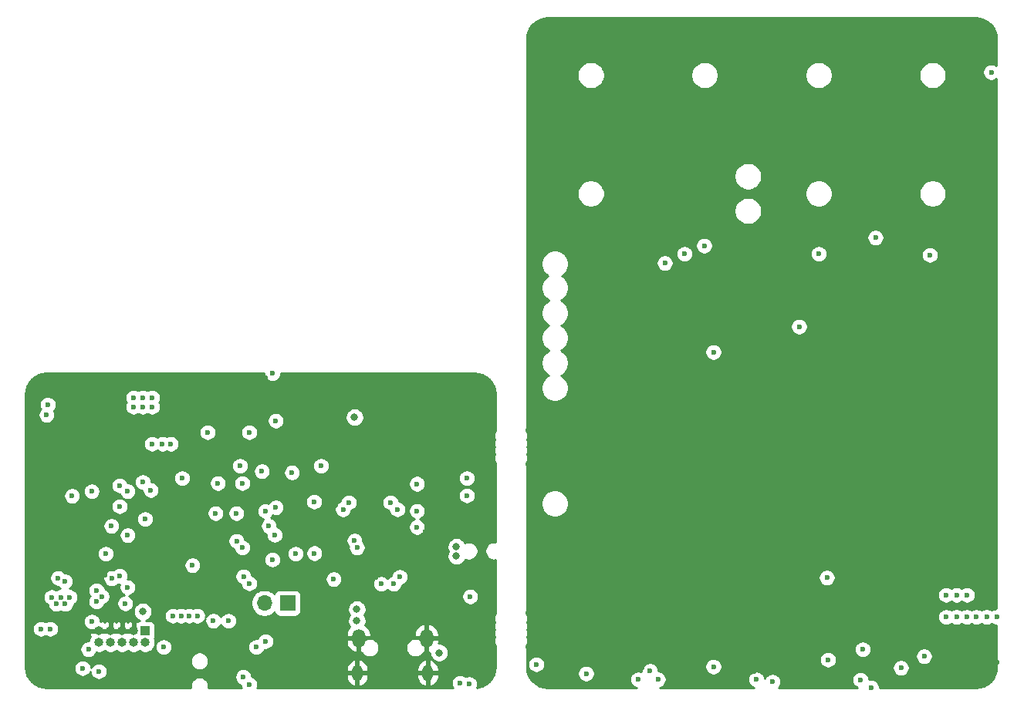
<source format=gbr>
G04 #@! TF.GenerationSoftware,KiCad,Pcbnew,(5.1.5-0-10_14)*
G04 #@! TF.CreationDate,2020-11-25T20:38:56+01:00*
G04 #@! TF.ProjectId,fl-remote,666c2d72-656d-46f7-9465-2e6b69636164,rev?*
G04 #@! TF.SameCoordinates,Original*
G04 #@! TF.FileFunction,Copper,L2,Inr*
G04 #@! TF.FilePolarity,Positive*
%FSLAX46Y46*%
G04 Gerber Fmt 4.6, Leading zero omitted, Abs format (unit mm)*
G04 Created by KiCad (PCBNEW (5.1.5-0-10_14)) date 2020-11-25 20:38:56*
%MOMM*%
%LPD*%
G04 APERTURE LIST*
%ADD10O,1.150000X1.800000*%
%ADD11O,1.450000X2.000000*%
%ADD12O,1.000000X1.000000*%
%ADD13R,1.000000X1.000000*%
%ADD14O,1.700000X1.700000*%
%ADD15R,1.700000X1.700000*%
%ADD16C,0.600000*%
%ADD17C,0.800000*%
%ADD18C,0.254000*%
G04 APERTURE END LIST*
D10*
X108375000Y-127632000D03*
X100625000Y-127632000D03*
D11*
X108225000Y-123832000D03*
X100775000Y-123832000D03*
D12*
X72272000Y-124285000D03*
X72272000Y-123015000D03*
X73542000Y-124285000D03*
X73542000Y-123015000D03*
X74812000Y-124285000D03*
X74812000Y-123015000D03*
X76082000Y-124285000D03*
X76082000Y-123015000D03*
X77352000Y-124285000D03*
D13*
X77352000Y-123015000D03*
D14*
X90433000Y-119967000D03*
D15*
X92973000Y-119967000D03*
D16*
X72009000Y-118574000D03*
X66040000Y-126492000D03*
X64643000Y-126492000D03*
X69215000Y-126492000D03*
X67945000Y-126492000D03*
X102879000Y-113363000D03*
X104149000Y-113363000D03*
X104149000Y-114633000D03*
X102879000Y-114633000D03*
X99577000Y-101806000D03*
X95513000Y-99266000D03*
X90560000Y-95202000D03*
X88782000Y-95202000D03*
X87131000Y-95202000D03*
X79511000Y-94948000D03*
X98942000Y-95456000D03*
X81289000Y-94948000D03*
X72018000Y-116919000D03*
X72907000Y-116919000D03*
X80654000Y-125809000D03*
X85988000Y-125936000D03*
X106181000Y-122507000D03*
X108086000Y-121872000D03*
X102117000Y-117808000D03*
X102664000Y-117121997D03*
X100847000Y-110315004D03*
X113166000Y-104219000D03*
X109864000Y-101679000D03*
X65287000Y-97742000D03*
X68589000Y-98250000D03*
X78232000Y-120269000D03*
X86868000Y-116459000D03*
X86741000Y-119761000D03*
X85725000Y-120729000D03*
X85725000Y-119840000D03*
X86360000Y-104394000D03*
X86360000Y-102743000D03*
X84836000Y-102743000D03*
X83185000Y-102743000D03*
X102743000Y-100584000D03*
X102743000Y-101981000D03*
X102743000Y-103378000D03*
X101981000Y-102616000D03*
X101981000Y-101219000D03*
X91821000Y-105626000D03*
X98425000Y-112490814D03*
X98425000Y-111506000D03*
X98298000Y-109220000D03*
X109728000Y-112141000D03*
X108077000Y-112141000D03*
X111633000Y-116205000D03*
X111633000Y-117094000D03*
X110617000Y-117856000D03*
X110617000Y-118745000D03*
X94869000Y-108458000D03*
X97536000Y-108458000D03*
X78232000Y-118837010D03*
X80400000Y-121364000D03*
X81289000Y-121364000D03*
X83067000Y-121364000D03*
X82178000Y-121364000D03*
X78105000Y-97409000D03*
X77089000Y-97409000D03*
X77089000Y-98425000D03*
X78105000Y-98425000D03*
X76073000Y-97409000D03*
X76073000Y-98425000D03*
X107188000Y-109855000D03*
X107188000Y-106876000D03*
X107188000Y-111633000D03*
X91313000Y-115196000D03*
X95923003Y-114496000D03*
X95885000Y-108839000D03*
X93472000Y-105626000D03*
X84836000Y-121920000D03*
X86487000Y-121920000D03*
D17*
X77089000Y-120904000D03*
D16*
X66929000Y-122809000D03*
X65913000Y-122809000D03*
X67085000Y-119324000D03*
X68085000Y-119324000D03*
X69085000Y-119324000D03*
X68585000Y-120074000D03*
X67585000Y-120074000D03*
D17*
X109609999Y-125428000D03*
X100330000Y-99568000D03*
X111506000Y-114808000D03*
X111506000Y-113792000D03*
X100584000Y-121920000D03*
X100584000Y-120650000D03*
D16*
X84201000Y-101219000D03*
X88782990Y-101219000D03*
X170189000Y-61674000D03*
X163457994Y-81740000D03*
X157489000Y-79835000D03*
X151266000Y-81613000D03*
X138693000Y-80724000D03*
X136534000Y-81613000D03*
X134375000Y-82629000D03*
X149107000Y-89614000D03*
X139709000Y-92408000D03*
X152155000Y-117173000D03*
X102108000Y-106968990D03*
X98044000Y-117348000D03*
X105283000Y-117094000D03*
X96647000Y-104902000D03*
X87757000Y-104902000D03*
X144405558Y-128358990D03*
X132745295Y-127417795D03*
X125739000Y-127714000D03*
X160283000Y-127079000D03*
X155829000Y-128397000D03*
X156981000Y-129238000D03*
X120278000Y-126698000D03*
X133613000Y-128358990D03*
X131454000Y-128349000D03*
X146186000Y-128603000D03*
X153679000Y-127079000D03*
X154695000Y-126444000D03*
X166379000Y-126444000D03*
X165236000Y-126444000D03*
X167522000Y-126444000D03*
X168538000Y-126444000D03*
X170824000Y-126444000D03*
X169681000Y-126444000D03*
X166887000Y-128984000D03*
X168030000Y-128984000D03*
X169173000Y-128984000D03*
X166379000Y-97615000D03*
X169554000Y-100155000D03*
X150758000Y-127968000D03*
X148980000Y-127968000D03*
X136407000Y-127908979D03*
X138185000Y-127908979D03*
X120278000Y-102695000D03*
X123580000Y-105235000D03*
X142757004Y-127079000D03*
X129930000Y-121554500D03*
X131835000Y-127079000D03*
X130184004Y-127079000D03*
X144154000Y-127460000D03*
X169681000Y-121491000D03*
X170824000Y-121491000D03*
X168538000Y-121491000D03*
X166379000Y-119078000D03*
X165236000Y-119078000D03*
X167522000Y-119078000D03*
X167522000Y-121491000D03*
X166379000Y-121491000D03*
X165236000Y-121491000D03*
X139709000Y-126952000D03*
X152282000Y-126190000D03*
X156092000Y-125047000D03*
X162823000Y-125809000D03*
X105038000Y-109679994D03*
X99069000Y-109680000D03*
X104276000Y-108918010D03*
X99704000Y-108918000D03*
X79384000Y-124793000D03*
X89544000Y-124793000D03*
X67818000Y-117221000D03*
X70485000Y-127127000D03*
X112912000Y-128857000D03*
X74558000Y-116988989D03*
X88147004Y-117046000D03*
X88119873Y-128090479D03*
X74548990Y-109347000D03*
X90560000Y-124158000D03*
X75438000Y-118237000D03*
X111896000Y-128730000D03*
X88782000Y-117808000D03*
X88773004Y-128905000D03*
X73669000Y-117255990D03*
X73659998Y-111506000D03*
X100593000Y-113871000D03*
X88020000Y-113871000D03*
X85344000Y-106807000D03*
X88011000Y-106807000D03*
X91694000Y-99949000D03*
X66548000Y-99314000D03*
X91313000Y-94742000D03*
X66675000Y-98171000D03*
X103251000Y-117856000D03*
X104648000Y-117856000D03*
X100329000Y-113115814D03*
X87376000Y-110109000D03*
X85090000Y-110109000D03*
X87382902Y-113156020D03*
X112658000Y-108156000D03*
X77978000Y-107569000D03*
X112658000Y-106251000D03*
X81416000Y-106251000D03*
X72272000Y-127460000D03*
X71129000Y-125047000D03*
X71510000Y-121999000D03*
X75438000Y-107696000D03*
X71494010Y-107696000D03*
X72009000Y-119824000D03*
X72585000Y-119253000D03*
X78105000Y-102489006D03*
X91567000Y-112490814D03*
X68580000Y-117602000D03*
X75184000Y-120015000D03*
X113030000Y-119253000D03*
X82550000Y-115824000D03*
X73025000Y-114554000D03*
X93853000Y-114554006D03*
X91694000Y-109474000D03*
X69342000Y-108204002D03*
X79248000Y-102489000D03*
X80175013Y-102489000D03*
X90932000Y-111506000D03*
X77343000Y-110744000D03*
X77089000Y-106680000D03*
X90170000Y-105502000D03*
X90553979Y-109867071D03*
X75438000Y-112522000D03*
X74549000Y-107061000D03*
D18*
G36*
X168939255Y-55781594D02*
G01*
X169361781Y-55909162D01*
X169751482Y-56116369D01*
X170093513Y-56395324D01*
X170374849Y-56735399D01*
X170584771Y-57123644D01*
X170715285Y-57545265D01*
X170765001Y-58018283D01*
X170765001Y-60934356D01*
X170631889Y-60845414D01*
X170461729Y-60774932D01*
X170281089Y-60739000D01*
X170096911Y-60739000D01*
X169916271Y-60774932D01*
X169746111Y-60845414D01*
X169592972Y-60947738D01*
X169462738Y-61077972D01*
X169360414Y-61231111D01*
X169289932Y-61401271D01*
X169254000Y-61581911D01*
X169254000Y-61766089D01*
X169289932Y-61946729D01*
X169360414Y-62116889D01*
X169462738Y-62270028D01*
X169592972Y-62400262D01*
X169746111Y-62502586D01*
X169916271Y-62573068D01*
X170096911Y-62609000D01*
X170281089Y-62609000D01*
X170461729Y-62573068D01*
X170631889Y-62502586D01*
X170765001Y-62413644D01*
X170765000Y-120556000D01*
X170731911Y-120556000D01*
X170551271Y-120591932D01*
X170381111Y-120662414D01*
X170252500Y-120748349D01*
X170123889Y-120662414D01*
X169953729Y-120591932D01*
X169773089Y-120556000D01*
X169588911Y-120556000D01*
X169408271Y-120591932D01*
X169238111Y-120662414D01*
X169109500Y-120748349D01*
X168980889Y-120662414D01*
X168810729Y-120591932D01*
X168630089Y-120556000D01*
X168445911Y-120556000D01*
X168265271Y-120591932D01*
X168095111Y-120662414D01*
X168030000Y-120705920D01*
X167964889Y-120662414D01*
X167794729Y-120591932D01*
X167614089Y-120556000D01*
X167429911Y-120556000D01*
X167249271Y-120591932D01*
X167079111Y-120662414D01*
X166950500Y-120748349D01*
X166821889Y-120662414D01*
X166651729Y-120591932D01*
X166471089Y-120556000D01*
X166286911Y-120556000D01*
X166106271Y-120591932D01*
X165936111Y-120662414D01*
X165807500Y-120748349D01*
X165678889Y-120662414D01*
X165508729Y-120591932D01*
X165328089Y-120556000D01*
X165143911Y-120556000D01*
X164963271Y-120591932D01*
X164793111Y-120662414D01*
X164639972Y-120764738D01*
X164509738Y-120894972D01*
X164407414Y-121048111D01*
X164336932Y-121218271D01*
X164301000Y-121398911D01*
X164301000Y-121583089D01*
X164336932Y-121763729D01*
X164407414Y-121933889D01*
X164509738Y-122087028D01*
X164639972Y-122217262D01*
X164793111Y-122319586D01*
X164963271Y-122390068D01*
X165143911Y-122426000D01*
X165328089Y-122426000D01*
X165508729Y-122390068D01*
X165678889Y-122319586D01*
X165807500Y-122233651D01*
X165936111Y-122319586D01*
X166106271Y-122390068D01*
X166286911Y-122426000D01*
X166471089Y-122426000D01*
X166651729Y-122390068D01*
X166821889Y-122319586D01*
X166950500Y-122233651D01*
X167079111Y-122319586D01*
X167249271Y-122390068D01*
X167429911Y-122426000D01*
X167614089Y-122426000D01*
X167794729Y-122390068D01*
X167964889Y-122319586D01*
X168030000Y-122276080D01*
X168095111Y-122319586D01*
X168265271Y-122390068D01*
X168445911Y-122426000D01*
X168630089Y-122426000D01*
X168810729Y-122390068D01*
X168980889Y-122319586D01*
X169109500Y-122233651D01*
X169238111Y-122319586D01*
X169408271Y-122390068D01*
X169588911Y-122426000D01*
X169773089Y-122426000D01*
X169953729Y-122390068D01*
X170123889Y-122319586D01*
X170252500Y-122233651D01*
X170381111Y-122319586D01*
X170551271Y-122390068D01*
X170731911Y-122426000D01*
X170765000Y-122426000D01*
X170765000Y-126964053D01*
X170718406Y-127439255D01*
X170590838Y-127861781D01*
X170383631Y-128251482D01*
X170104676Y-128593513D01*
X169764601Y-128874849D01*
X169376356Y-129084771D01*
X168954737Y-129215285D01*
X168481726Y-129265000D01*
X157916000Y-129265000D01*
X157916000Y-129145911D01*
X157880068Y-128965271D01*
X157809586Y-128795111D01*
X157707262Y-128641972D01*
X157577028Y-128511738D01*
X157423889Y-128409414D01*
X157253729Y-128338932D01*
X157073089Y-128303000D01*
X156888911Y-128303000D01*
X156764000Y-128327847D01*
X156764000Y-128304911D01*
X156728068Y-128124271D01*
X156657586Y-127954111D01*
X156555262Y-127800972D01*
X156425028Y-127670738D01*
X156271889Y-127568414D01*
X156101729Y-127497932D01*
X155921089Y-127462000D01*
X155736911Y-127462000D01*
X155556271Y-127497932D01*
X155386111Y-127568414D01*
X155232972Y-127670738D01*
X155102738Y-127800972D01*
X155000414Y-127954111D01*
X154929932Y-128124271D01*
X154894000Y-128304911D01*
X154894000Y-128489089D01*
X154929932Y-128669729D01*
X155000414Y-128839889D01*
X155102738Y-128993028D01*
X155232972Y-129123262D01*
X155386111Y-129225586D01*
X155481266Y-129265000D01*
X146846290Y-129265000D01*
X146912262Y-129199028D01*
X147014586Y-129045889D01*
X147085068Y-128875729D01*
X147121000Y-128695089D01*
X147121000Y-128510911D01*
X147085068Y-128330271D01*
X147014586Y-128160111D01*
X146912262Y-128006972D01*
X146782028Y-127876738D01*
X146628889Y-127774414D01*
X146458729Y-127703932D01*
X146278089Y-127668000D01*
X146093911Y-127668000D01*
X145913271Y-127703932D01*
X145743111Y-127774414D01*
X145589972Y-127876738D01*
X145459738Y-128006972D01*
X145357414Y-128160111D01*
X145331676Y-128222249D01*
X145304626Y-128086261D01*
X145234144Y-127916101D01*
X145131820Y-127762962D01*
X145001586Y-127632728D01*
X144848447Y-127530404D01*
X144678287Y-127459922D01*
X144497647Y-127423990D01*
X144313469Y-127423990D01*
X144132829Y-127459922D01*
X143962669Y-127530404D01*
X143809530Y-127632728D01*
X143679296Y-127762962D01*
X143576972Y-127916101D01*
X143506490Y-128086261D01*
X143470558Y-128266901D01*
X143470558Y-128451079D01*
X143506490Y-128631719D01*
X143576972Y-128801879D01*
X143679296Y-128955018D01*
X143809530Y-129085252D01*
X143962669Y-129187576D01*
X144132829Y-129258058D01*
X144167728Y-129265000D01*
X133850830Y-129265000D01*
X133885729Y-129258058D01*
X134055889Y-129187576D01*
X134209028Y-129085252D01*
X134339262Y-128955018D01*
X134441586Y-128801879D01*
X134512068Y-128631719D01*
X134548000Y-128451079D01*
X134548000Y-128266901D01*
X134512068Y-128086261D01*
X134441586Y-127916101D01*
X134339262Y-127762962D01*
X134209028Y-127632728D01*
X134055889Y-127530404D01*
X133885729Y-127459922D01*
X133705089Y-127423990D01*
X133680295Y-127423990D01*
X133680295Y-127325706D01*
X133644363Y-127145066D01*
X133573881Y-126974906D01*
X133497044Y-126859911D01*
X138774000Y-126859911D01*
X138774000Y-127044089D01*
X138809932Y-127224729D01*
X138880414Y-127394889D01*
X138982738Y-127548028D01*
X139112972Y-127678262D01*
X139266111Y-127780586D01*
X139436271Y-127851068D01*
X139616911Y-127887000D01*
X139801089Y-127887000D01*
X139981729Y-127851068D01*
X140151889Y-127780586D01*
X140305028Y-127678262D01*
X140435262Y-127548028D01*
X140537586Y-127394889D01*
X140608068Y-127224729D01*
X140644000Y-127044089D01*
X140644000Y-126859911D01*
X140608068Y-126679271D01*
X140537586Y-126509111D01*
X140435262Y-126355972D01*
X140305028Y-126225738D01*
X140151889Y-126123414D01*
X140090319Y-126097911D01*
X151347000Y-126097911D01*
X151347000Y-126282089D01*
X151382932Y-126462729D01*
X151453414Y-126632889D01*
X151555738Y-126786028D01*
X151685972Y-126916262D01*
X151839111Y-127018586D01*
X152009271Y-127089068D01*
X152189911Y-127125000D01*
X152374089Y-127125000D01*
X152554729Y-127089068D01*
X152724889Y-127018586D01*
X152772294Y-126986911D01*
X159348000Y-126986911D01*
X159348000Y-127171089D01*
X159383932Y-127351729D01*
X159454414Y-127521889D01*
X159556738Y-127675028D01*
X159686972Y-127805262D01*
X159840111Y-127907586D01*
X160010271Y-127978068D01*
X160190911Y-128014000D01*
X160375089Y-128014000D01*
X160555729Y-127978068D01*
X160725889Y-127907586D01*
X160879028Y-127805262D01*
X161009262Y-127675028D01*
X161111586Y-127521889D01*
X161182068Y-127351729D01*
X161218000Y-127171089D01*
X161218000Y-126986911D01*
X161182068Y-126806271D01*
X161111586Y-126636111D01*
X161009262Y-126482972D01*
X160879028Y-126352738D01*
X160725889Y-126250414D01*
X160555729Y-126179932D01*
X160375089Y-126144000D01*
X160190911Y-126144000D01*
X160010271Y-126179932D01*
X159840111Y-126250414D01*
X159686972Y-126352738D01*
X159556738Y-126482972D01*
X159454414Y-126636111D01*
X159383932Y-126806271D01*
X159348000Y-126986911D01*
X152772294Y-126986911D01*
X152878028Y-126916262D01*
X153008262Y-126786028D01*
X153110586Y-126632889D01*
X153181068Y-126462729D01*
X153217000Y-126282089D01*
X153217000Y-126097911D01*
X153181068Y-125917271D01*
X153110586Y-125747111D01*
X153008262Y-125593972D01*
X152878028Y-125463738D01*
X152724889Y-125361414D01*
X152554729Y-125290932D01*
X152374089Y-125255000D01*
X152189911Y-125255000D01*
X152009271Y-125290932D01*
X151839111Y-125361414D01*
X151685972Y-125463738D01*
X151555738Y-125593972D01*
X151453414Y-125747111D01*
X151382932Y-125917271D01*
X151347000Y-126097911D01*
X140090319Y-126097911D01*
X139981729Y-126052932D01*
X139801089Y-126017000D01*
X139616911Y-126017000D01*
X139436271Y-126052932D01*
X139266111Y-126123414D01*
X139112972Y-126225738D01*
X138982738Y-126355972D01*
X138880414Y-126509111D01*
X138809932Y-126679271D01*
X138774000Y-126859911D01*
X133497044Y-126859911D01*
X133471557Y-126821767D01*
X133341323Y-126691533D01*
X133188184Y-126589209D01*
X133018024Y-126518727D01*
X132837384Y-126482795D01*
X132653206Y-126482795D01*
X132472566Y-126518727D01*
X132302406Y-126589209D01*
X132149267Y-126691533D01*
X132019033Y-126821767D01*
X131916709Y-126974906D01*
X131846227Y-127145066D01*
X131810295Y-127325706D01*
X131810295Y-127484546D01*
X131726729Y-127449932D01*
X131546089Y-127414000D01*
X131361911Y-127414000D01*
X131181271Y-127449932D01*
X131011111Y-127520414D01*
X130857972Y-127622738D01*
X130727738Y-127752972D01*
X130625414Y-127906111D01*
X130554932Y-128076271D01*
X130519000Y-128256911D01*
X130519000Y-128441089D01*
X130554932Y-128621729D01*
X130625414Y-128791889D01*
X130727738Y-128945028D01*
X130857972Y-129075262D01*
X131011111Y-129177586D01*
X131181271Y-129248068D01*
X131266393Y-129265000D01*
X121535947Y-129265000D01*
X121060745Y-129218406D01*
X120638219Y-129090838D01*
X120248518Y-128883631D01*
X119906487Y-128604676D01*
X119625151Y-128264601D01*
X119415229Y-127876356D01*
X119284715Y-127454737D01*
X119235000Y-126981726D01*
X119235000Y-126605911D01*
X119343000Y-126605911D01*
X119343000Y-126790089D01*
X119378932Y-126970729D01*
X119449414Y-127140889D01*
X119551738Y-127294028D01*
X119681972Y-127424262D01*
X119835111Y-127526586D01*
X120005271Y-127597068D01*
X120185911Y-127633000D01*
X120370089Y-127633000D01*
X120425836Y-127621911D01*
X124804000Y-127621911D01*
X124804000Y-127806089D01*
X124839932Y-127986729D01*
X124910414Y-128156889D01*
X125012738Y-128310028D01*
X125142972Y-128440262D01*
X125296111Y-128542586D01*
X125466271Y-128613068D01*
X125646911Y-128649000D01*
X125831089Y-128649000D01*
X126011729Y-128613068D01*
X126181889Y-128542586D01*
X126335028Y-128440262D01*
X126465262Y-128310028D01*
X126567586Y-128156889D01*
X126638068Y-127986729D01*
X126674000Y-127806089D01*
X126674000Y-127621911D01*
X126638068Y-127441271D01*
X126567586Y-127271111D01*
X126465262Y-127117972D01*
X126335028Y-126987738D01*
X126181889Y-126885414D01*
X126011729Y-126814932D01*
X125831089Y-126779000D01*
X125646911Y-126779000D01*
X125466271Y-126814932D01*
X125296111Y-126885414D01*
X125142972Y-126987738D01*
X125012738Y-127117972D01*
X124910414Y-127271111D01*
X124839932Y-127441271D01*
X124804000Y-127621911D01*
X120425836Y-127621911D01*
X120550729Y-127597068D01*
X120720889Y-127526586D01*
X120874028Y-127424262D01*
X121004262Y-127294028D01*
X121106586Y-127140889D01*
X121177068Y-126970729D01*
X121213000Y-126790089D01*
X121213000Y-126605911D01*
X121177068Y-126425271D01*
X121106586Y-126255111D01*
X121004262Y-126101972D01*
X120874028Y-125971738D01*
X120720889Y-125869414D01*
X120550729Y-125798932D01*
X120370089Y-125763000D01*
X120185911Y-125763000D01*
X120005271Y-125798932D01*
X119835111Y-125869414D01*
X119681972Y-125971738D01*
X119551738Y-126101972D01*
X119449414Y-126255111D01*
X119378932Y-126425271D01*
X119343000Y-126605911D01*
X119235000Y-126605911D01*
X119235000Y-125063895D01*
X119231395Y-125027292D01*
X119231395Y-125014314D01*
X119230322Y-125004108D01*
X119224804Y-124954911D01*
X155157000Y-124954911D01*
X155157000Y-125139089D01*
X155192932Y-125319729D01*
X155263414Y-125489889D01*
X155365738Y-125643028D01*
X155495972Y-125773262D01*
X155649111Y-125875586D01*
X155819271Y-125946068D01*
X155999911Y-125982000D01*
X156184089Y-125982000D01*
X156364729Y-125946068D01*
X156534889Y-125875586D01*
X156688028Y-125773262D01*
X156744379Y-125716911D01*
X161888000Y-125716911D01*
X161888000Y-125901089D01*
X161923932Y-126081729D01*
X161994414Y-126251889D01*
X162096738Y-126405028D01*
X162226972Y-126535262D01*
X162380111Y-126637586D01*
X162550271Y-126708068D01*
X162730911Y-126744000D01*
X162915089Y-126744000D01*
X163095729Y-126708068D01*
X163265889Y-126637586D01*
X163419028Y-126535262D01*
X163549262Y-126405028D01*
X163651586Y-126251889D01*
X163722068Y-126081729D01*
X163758000Y-125901089D01*
X163758000Y-125716911D01*
X163722068Y-125536271D01*
X163651586Y-125366111D01*
X163549262Y-125212972D01*
X163419028Y-125082738D01*
X163265889Y-124980414D01*
X163095729Y-124909932D01*
X162915089Y-124874000D01*
X162730911Y-124874000D01*
X162550271Y-124909932D01*
X162380111Y-124980414D01*
X162226972Y-125082738D01*
X162096738Y-125212972D01*
X161994414Y-125366111D01*
X161923932Y-125536271D01*
X161888000Y-125716911D01*
X156744379Y-125716911D01*
X156818262Y-125643028D01*
X156920586Y-125489889D01*
X156991068Y-125319729D01*
X157027000Y-125139089D01*
X157027000Y-124954911D01*
X156991068Y-124774271D01*
X156920586Y-124604111D01*
X156818262Y-124450972D01*
X156688028Y-124320738D01*
X156534889Y-124218414D01*
X156364729Y-124147932D01*
X156184089Y-124112000D01*
X155999911Y-124112000D01*
X155819271Y-124147932D01*
X155649111Y-124218414D01*
X155495972Y-124320738D01*
X155365738Y-124450972D01*
X155263414Y-124604111D01*
X155192932Y-124774271D01*
X155157000Y-124954911D01*
X119224804Y-124954911D01*
X119208567Y-124810158D01*
X119194714Y-124744982D01*
X119181777Y-124679647D01*
X119178742Y-124669844D01*
X119176573Y-124663006D01*
X119187424Y-124652155D01*
X119284277Y-124507205D01*
X119350990Y-124346145D01*
X119385000Y-124175165D01*
X119385000Y-124000835D01*
X119350990Y-123829855D01*
X119292232Y-123688000D01*
X119350990Y-123546145D01*
X119385000Y-123375165D01*
X119385000Y-123200835D01*
X119350990Y-123029855D01*
X119292232Y-122888000D01*
X119350990Y-122746145D01*
X119385000Y-122575165D01*
X119385000Y-122400835D01*
X119350990Y-122229855D01*
X119292232Y-122088000D01*
X119350990Y-121946145D01*
X119385000Y-121775165D01*
X119385000Y-121600835D01*
X119350990Y-121429855D01*
X119284277Y-121268795D01*
X119187424Y-121123845D01*
X119181261Y-121117682D01*
X119184585Y-121106672D01*
X119197533Y-121041280D01*
X119211374Y-120976164D01*
X119212447Y-120965958D01*
X119231492Y-120771725D01*
X119231492Y-120771723D01*
X119235000Y-120736105D01*
X119235000Y-118985911D01*
X164301000Y-118985911D01*
X164301000Y-119170089D01*
X164336932Y-119350729D01*
X164407414Y-119520889D01*
X164509738Y-119674028D01*
X164639972Y-119804262D01*
X164793111Y-119906586D01*
X164963271Y-119977068D01*
X165143911Y-120013000D01*
X165328089Y-120013000D01*
X165508729Y-119977068D01*
X165678889Y-119906586D01*
X165807500Y-119820651D01*
X165936111Y-119906586D01*
X166106271Y-119977068D01*
X166286911Y-120013000D01*
X166471089Y-120013000D01*
X166651729Y-119977068D01*
X166821889Y-119906586D01*
X166950500Y-119820651D01*
X167079111Y-119906586D01*
X167249271Y-119977068D01*
X167429911Y-120013000D01*
X167614089Y-120013000D01*
X167794729Y-119977068D01*
X167964889Y-119906586D01*
X168118028Y-119804262D01*
X168248262Y-119674028D01*
X168350586Y-119520889D01*
X168421068Y-119350729D01*
X168457000Y-119170089D01*
X168457000Y-118985911D01*
X168421068Y-118805271D01*
X168350586Y-118635111D01*
X168248262Y-118481972D01*
X168118028Y-118351738D01*
X167964889Y-118249414D01*
X167794729Y-118178932D01*
X167614089Y-118143000D01*
X167429911Y-118143000D01*
X167249271Y-118178932D01*
X167079111Y-118249414D01*
X166950500Y-118335349D01*
X166821889Y-118249414D01*
X166651729Y-118178932D01*
X166471089Y-118143000D01*
X166286911Y-118143000D01*
X166106271Y-118178932D01*
X165936111Y-118249414D01*
X165807500Y-118335349D01*
X165678889Y-118249414D01*
X165508729Y-118178932D01*
X165328089Y-118143000D01*
X165143911Y-118143000D01*
X164963271Y-118178932D01*
X164793111Y-118249414D01*
X164639972Y-118351738D01*
X164509738Y-118481972D01*
X164407414Y-118635111D01*
X164336932Y-118805271D01*
X164301000Y-118985911D01*
X119235000Y-118985911D01*
X119235000Y-117080911D01*
X151220000Y-117080911D01*
X151220000Y-117265089D01*
X151255932Y-117445729D01*
X151326414Y-117615889D01*
X151428738Y-117769028D01*
X151558972Y-117899262D01*
X151712111Y-118001586D01*
X151882271Y-118072068D01*
X152062911Y-118108000D01*
X152247089Y-118108000D01*
X152427729Y-118072068D01*
X152597889Y-118001586D01*
X152751028Y-117899262D01*
X152881262Y-117769028D01*
X152983586Y-117615889D01*
X153054068Y-117445729D01*
X153090000Y-117265089D01*
X153090000Y-117080911D01*
X153054068Y-116900271D01*
X152983586Y-116730111D01*
X152881262Y-116576972D01*
X152751028Y-116446738D01*
X152597889Y-116344414D01*
X152427729Y-116273932D01*
X152247089Y-116238000D01*
X152062911Y-116238000D01*
X151882271Y-116273932D01*
X151712111Y-116344414D01*
X151558972Y-116446738D01*
X151428738Y-116576972D01*
X151326414Y-116730111D01*
X151255932Y-116900271D01*
X151220000Y-117080911D01*
X119235000Y-117080911D01*
X119235000Y-108895293D01*
X120780000Y-108895293D01*
X120780000Y-109194707D01*
X120838412Y-109488368D01*
X120952993Y-109764990D01*
X121119339Y-110013944D01*
X121331056Y-110225661D01*
X121580010Y-110392007D01*
X121856632Y-110506588D01*
X122150293Y-110565000D01*
X122449707Y-110565000D01*
X122743368Y-110506588D01*
X123019990Y-110392007D01*
X123268944Y-110225661D01*
X123480661Y-110013944D01*
X123647007Y-109764990D01*
X123761588Y-109488368D01*
X123820000Y-109194707D01*
X123820000Y-108895293D01*
X123761588Y-108601632D01*
X123647007Y-108325010D01*
X123480661Y-108076056D01*
X123268944Y-107864339D01*
X123019990Y-107697993D01*
X122743368Y-107583412D01*
X122449707Y-107525000D01*
X122150293Y-107525000D01*
X121856632Y-107583412D01*
X121580010Y-107697993D01*
X121331056Y-107864339D01*
X121119339Y-108076056D01*
X120952993Y-108325010D01*
X120838412Y-108601632D01*
X120780000Y-108895293D01*
X119235000Y-108895293D01*
X119235000Y-104963895D01*
X119231395Y-104927292D01*
X119231395Y-104914314D01*
X119230322Y-104904108D01*
X119208567Y-104710158D01*
X119194714Y-104644982D01*
X119183786Y-104589793D01*
X119187424Y-104586155D01*
X119284277Y-104441205D01*
X119350990Y-104280145D01*
X119385000Y-104109165D01*
X119385000Y-103934835D01*
X119350990Y-103763855D01*
X119292232Y-103622000D01*
X119350990Y-103480145D01*
X119385000Y-103309165D01*
X119385000Y-103134835D01*
X119350990Y-102963855D01*
X119292232Y-102822000D01*
X119350990Y-102680145D01*
X119385000Y-102509165D01*
X119385000Y-102334835D01*
X119350990Y-102163855D01*
X119292232Y-102022000D01*
X119350990Y-101880145D01*
X119385000Y-101709165D01*
X119385000Y-101534835D01*
X119350990Y-101363855D01*
X119284277Y-101202795D01*
X119187424Y-101057845D01*
X119173376Y-101043797D01*
X119184585Y-101006672D01*
X119197533Y-100941280D01*
X119211374Y-100876164D01*
X119212447Y-100865958D01*
X119231492Y-100671725D01*
X119231492Y-100671723D01*
X119235000Y-100636105D01*
X119235000Y-96200293D01*
X120780000Y-96200293D01*
X120780000Y-96499707D01*
X120838412Y-96793368D01*
X120952993Y-97069990D01*
X121119339Y-97318944D01*
X121331056Y-97530661D01*
X121580010Y-97697007D01*
X121856632Y-97811588D01*
X122150293Y-97870000D01*
X122449707Y-97870000D01*
X122743368Y-97811588D01*
X123019990Y-97697007D01*
X123268944Y-97530661D01*
X123480661Y-97318944D01*
X123647007Y-97069990D01*
X123761588Y-96793368D01*
X123820000Y-96499707D01*
X123820000Y-96200293D01*
X123761588Y-95906632D01*
X123647007Y-95630010D01*
X123480661Y-95381056D01*
X123268944Y-95169339D01*
X123019990Y-95002993D01*
X122961909Y-94978935D01*
X123038990Y-94947007D01*
X123287944Y-94780661D01*
X123499661Y-94568944D01*
X123666007Y-94319990D01*
X123780588Y-94043368D01*
X123839000Y-93749707D01*
X123839000Y-93450293D01*
X123780588Y-93156632D01*
X123666007Y-92880010D01*
X123499661Y-92631056D01*
X123287944Y-92419339D01*
X123133154Y-92315911D01*
X138774000Y-92315911D01*
X138774000Y-92500089D01*
X138809932Y-92680729D01*
X138880414Y-92850889D01*
X138982738Y-93004028D01*
X139112972Y-93134262D01*
X139266111Y-93236586D01*
X139436271Y-93307068D01*
X139616911Y-93343000D01*
X139801089Y-93343000D01*
X139981729Y-93307068D01*
X140151889Y-93236586D01*
X140305028Y-93134262D01*
X140435262Y-93004028D01*
X140537586Y-92850889D01*
X140608068Y-92680729D01*
X140644000Y-92500089D01*
X140644000Y-92315911D01*
X140608068Y-92135271D01*
X140537586Y-91965111D01*
X140435262Y-91811972D01*
X140305028Y-91681738D01*
X140151889Y-91579414D01*
X139981729Y-91508932D01*
X139801089Y-91473000D01*
X139616911Y-91473000D01*
X139436271Y-91508932D01*
X139266111Y-91579414D01*
X139112972Y-91681738D01*
X138982738Y-91811972D01*
X138880414Y-91965111D01*
X138809932Y-92135271D01*
X138774000Y-92315911D01*
X123133154Y-92315911D01*
X123038990Y-92252993D01*
X122971409Y-92225000D01*
X123038990Y-92197007D01*
X123287944Y-92030661D01*
X123499661Y-91818944D01*
X123666007Y-91569990D01*
X123780588Y-91293368D01*
X123839000Y-90999707D01*
X123839000Y-90700293D01*
X123780588Y-90406632D01*
X123666007Y-90130010D01*
X123499661Y-89881056D01*
X123287944Y-89669339D01*
X123067303Y-89521911D01*
X148172000Y-89521911D01*
X148172000Y-89706089D01*
X148207932Y-89886729D01*
X148278414Y-90056889D01*
X148380738Y-90210028D01*
X148510972Y-90340262D01*
X148664111Y-90442586D01*
X148834271Y-90513068D01*
X149014911Y-90549000D01*
X149199089Y-90549000D01*
X149379729Y-90513068D01*
X149549889Y-90442586D01*
X149703028Y-90340262D01*
X149833262Y-90210028D01*
X149935586Y-90056889D01*
X150006068Y-89886729D01*
X150042000Y-89706089D01*
X150042000Y-89521911D01*
X150006068Y-89341271D01*
X149935586Y-89171111D01*
X149833262Y-89017972D01*
X149703028Y-88887738D01*
X149549889Y-88785414D01*
X149379729Y-88714932D01*
X149199089Y-88679000D01*
X149014911Y-88679000D01*
X148834271Y-88714932D01*
X148664111Y-88785414D01*
X148510972Y-88887738D01*
X148380738Y-89017972D01*
X148278414Y-89171111D01*
X148207932Y-89341271D01*
X148172000Y-89521911D01*
X123067303Y-89521911D01*
X123038990Y-89502993D01*
X122971409Y-89475000D01*
X123038990Y-89447007D01*
X123287944Y-89280661D01*
X123499661Y-89068944D01*
X123666007Y-88819990D01*
X123780588Y-88543368D01*
X123839000Y-88249707D01*
X123839000Y-87950293D01*
X123780588Y-87656632D01*
X123666007Y-87380010D01*
X123499661Y-87131056D01*
X123287944Y-86919339D01*
X123038990Y-86752993D01*
X122971409Y-86725000D01*
X123038990Y-86697007D01*
X123287944Y-86530661D01*
X123499661Y-86318944D01*
X123666007Y-86069990D01*
X123780588Y-85793368D01*
X123839000Y-85499707D01*
X123839000Y-85200293D01*
X123780588Y-84906632D01*
X123666007Y-84630010D01*
X123499661Y-84381056D01*
X123287944Y-84169339D01*
X123080157Y-84030500D01*
X123287944Y-83891661D01*
X123499661Y-83679944D01*
X123666007Y-83430990D01*
X123780588Y-83154368D01*
X123839000Y-82860707D01*
X123839000Y-82561293D01*
X123834151Y-82536911D01*
X133440000Y-82536911D01*
X133440000Y-82721089D01*
X133475932Y-82901729D01*
X133546414Y-83071889D01*
X133648738Y-83225028D01*
X133778972Y-83355262D01*
X133932111Y-83457586D01*
X134102271Y-83528068D01*
X134282911Y-83564000D01*
X134467089Y-83564000D01*
X134647729Y-83528068D01*
X134817889Y-83457586D01*
X134971028Y-83355262D01*
X135101262Y-83225028D01*
X135203586Y-83071889D01*
X135274068Y-82901729D01*
X135310000Y-82721089D01*
X135310000Y-82536911D01*
X135274068Y-82356271D01*
X135203586Y-82186111D01*
X135101262Y-82032972D01*
X134971028Y-81902738D01*
X134817889Y-81800414D01*
X134647729Y-81729932D01*
X134467089Y-81694000D01*
X134282911Y-81694000D01*
X134102271Y-81729932D01*
X133932111Y-81800414D01*
X133778972Y-81902738D01*
X133648738Y-82032972D01*
X133546414Y-82186111D01*
X133475932Y-82356271D01*
X133440000Y-82536911D01*
X123834151Y-82536911D01*
X123780588Y-82267632D01*
X123666007Y-81991010D01*
X123499661Y-81742056D01*
X123287944Y-81530339D01*
X123273835Y-81520911D01*
X135599000Y-81520911D01*
X135599000Y-81705089D01*
X135634932Y-81885729D01*
X135705414Y-82055889D01*
X135807738Y-82209028D01*
X135937972Y-82339262D01*
X136091111Y-82441586D01*
X136261271Y-82512068D01*
X136441911Y-82548000D01*
X136626089Y-82548000D01*
X136806729Y-82512068D01*
X136976889Y-82441586D01*
X137130028Y-82339262D01*
X137260262Y-82209028D01*
X137362586Y-82055889D01*
X137433068Y-81885729D01*
X137469000Y-81705089D01*
X137469000Y-81520911D01*
X137433068Y-81340271D01*
X137362586Y-81170111D01*
X137260262Y-81016972D01*
X137130028Y-80886738D01*
X136976889Y-80784414D01*
X136806729Y-80713932D01*
X136626089Y-80678000D01*
X136441911Y-80678000D01*
X136261271Y-80713932D01*
X136091111Y-80784414D01*
X135937972Y-80886738D01*
X135807738Y-81016972D01*
X135705414Y-81170111D01*
X135634932Y-81340271D01*
X135599000Y-81520911D01*
X123273835Y-81520911D01*
X123038990Y-81363993D01*
X122762368Y-81249412D01*
X122468707Y-81191000D01*
X122169293Y-81191000D01*
X121875632Y-81249412D01*
X121599010Y-81363993D01*
X121350056Y-81530339D01*
X121138339Y-81742056D01*
X120971993Y-81991010D01*
X120857412Y-82267632D01*
X120799000Y-82561293D01*
X120799000Y-82860707D01*
X120857412Y-83154368D01*
X120971993Y-83430990D01*
X121138339Y-83679944D01*
X121350056Y-83891661D01*
X121557843Y-84030500D01*
X121350056Y-84169339D01*
X121138339Y-84381056D01*
X120971993Y-84630010D01*
X120857412Y-84906632D01*
X120799000Y-85200293D01*
X120799000Y-85499707D01*
X120857412Y-85793368D01*
X120971993Y-86069990D01*
X121138339Y-86318944D01*
X121350056Y-86530661D01*
X121599010Y-86697007D01*
X121666591Y-86725000D01*
X121599010Y-86752993D01*
X121350056Y-86919339D01*
X121138339Y-87131056D01*
X120971993Y-87380010D01*
X120857412Y-87656632D01*
X120799000Y-87950293D01*
X120799000Y-88249707D01*
X120857412Y-88543368D01*
X120971993Y-88819990D01*
X121138339Y-89068944D01*
X121350056Y-89280661D01*
X121599010Y-89447007D01*
X121666591Y-89475000D01*
X121599010Y-89502993D01*
X121350056Y-89669339D01*
X121138339Y-89881056D01*
X120971993Y-90130010D01*
X120857412Y-90406632D01*
X120799000Y-90700293D01*
X120799000Y-90999707D01*
X120857412Y-91293368D01*
X120971993Y-91569990D01*
X121138339Y-91818944D01*
X121350056Y-92030661D01*
X121599010Y-92197007D01*
X121666591Y-92225000D01*
X121599010Y-92252993D01*
X121350056Y-92419339D01*
X121138339Y-92631056D01*
X120971993Y-92880010D01*
X120857412Y-93156632D01*
X120799000Y-93450293D01*
X120799000Y-93749707D01*
X120857412Y-94043368D01*
X120971993Y-94319990D01*
X121138339Y-94568944D01*
X121350056Y-94780661D01*
X121599010Y-94947007D01*
X121657091Y-94971065D01*
X121580010Y-95002993D01*
X121331056Y-95169339D01*
X121119339Y-95381056D01*
X120952993Y-95630010D01*
X120838412Y-95906632D01*
X120780000Y-96200293D01*
X119235000Y-96200293D01*
X119235000Y-80631911D01*
X137758000Y-80631911D01*
X137758000Y-80816089D01*
X137793932Y-80996729D01*
X137864414Y-81166889D01*
X137966738Y-81320028D01*
X138096972Y-81450262D01*
X138250111Y-81552586D01*
X138420271Y-81623068D01*
X138600911Y-81659000D01*
X138785089Y-81659000D01*
X138965729Y-81623068D01*
X139135889Y-81552586D01*
X139183294Y-81520911D01*
X150331000Y-81520911D01*
X150331000Y-81705089D01*
X150366932Y-81885729D01*
X150437414Y-82055889D01*
X150539738Y-82209028D01*
X150669972Y-82339262D01*
X150823111Y-82441586D01*
X150993271Y-82512068D01*
X151173911Y-82548000D01*
X151358089Y-82548000D01*
X151538729Y-82512068D01*
X151708889Y-82441586D01*
X151862028Y-82339262D01*
X151992262Y-82209028D01*
X152094586Y-82055889D01*
X152165068Y-81885729D01*
X152201000Y-81705089D01*
X152201000Y-81647911D01*
X162522994Y-81647911D01*
X162522994Y-81832089D01*
X162558926Y-82012729D01*
X162629408Y-82182889D01*
X162731732Y-82336028D01*
X162861966Y-82466262D01*
X163015105Y-82568586D01*
X163185265Y-82639068D01*
X163365905Y-82675000D01*
X163550083Y-82675000D01*
X163730723Y-82639068D01*
X163900883Y-82568586D01*
X164054022Y-82466262D01*
X164184256Y-82336028D01*
X164286580Y-82182889D01*
X164357062Y-82012729D01*
X164392994Y-81832089D01*
X164392994Y-81647911D01*
X164357062Y-81467271D01*
X164286580Y-81297111D01*
X164184256Y-81143972D01*
X164054022Y-81013738D01*
X163900883Y-80911414D01*
X163730723Y-80840932D01*
X163550083Y-80805000D01*
X163365905Y-80805000D01*
X163185265Y-80840932D01*
X163015105Y-80911414D01*
X162861966Y-81013738D01*
X162731732Y-81143972D01*
X162629408Y-81297111D01*
X162558926Y-81467271D01*
X162522994Y-81647911D01*
X152201000Y-81647911D01*
X152201000Y-81520911D01*
X152165068Y-81340271D01*
X152094586Y-81170111D01*
X151992262Y-81016972D01*
X151862028Y-80886738D01*
X151708889Y-80784414D01*
X151538729Y-80713932D01*
X151358089Y-80678000D01*
X151173911Y-80678000D01*
X150993271Y-80713932D01*
X150823111Y-80784414D01*
X150669972Y-80886738D01*
X150539738Y-81016972D01*
X150437414Y-81170111D01*
X150366932Y-81340271D01*
X150331000Y-81520911D01*
X139183294Y-81520911D01*
X139289028Y-81450262D01*
X139419262Y-81320028D01*
X139521586Y-81166889D01*
X139592068Y-80996729D01*
X139628000Y-80816089D01*
X139628000Y-80631911D01*
X139592068Y-80451271D01*
X139521586Y-80281111D01*
X139419262Y-80127972D01*
X139289028Y-79997738D01*
X139135889Y-79895414D01*
X138965729Y-79824932D01*
X138785089Y-79789000D01*
X138600911Y-79789000D01*
X138420271Y-79824932D01*
X138250111Y-79895414D01*
X138096972Y-79997738D01*
X137966738Y-80127972D01*
X137864414Y-80281111D01*
X137793932Y-80451271D01*
X137758000Y-80631911D01*
X119235000Y-80631911D01*
X119235000Y-79742911D01*
X156554000Y-79742911D01*
X156554000Y-79927089D01*
X156589932Y-80107729D01*
X156660414Y-80277889D01*
X156762738Y-80431028D01*
X156892972Y-80561262D01*
X157046111Y-80663586D01*
X157216271Y-80734068D01*
X157396911Y-80770000D01*
X157581089Y-80770000D01*
X157761729Y-80734068D01*
X157931889Y-80663586D01*
X158085028Y-80561262D01*
X158215262Y-80431028D01*
X158317586Y-80277889D01*
X158388068Y-80107729D01*
X158424000Y-79927089D01*
X158424000Y-79742911D01*
X158388068Y-79562271D01*
X158317586Y-79392111D01*
X158215262Y-79238972D01*
X158085028Y-79108738D01*
X157931889Y-79006414D01*
X157761729Y-78935932D01*
X157581089Y-78900000D01*
X157396911Y-78900000D01*
X157216271Y-78935932D01*
X157046111Y-79006414D01*
X156892972Y-79108738D01*
X156762738Y-79238972D01*
X156660414Y-79392111D01*
X156589932Y-79562271D01*
X156554000Y-79742911D01*
X119235000Y-79742911D01*
X119235000Y-76750293D01*
X141980000Y-76750293D01*
X141980000Y-77049707D01*
X142038412Y-77343368D01*
X142152993Y-77619990D01*
X142319339Y-77868944D01*
X142531056Y-78080661D01*
X142780010Y-78247007D01*
X143056632Y-78361588D01*
X143350293Y-78420000D01*
X143649707Y-78420000D01*
X143943368Y-78361588D01*
X144219990Y-78247007D01*
X144468944Y-78080661D01*
X144680661Y-77868944D01*
X144847007Y-77619990D01*
X144961588Y-77343368D01*
X145020000Y-77049707D01*
X145020000Y-76750293D01*
X144961588Y-76456632D01*
X144847007Y-76180010D01*
X144680661Y-75931056D01*
X144468944Y-75719339D01*
X144219990Y-75552993D01*
X143943368Y-75438412D01*
X143649707Y-75380000D01*
X143350293Y-75380000D01*
X143056632Y-75438412D01*
X142780010Y-75552993D01*
X142531056Y-75719339D01*
X142319339Y-75931056D01*
X142152993Y-76180010D01*
X142038412Y-76456632D01*
X141980000Y-76750293D01*
X119235000Y-76750293D01*
X119235000Y-74850293D01*
X124730000Y-74850293D01*
X124730000Y-75149707D01*
X124788412Y-75443368D01*
X124902993Y-75719990D01*
X125069339Y-75968944D01*
X125281056Y-76180661D01*
X125530010Y-76347007D01*
X125806632Y-76461588D01*
X126100293Y-76520000D01*
X126399707Y-76520000D01*
X126693368Y-76461588D01*
X126969990Y-76347007D01*
X127218944Y-76180661D01*
X127430661Y-75968944D01*
X127597007Y-75719990D01*
X127711588Y-75443368D01*
X127770000Y-75149707D01*
X127770000Y-74850293D01*
X149730000Y-74850293D01*
X149730000Y-75149707D01*
X149788412Y-75443368D01*
X149902993Y-75719990D01*
X150069339Y-75968944D01*
X150281056Y-76180661D01*
X150530010Y-76347007D01*
X150806632Y-76461588D01*
X151100293Y-76520000D01*
X151399707Y-76520000D01*
X151693368Y-76461588D01*
X151969990Y-76347007D01*
X152218944Y-76180661D01*
X152430661Y-75968944D01*
X152597007Y-75719990D01*
X152711588Y-75443368D01*
X152770000Y-75149707D01*
X152770000Y-74850293D01*
X162230000Y-74850293D01*
X162230000Y-75149707D01*
X162288412Y-75443368D01*
X162402993Y-75719990D01*
X162569339Y-75968944D01*
X162781056Y-76180661D01*
X163030010Y-76347007D01*
X163306632Y-76461588D01*
X163600293Y-76520000D01*
X163899707Y-76520000D01*
X164193368Y-76461588D01*
X164469990Y-76347007D01*
X164718944Y-76180661D01*
X164930661Y-75968944D01*
X165097007Y-75719990D01*
X165211588Y-75443368D01*
X165270000Y-75149707D01*
X165270000Y-74850293D01*
X165211588Y-74556632D01*
X165097007Y-74280010D01*
X164930661Y-74031056D01*
X164718944Y-73819339D01*
X164469990Y-73652993D01*
X164193368Y-73538412D01*
X163899707Y-73480000D01*
X163600293Y-73480000D01*
X163306632Y-73538412D01*
X163030010Y-73652993D01*
X162781056Y-73819339D01*
X162569339Y-74031056D01*
X162402993Y-74280010D01*
X162288412Y-74556632D01*
X162230000Y-74850293D01*
X152770000Y-74850293D01*
X152711588Y-74556632D01*
X152597007Y-74280010D01*
X152430661Y-74031056D01*
X152218944Y-73819339D01*
X151969990Y-73652993D01*
X151693368Y-73538412D01*
X151399707Y-73480000D01*
X151100293Y-73480000D01*
X150806632Y-73538412D01*
X150530010Y-73652993D01*
X150281056Y-73819339D01*
X150069339Y-74031056D01*
X149902993Y-74280010D01*
X149788412Y-74556632D01*
X149730000Y-74850293D01*
X127770000Y-74850293D01*
X127711588Y-74556632D01*
X127597007Y-74280010D01*
X127430661Y-74031056D01*
X127218944Y-73819339D01*
X126969990Y-73652993D01*
X126693368Y-73538412D01*
X126399707Y-73480000D01*
X126100293Y-73480000D01*
X125806632Y-73538412D01*
X125530010Y-73652993D01*
X125281056Y-73819339D01*
X125069339Y-74031056D01*
X124902993Y-74280010D01*
X124788412Y-74556632D01*
X124730000Y-74850293D01*
X119235000Y-74850293D01*
X119235000Y-72950293D01*
X141980000Y-72950293D01*
X141980000Y-73249707D01*
X142038412Y-73543368D01*
X142152993Y-73819990D01*
X142319339Y-74068944D01*
X142531056Y-74280661D01*
X142780010Y-74447007D01*
X143056632Y-74561588D01*
X143350293Y-74620000D01*
X143649707Y-74620000D01*
X143943368Y-74561588D01*
X144219990Y-74447007D01*
X144468944Y-74280661D01*
X144680661Y-74068944D01*
X144847007Y-73819990D01*
X144961588Y-73543368D01*
X145020000Y-73249707D01*
X145020000Y-72950293D01*
X144961588Y-72656632D01*
X144847007Y-72380010D01*
X144680661Y-72131056D01*
X144468944Y-71919339D01*
X144219990Y-71752993D01*
X143943368Y-71638412D01*
X143649707Y-71580000D01*
X143350293Y-71580000D01*
X143056632Y-71638412D01*
X142780010Y-71752993D01*
X142531056Y-71919339D01*
X142319339Y-72131056D01*
X142152993Y-72380010D01*
X142038412Y-72656632D01*
X141980000Y-72950293D01*
X119235000Y-72950293D01*
X119235000Y-61850293D01*
X124730000Y-61850293D01*
X124730000Y-62149707D01*
X124788412Y-62443368D01*
X124902993Y-62719990D01*
X125069339Y-62968944D01*
X125281056Y-63180661D01*
X125530010Y-63347007D01*
X125806632Y-63461588D01*
X126100293Y-63520000D01*
X126399707Y-63520000D01*
X126693368Y-63461588D01*
X126969990Y-63347007D01*
X127218944Y-63180661D01*
X127430661Y-62968944D01*
X127597007Y-62719990D01*
X127711588Y-62443368D01*
X127770000Y-62149707D01*
X127770000Y-61850293D01*
X137230000Y-61850293D01*
X137230000Y-62149707D01*
X137288412Y-62443368D01*
X137402993Y-62719990D01*
X137569339Y-62968944D01*
X137781056Y-63180661D01*
X138030010Y-63347007D01*
X138306632Y-63461588D01*
X138600293Y-63520000D01*
X138899707Y-63520000D01*
X139193368Y-63461588D01*
X139469990Y-63347007D01*
X139718944Y-63180661D01*
X139930661Y-62968944D01*
X140097007Y-62719990D01*
X140211588Y-62443368D01*
X140270000Y-62149707D01*
X140270000Y-61850293D01*
X149730000Y-61850293D01*
X149730000Y-62149707D01*
X149788412Y-62443368D01*
X149902993Y-62719990D01*
X150069339Y-62968944D01*
X150281056Y-63180661D01*
X150530010Y-63347007D01*
X150806632Y-63461588D01*
X151100293Y-63520000D01*
X151399707Y-63520000D01*
X151693368Y-63461588D01*
X151969990Y-63347007D01*
X152218944Y-63180661D01*
X152430661Y-62968944D01*
X152597007Y-62719990D01*
X152711588Y-62443368D01*
X152770000Y-62149707D01*
X152770000Y-61850293D01*
X162230000Y-61850293D01*
X162230000Y-62149707D01*
X162288412Y-62443368D01*
X162402993Y-62719990D01*
X162569339Y-62968944D01*
X162781056Y-63180661D01*
X163030010Y-63347007D01*
X163306632Y-63461588D01*
X163600293Y-63520000D01*
X163899707Y-63520000D01*
X164193368Y-63461588D01*
X164469990Y-63347007D01*
X164718944Y-63180661D01*
X164930661Y-62968944D01*
X165097007Y-62719990D01*
X165211588Y-62443368D01*
X165270000Y-62149707D01*
X165270000Y-61850293D01*
X165211588Y-61556632D01*
X165097007Y-61280010D01*
X164930661Y-61031056D01*
X164718944Y-60819339D01*
X164469990Y-60652993D01*
X164193368Y-60538412D01*
X163899707Y-60480000D01*
X163600293Y-60480000D01*
X163306632Y-60538412D01*
X163030010Y-60652993D01*
X162781056Y-60819339D01*
X162569339Y-61031056D01*
X162402993Y-61280010D01*
X162288412Y-61556632D01*
X162230000Y-61850293D01*
X152770000Y-61850293D01*
X152711588Y-61556632D01*
X152597007Y-61280010D01*
X152430661Y-61031056D01*
X152218944Y-60819339D01*
X151969990Y-60652993D01*
X151693368Y-60538412D01*
X151399707Y-60480000D01*
X151100293Y-60480000D01*
X150806632Y-60538412D01*
X150530010Y-60652993D01*
X150281056Y-60819339D01*
X150069339Y-61031056D01*
X149902993Y-61280010D01*
X149788412Y-61556632D01*
X149730000Y-61850293D01*
X140270000Y-61850293D01*
X140211588Y-61556632D01*
X140097007Y-61280010D01*
X139930661Y-61031056D01*
X139718944Y-60819339D01*
X139469990Y-60652993D01*
X139193368Y-60538412D01*
X138899707Y-60480000D01*
X138600293Y-60480000D01*
X138306632Y-60538412D01*
X138030010Y-60652993D01*
X137781056Y-60819339D01*
X137569339Y-61031056D01*
X137402993Y-61280010D01*
X137288412Y-61556632D01*
X137230000Y-61850293D01*
X127770000Y-61850293D01*
X127711588Y-61556632D01*
X127597007Y-61280010D01*
X127430661Y-61031056D01*
X127218944Y-60819339D01*
X126969990Y-60652993D01*
X126693368Y-60538412D01*
X126399707Y-60480000D01*
X126100293Y-60480000D01*
X125806632Y-60538412D01*
X125530010Y-60652993D01*
X125281056Y-60819339D01*
X125069339Y-61031056D01*
X124902993Y-61280010D01*
X124788412Y-61556632D01*
X124730000Y-61850293D01*
X119235000Y-61850293D01*
X119235000Y-58035947D01*
X119281594Y-57560745D01*
X119409162Y-57138219D01*
X119616369Y-56748518D01*
X119895324Y-56406487D01*
X120235399Y-56125151D01*
X120623644Y-55915229D01*
X121045265Y-55784715D01*
X121518274Y-55735000D01*
X168464053Y-55735000D01*
X168939255Y-55781594D01*
G37*
X168939255Y-55781594D02*
X169361781Y-55909162D01*
X169751482Y-56116369D01*
X170093513Y-56395324D01*
X170374849Y-56735399D01*
X170584771Y-57123644D01*
X170715285Y-57545265D01*
X170765001Y-58018283D01*
X170765001Y-60934356D01*
X170631889Y-60845414D01*
X170461729Y-60774932D01*
X170281089Y-60739000D01*
X170096911Y-60739000D01*
X169916271Y-60774932D01*
X169746111Y-60845414D01*
X169592972Y-60947738D01*
X169462738Y-61077972D01*
X169360414Y-61231111D01*
X169289932Y-61401271D01*
X169254000Y-61581911D01*
X169254000Y-61766089D01*
X169289932Y-61946729D01*
X169360414Y-62116889D01*
X169462738Y-62270028D01*
X169592972Y-62400262D01*
X169746111Y-62502586D01*
X169916271Y-62573068D01*
X170096911Y-62609000D01*
X170281089Y-62609000D01*
X170461729Y-62573068D01*
X170631889Y-62502586D01*
X170765001Y-62413644D01*
X170765000Y-120556000D01*
X170731911Y-120556000D01*
X170551271Y-120591932D01*
X170381111Y-120662414D01*
X170252500Y-120748349D01*
X170123889Y-120662414D01*
X169953729Y-120591932D01*
X169773089Y-120556000D01*
X169588911Y-120556000D01*
X169408271Y-120591932D01*
X169238111Y-120662414D01*
X169109500Y-120748349D01*
X168980889Y-120662414D01*
X168810729Y-120591932D01*
X168630089Y-120556000D01*
X168445911Y-120556000D01*
X168265271Y-120591932D01*
X168095111Y-120662414D01*
X168030000Y-120705920D01*
X167964889Y-120662414D01*
X167794729Y-120591932D01*
X167614089Y-120556000D01*
X167429911Y-120556000D01*
X167249271Y-120591932D01*
X167079111Y-120662414D01*
X166950500Y-120748349D01*
X166821889Y-120662414D01*
X166651729Y-120591932D01*
X166471089Y-120556000D01*
X166286911Y-120556000D01*
X166106271Y-120591932D01*
X165936111Y-120662414D01*
X165807500Y-120748349D01*
X165678889Y-120662414D01*
X165508729Y-120591932D01*
X165328089Y-120556000D01*
X165143911Y-120556000D01*
X164963271Y-120591932D01*
X164793111Y-120662414D01*
X164639972Y-120764738D01*
X164509738Y-120894972D01*
X164407414Y-121048111D01*
X164336932Y-121218271D01*
X164301000Y-121398911D01*
X164301000Y-121583089D01*
X164336932Y-121763729D01*
X164407414Y-121933889D01*
X164509738Y-122087028D01*
X164639972Y-122217262D01*
X164793111Y-122319586D01*
X164963271Y-122390068D01*
X165143911Y-122426000D01*
X165328089Y-122426000D01*
X165508729Y-122390068D01*
X165678889Y-122319586D01*
X165807500Y-122233651D01*
X165936111Y-122319586D01*
X166106271Y-122390068D01*
X166286911Y-122426000D01*
X166471089Y-122426000D01*
X166651729Y-122390068D01*
X166821889Y-122319586D01*
X166950500Y-122233651D01*
X167079111Y-122319586D01*
X167249271Y-122390068D01*
X167429911Y-122426000D01*
X167614089Y-122426000D01*
X167794729Y-122390068D01*
X167964889Y-122319586D01*
X168030000Y-122276080D01*
X168095111Y-122319586D01*
X168265271Y-122390068D01*
X168445911Y-122426000D01*
X168630089Y-122426000D01*
X168810729Y-122390068D01*
X168980889Y-122319586D01*
X169109500Y-122233651D01*
X169238111Y-122319586D01*
X169408271Y-122390068D01*
X169588911Y-122426000D01*
X169773089Y-122426000D01*
X169953729Y-122390068D01*
X170123889Y-122319586D01*
X170252500Y-122233651D01*
X170381111Y-122319586D01*
X170551271Y-122390068D01*
X170731911Y-122426000D01*
X170765000Y-122426000D01*
X170765000Y-126964053D01*
X170718406Y-127439255D01*
X170590838Y-127861781D01*
X170383631Y-128251482D01*
X170104676Y-128593513D01*
X169764601Y-128874849D01*
X169376356Y-129084771D01*
X168954737Y-129215285D01*
X168481726Y-129265000D01*
X157916000Y-129265000D01*
X157916000Y-129145911D01*
X157880068Y-128965271D01*
X157809586Y-128795111D01*
X157707262Y-128641972D01*
X157577028Y-128511738D01*
X157423889Y-128409414D01*
X157253729Y-128338932D01*
X157073089Y-128303000D01*
X156888911Y-128303000D01*
X156764000Y-128327847D01*
X156764000Y-128304911D01*
X156728068Y-128124271D01*
X156657586Y-127954111D01*
X156555262Y-127800972D01*
X156425028Y-127670738D01*
X156271889Y-127568414D01*
X156101729Y-127497932D01*
X155921089Y-127462000D01*
X155736911Y-127462000D01*
X155556271Y-127497932D01*
X155386111Y-127568414D01*
X155232972Y-127670738D01*
X155102738Y-127800972D01*
X155000414Y-127954111D01*
X154929932Y-128124271D01*
X154894000Y-128304911D01*
X154894000Y-128489089D01*
X154929932Y-128669729D01*
X155000414Y-128839889D01*
X155102738Y-128993028D01*
X155232972Y-129123262D01*
X155386111Y-129225586D01*
X155481266Y-129265000D01*
X146846290Y-129265000D01*
X146912262Y-129199028D01*
X147014586Y-129045889D01*
X147085068Y-128875729D01*
X147121000Y-128695089D01*
X147121000Y-128510911D01*
X147085068Y-128330271D01*
X147014586Y-128160111D01*
X146912262Y-128006972D01*
X146782028Y-127876738D01*
X146628889Y-127774414D01*
X146458729Y-127703932D01*
X146278089Y-127668000D01*
X146093911Y-127668000D01*
X145913271Y-127703932D01*
X145743111Y-127774414D01*
X145589972Y-127876738D01*
X145459738Y-128006972D01*
X145357414Y-128160111D01*
X145331676Y-128222249D01*
X145304626Y-128086261D01*
X145234144Y-127916101D01*
X145131820Y-127762962D01*
X145001586Y-127632728D01*
X144848447Y-127530404D01*
X144678287Y-127459922D01*
X144497647Y-127423990D01*
X144313469Y-127423990D01*
X144132829Y-127459922D01*
X143962669Y-127530404D01*
X143809530Y-127632728D01*
X143679296Y-127762962D01*
X143576972Y-127916101D01*
X143506490Y-128086261D01*
X143470558Y-128266901D01*
X143470558Y-128451079D01*
X143506490Y-128631719D01*
X143576972Y-128801879D01*
X143679296Y-128955018D01*
X143809530Y-129085252D01*
X143962669Y-129187576D01*
X144132829Y-129258058D01*
X144167728Y-129265000D01*
X133850830Y-129265000D01*
X133885729Y-129258058D01*
X134055889Y-129187576D01*
X134209028Y-129085252D01*
X134339262Y-128955018D01*
X134441586Y-128801879D01*
X134512068Y-128631719D01*
X134548000Y-128451079D01*
X134548000Y-128266901D01*
X134512068Y-128086261D01*
X134441586Y-127916101D01*
X134339262Y-127762962D01*
X134209028Y-127632728D01*
X134055889Y-127530404D01*
X133885729Y-127459922D01*
X133705089Y-127423990D01*
X133680295Y-127423990D01*
X133680295Y-127325706D01*
X133644363Y-127145066D01*
X133573881Y-126974906D01*
X133497044Y-126859911D01*
X138774000Y-126859911D01*
X138774000Y-127044089D01*
X138809932Y-127224729D01*
X138880414Y-127394889D01*
X138982738Y-127548028D01*
X139112972Y-127678262D01*
X139266111Y-127780586D01*
X139436271Y-127851068D01*
X139616911Y-127887000D01*
X139801089Y-127887000D01*
X139981729Y-127851068D01*
X140151889Y-127780586D01*
X140305028Y-127678262D01*
X140435262Y-127548028D01*
X140537586Y-127394889D01*
X140608068Y-127224729D01*
X140644000Y-127044089D01*
X140644000Y-126859911D01*
X140608068Y-126679271D01*
X140537586Y-126509111D01*
X140435262Y-126355972D01*
X140305028Y-126225738D01*
X140151889Y-126123414D01*
X140090319Y-126097911D01*
X151347000Y-126097911D01*
X151347000Y-126282089D01*
X151382932Y-126462729D01*
X151453414Y-126632889D01*
X151555738Y-126786028D01*
X151685972Y-126916262D01*
X151839111Y-127018586D01*
X152009271Y-127089068D01*
X152189911Y-127125000D01*
X152374089Y-127125000D01*
X152554729Y-127089068D01*
X152724889Y-127018586D01*
X152772294Y-126986911D01*
X159348000Y-126986911D01*
X159348000Y-127171089D01*
X159383932Y-127351729D01*
X159454414Y-127521889D01*
X159556738Y-127675028D01*
X159686972Y-127805262D01*
X159840111Y-127907586D01*
X160010271Y-127978068D01*
X160190911Y-128014000D01*
X160375089Y-128014000D01*
X160555729Y-127978068D01*
X160725889Y-127907586D01*
X160879028Y-127805262D01*
X161009262Y-127675028D01*
X161111586Y-127521889D01*
X161182068Y-127351729D01*
X161218000Y-127171089D01*
X161218000Y-126986911D01*
X161182068Y-126806271D01*
X161111586Y-126636111D01*
X161009262Y-126482972D01*
X160879028Y-126352738D01*
X160725889Y-126250414D01*
X160555729Y-126179932D01*
X160375089Y-126144000D01*
X160190911Y-126144000D01*
X160010271Y-126179932D01*
X159840111Y-126250414D01*
X159686972Y-126352738D01*
X159556738Y-126482972D01*
X159454414Y-126636111D01*
X159383932Y-126806271D01*
X159348000Y-126986911D01*
X152772294Y-126986911D01*
X152878028Y-126916262D01*
X153008262Y-126786028D01*
X153110586Y-126632889D01*
X153181068Y-126462729D01*
X153217000Y-126282089D01*
X153217000Y-126097911D01*
X153181068Y-125917271D01*
X153110586Y-125747111D01*
X153008262Y-125593972D01*
X152878028Y-125463738D01*
X152724889Y-125361414D01*
X152554729Y-125290932D01*
X152374089Y-125255000D01*
X152189911Y-125255000D01*
X152009271Y-125290932D01*
X151839111Y-125361414D01*
X151685972Y-125463738D01*
X151555738Y-125593972D01*
X151453414Y-125747111D01*
X151382932Y-125917271D01*
X151347000Y-126097911D01*
X140090319Y-126097911D01*
X139981729Y-126052932D01*
X139801089Y-126017000D01*
X139616911Y-126017000D01*
X139436271Y-126052932D01*
X139266111Y-126123414D01*
X139112972Y-126225738D01*
X138982738Y-126355972D01*
X138880414Y-126509111D01*
X138809932Y-126679271D01*
X138774000Y-126859911D01*
X133497044Y-126859911D01*
X133471557Y-126821767D01*
X133341323Y-126691533D01*
X133188184Y-126589209D01*
X133018024Y-126518727D01*
X132837384Y-126482795D01*
X132653206Y-126482795D01*
X132472566Y-126518727D01*
X132302406Y-126589209D01*
X132149267Y-126691533D01*
X132019033Y-126821767D01*
X131916709Y-126974906D01*
X131846227Y-127145066D01*
X131810295Y-127325706D01*
X131810295Y-127484546D01*
X131726729Y-127449932D01*
X131546089Y-127414000D01*
X131361911Y-127414000D01*
X131181271Y-127449932D01*
X131011111Y-127520414D01*
X130857972Y-127622738D01*
X130727738Y-127752972D01*
X130625414Y-127906111D01*
X130554932Y-128076271D01*
X130519000Y-128256911D01*
X130519000Y-128441089D01*
X130554932Y-128621729D01*
X130625414Y-128791889D01*
X130727738Y-128945028D01*
X130857972Y-129075262D01*
X131011111Y-129177586D01*
X131181271Y-129248068D01*
X131266393Y-129265000D01*
X121535947Y-129265000D01*
X121060745Y-129218406D01*
X120638219Y-129090838D01*
X120248518Y-128883631D01*
X119906487Y-128604676D01*
X119625151Y-128264601D01*
X119415229Y-127876356D01*
X119284715Y-127454737D01*
X119235000Y-126981726D01*
X119235000Y-126605911D01*
X119343000Y-126605911D01*
X119343000Y-126790089D01*
X119378932Y-126970729D01*
X119449414Y-127140889D01*
X119551738Y-127294028D01*
X119681972Y-127424262D01*
X119835111Y-127526586D01*
X120005271Y-127597068D01*
X120185911Y-127633000D01*
X120370089Y-127633000D01*
X120425836Y-127621911D01*
X124804000Y-127621911D01*
X124804000Y-127806089D01*
X124839932Y-127986729D01*
X124910414Y-128156889D01*
X125012738Y-128310028D01*
X125142972Y-128440262D01*
X125296111Y-128542586D01*
X125466271Y-128613068D01*
X125646911Y-128649000D01*
X125831089Y-128649000D01*
X126011729Y-128613068D01*
X126181889Y-128542586D01*
X126335028Y-128440262D01*
X126465262Y-128310028D01*
X126567586Y-128156889D01*
X126638068Y-127986729D01*
X126674000Y-127806089D01*
X126674000Y-127621911D01*
X126638068Y-127441271D01*
X126567586Y-127271111D01*
X126465262Y-127117972D01*
X126335028Y-126987738D01*
X126181889Y-126885414D01*
X126011729Y-126814932D01*
X125831089Y-126779000D01*
X125646911Y-126779000D01*
X125466271Y-126814932D01*
X125296111Y-126885414D01*
X125142972Y-126987738D01*
X125012738Y-127117972D01*
X124910414Y-127271111D01*
X124839932Y-127441271D01*
X124804000Y-127621911D01*
X120425836Y-127621911D01*
X120550729Y-127597068D01*
X120720889Y-127526586D01*
X120874028Y-127424262D01*
X121004262Y-127294028D01*
X121106586Y-127140889D01*
X121177068Y-126970729D01*
X121213000Y-126790089D01*
X121213000Y-126605911D01*
X121177068Y-126425271D01*
X121106586Y-126255111D01*
X121004262Y-126101972D01*
X120874028Y-125971738D01*
X120720889Y-125869414D01*
X120550729Y-125798932D01*
X120370089Y-125763000D01*
X120185911Y-125763000D01*
X120005271Y-125798932D01*
X119835111Y-125869414D01*
X119681972Y-125971738D01*
X119551738Y-126101972D01*
X119449414Y-126255111D01*
X119378932Y-126425271D01*
X119343000Y-126605911D01*
X119235000Y-126605911D01*
X119235000Y-125063895D01*
X119231395Y-125027292D01*
X119231395Y-125014314D01*
X119230322Y-125004108D01*
X119224804Y-124954911D01*
X155157000Y-124954911D01*
X155157000Y-125139089D01*
X155192932Y-125319729D01*
X155263414Y-125489889D01*
X155365738Y-125643028D01*
X155495972Y-125773262D01*
X155649111Y-125875586D01*
X155819271Y-125946068D01*
X155999911Y-125982000D01*
X156184089Y-125982000D01*
X156364729Y-125946068D01*
X156534889Y-125875586D01*
X156688028Y-125773262D01*
X156744379Y-125716911D01*
X161888000Y-125716911D01*
X161888000Y-125901089D01*
X161923932Y-126081729D01*
X161994414Y-126251889D01*
X162096738Y-126405028D01*
X162226972Y-126535262D01*
X162380111Y-126637586D01*
X162550271Y-126708068D01*
X162730911Y-126744000D01*
X162915089Y-126744000D01*
X163095729Y-126708068D01*
X163265889Y-126637586D01*
X163419028Y-126535262D01*
X163549262Y-126405028D01*
X163651586Y-126251889D01*
X163722068Y-126081729D01*
X163758000Y-125901089D01*
X163758000Y-125716911D01*
X163722068Y-125536271D01*
X163651586Y-125366111D01*
X163549262Y-125212972D01*
X163419028Y-125082738D01*
X163265889Y-124980414D01*
X163095729Y-124909932D01*
X162915089Y-124874000D01*
X162730911Y-124874000D01*
X162550271Y-124909932D01*
X162380111Y-124980414D01*
X162226972Y-125082738D01*
X162096738Y-125212972D01*
X161994414Y-125366111D01*
X161923932Y-125536271D01*
X161888000Y-125716911D01*
X156744379Y-125716911D01*
X156818262Y-125643028D01*
X156920586Y-125489889D01*
X156991068Y-125319729D01*
X157027000Y-125139089D01*
X157027000Y-124954911D01*
X156991068Y-124774271D01*
X156920586Y-124604111D01*
X156818262Y-124450972D01*
X156688028Y-124320738D01*
X156534889Y-124218414D01*
X156364729Y-124147932D01*
X156184089Y-124112000D01*
X155999911Y-124112000D01*
X155819271Y-124147932D01*
X155649111Y-124218414D01*
X155495972Y-124320738D01*
X155365738Y-124450972D01*
X155263414Y-124604111D01*
X155192932Y-124774271D01*
X155157000Y-124954911D01*
X119224804Y-124954911D01*
X119208567Y-124810158D01*
X119194714Y-124744982D01*
X119181777Y-124679647D01*
X119178742Y-124669844D01*
X119176573Y-124663006D01*
X119187424Y-124652155D01*
X119284277Y-124507205D01*
X119350990Y-124346145D01*
X119385000Y-124175165D01*
X119385000Y-124000835D01*
X119350990Y-123829855D01*
X119292232Y-123688000D01*
X119350990Y-123546145D01*
X119385000Y-123375165D01*
X119385000Y-123200835D01*
X119350990Y-123029855D01*
X119292232Y-122888000D01*
X119350990Y-122746145D01*
X119385000Y-122575165D01*
X119385000Y-122400835D01*
X119350990Y-122229855D01*
X119292232Y-122088000D01*
X119350990Y-121946145D01*
X119385000Y-121775165D01*
X119385000Y-121600835D01*
X119350990Y-121429855D01*
X119284277Y-121268795D01*
X119187424Y-121123845D01*
X119181261Y-121117682D01*
X119184585Y-121106672D01*
X119197533Y-121041280D01*
X119211374Y-120976164D01*
X119212447Y-120965958D01*
X119231492Y-120771725D01*
X119231492Y-120771723D01*
X119235000Y-120736105D01*
X119235000Y-118985911D01*
X164301000Y-118985911D01*
X164301000Y-119170089D01*
X164336932Y-119350729D01*
X164407414Y-119520889D01*
X164509738Y-119674028D01*
X164639972Y-119804262D01*
X164793111Y-119906586D01*
X164963271Y-119977068D01*
X165143911Y-120013000D01*
X165328089Y-120013000D01*
X165508729Y-119977068D01*
X165678889Y-119906586D01*
X165807500Y-119820651D01*
X165936111Y-119906586D01*
X166106271Y-119977068D01*
X166286911Y-120013000D01*
X166471089Y-120013000D01*
X166651729Y-119977068D01*
X166821889Y-119906586D01*
X166950500Y-119820651D01*
X167079111Y-119906586D01*
X167249271Y-119977068D01*
X167429911Y-120013000D01*
X167614089Y-120013000D01*
X167794729Y-119977068D01*
X167964889Y-119906586D01*
X168118028Y-119804262D01*
X168248262Y-119674028D01*
X168350586Y-119520889D01*
X168421068Y-119350729D01*
X168457000Y-119170089D01*
X168457000Y-118985911D01*
X168421068Y-118805271D01*
X168350586Y-118635111D01*
X168248262Y-118481972D01*
X168118028Y-118351738D01*
X167964889Y-118249414D01*
X167794729Y-118178932D01*
X167614089Y-118143000D01*
X167429911Y-118143000D01*
X167249271Y-118178932D01*
X167079111Y-118249414D01*
X166950500Y-118335349D01*
X166821889Y-118249414D01*
X166651729Y-118178932D01*
X166471089Y-118143000D01*
X166286911Y-118143000D01*
X166106271Y-118178932D01*
X165936111Y-118249414D01*
X165807500Y-118335349D01*
X165678889Y-118249414D01*
X165508729Y-118178932D01*
X165328089Y-118143000D01*
X165143911Y-118143000D01*
X164963271Y-118178932D01*
X164793111Y-118249414D01*
X164639972Y-118351738D01*
X164509738Y-118481972D01*
X164407414Y-118635111D01*
X164336932Y-118805271D01*
X164301000Y-118985911D01*
X119235000Y-118985911D01*
X119235000Y-117080911D01*
X151220000Y-117080911D01*
X151220000Y-117265089D01*
X151255932Y-117445729D01*
X151326414Y-117615889D01*
X151428738Y-117769028D01*
X151558972Y-117899262D01*
X151712111Y-118001586D01*
X151882271Y-118072068D01*
X152062911Y-118108000D01*
X152247089Y-118108000D01*
X152427729Y-118072068D01*
X152597889Y-118001586D01*
X152751028Y-117899262D01*
X152881262Y-117769028D01*
X152983586Y-117615889D01*
X153054068Y-117445729D01*
X153090000Y-117265089D01*
X153090000Y-117080911D01*
X153054068Y-116900271D01*
X152983586Y-116730111D01*
X152881262Y-116576972D01*
X152751028Y-116446738D01*
X152597889Y-116344414D01*
X152427729Y-116273932D01*
X152247089Y-116238000D01*
X152062911Y-116238000D01*
X151882271Y-116273932D01*
X151712111Y-116344414D01*
X151558972Y-116446738D01*
X151428738Y-116576972D01*
X151326414Y-116730111D01*
X151255932Y-116900271D01*
X151220000Y-117080911D01*
X119235000Y-117080911D01*
X119235000Y-108895293D01*
X120780000Y-108895293D01*
X120780000Y-109194707D01*
X120838412Y-109488368D01*
X120952993Y-109764990D01*
X121119339Y-110013944D01*
X121331056Y-110225661D01*
X121580010Y-110392007D01*
X121856632Y-110506588D01*
X122150293Y-110565000D01*
X122449707Y-110565000D01*
X122743368Y-110506588D01*
X123019990Y-110392007D01*
X123268944Y-110225661D01*
X123480661Y-110013944D01*
X123647007Y-109764990D01*
X123761588Y-109488368D01*
X123820000Y-109194707D01*
X123820000Y-108895293D01*
X123761588Y-108601632D01*
X123647007Y-108325010D01*
X123480661Y-108076056D01*
X123268944Y-107864339D01*
X123019990Y-107697993D01*
X122743368Y-107583412D01*
X122449707Y-107525000D01*
X122150293Y-107525000D01*
X121856632Y-107583412D01*
X121580010Y-107697993D01*
X121331056Y-107864339D01*
X121119339Y-108076056D01*
X120952993Y-108325010D01*
X120838412Y-108601632D01*
X120780000Y-108895293D01*
X119235000Y-108895293D01*
X119235000Y-104963895D01*
X119231395Y-104927292D01*
X119231395Y-104914314D01*
X119230322Y-104904108D01*
X119208567Y-104710158D01*
X119194714Y-104644982D01*
X119183786Y-104589793D01*
X119187424Y-104586155D01*
X119284277Y-104441205D01*
X119350990Y-104280145D01*
X119385000Y-104109165D01*
X119385000Y-103934835D01*
X119350990Y-103763855D01*
X119292232Y-103622000D01*
X119350990Y-103480145D01*
X119385000Y-103309165D01*
X119385000Y-103134835D01*
X119350990Y-102963855D01*
X119292232Y-102822000D01*
X119350990Y-102680145D01*
X119385000Y-102509165D01*
X119385000Y-102334835D01*
X119350990Y-102163855D01*
X119292232Y-102022000D01*
X119350990Y-101880145D01*
X119385000Y-101709165D01*
X119385000Y-101534835D01*
X119350990Y-101363855D01*
X119284277Y-101202795D01*
X119187424Y-101057845D01*
X119173376Y-101043797D01*
X119184585Y-101006672D01*
X119197533Y-100941280D01*
X119211374Y-100876164D01*
X119212447Y-100865958D01*
X119231492Y-100671725D01*
X119231492Y-100671723D01*
X119235000Y-100636105D01*
X119235000Y-96200293D01*
X120780000Y-96200293D01*
X120780000Y-96499707D01*
X120838412Y-96793368D01*
X120952993Y-97069990D01*
X121119339Y-97318944D01*
X121331056Y-97530661D01*
X121580010Y-97697007D01*
X121856632Y-97811588D01*
X122150293Y-97870000D01*
X122449707Y-97870000D01*
X122743368Y-97811588D01*
X123019990Y-97697007D01*
X123268944Y-97530661D01*
X123480661Y-97318944D01*
X123647007Y-97069990D01*
X123761588Y-96793368D01*
X123820000Y-96499707D01*
X123820000Y-96200293D01*
X123761588Y-95906632D01*
X123647007Y-95630010D01*
X123480661Y-95381056D01*
X123268944Y-95169339D01*
X123019990Y-95002993D01*
X122961909Y-94978935D01*
X123038990Y-94947007D01*
X123287944Y-94780661D01*
X123499661Y-94568944D01*
X123666007Y-94319990D01*
X123780588Y-94043368D01*
X123839000Y-93749707D01*
X123839000Y-93450293D01*
X123780588Y-93156632D01*
X123666007Y-92880010D01*
X123499661Y-92631056D01*
X123287944Y-92419339D01*
X123133154Y-92315911D01*
X138774000Y-92315911D01*
X138774000Y-92500089D01*
X138809932Y-92680729D01*
X138880414Y-92850889D01*
X138982738Y-93004028D01*
X139112972Y-93134262D01*
X139266111Y-93236586D01*
X139436271Y-93307068D01*
X139616911Y-93343000D01*
X139801089Y-93343000D01*
X139981729Y-93307068D01*
X140151889Y-93236586D01*
X140305028Y-93134262D01*
X140435262Y-93004028D01*
X140537586Y-92850889D01*
X140608068Y-92680729D01*
X140644000Y-92500089D01*
X140644000Y-92315911D01*
X140608068Y-92135271D01*
X140537586Y-91965111D01*
X140435262Y-91811972D01*
X140305028Y-91681738D01*
X140151889Y-91579414D01*
X139981729Y-91508932D01*
X139801089Y-91473000D01*
X139616911Y-91473000D01*
X139436271Y-91508932D01*
X139266111Y-91579414D01*
X139112972Y-91681738D01*
X138982738Y-91811972D01*
X138880414Y-91965111D01*
X138809932Y-92135271D01*
X138774000Y-92315911D01*
X123133154Y-92315911D01*
X123038990Y-92252993D01*
X122971409Y-92225000D01*
X123038990Y-92197007D01*
X123287944Y-92030661D01*
X123499661Y-91818944D01*
X123666007Y-91569990D01*
X123780588Y-91293368D01*
X123839000Y-90999707D01*
X123839000Y-90700293D01*
X123780588Y-90406632D01*
X123666007Y-90130010D01*
X123499661Y-89881056D01*
X123287944Y-89669339D01*
X123067303Y-89521911D01*
X148172000Y-89521911D01*
X148172000Y-89706089D01*
X148207932Y-89886729D01*
X148278414Y-90056889D01*
X148380738Y-90210028D01*
X148510972Y-90340262D01*
X148664111Y-90442586D01*
X148834271Y-90513068D01*
X149014911Y-90549000D01*
X149199089Y-90549000D01*
X149379729Y-90513068D01*
X149549889Y-90442586D01*
X149703028Y-90340262D01*
X149833262Y-90210028D01*
X149935586Y-90056889D01*
X150006068Y-89886729D01*
X150042000Y-89706089D01*
X150042000Y-89521911D01*
X150006068Y-89341271D01*
X149935586Y-89171111D01*
X149833262Y-89017972D01*
X149703028Y-88887738D01*
X149549889Y-88785414D01*
X149379729Y-88714932D01*
X149199089Y-88679000D01*
X149014911Y-88679000D01*
X148834271Y-88714932D01*
X148664111Y-88785414D01*
X148510972Y-88887738D01*
X148380738Y-89017972D01*
X148278414Y-89171111D01*
X148207932Y-89341271D01*
X148172000Y-89521911D01*
X123067303Y-89521911D01*
X123038990Y-89502993D01*
X122971409Y-89475000D01*
X123038990Y-89447007D01*
X123287944Y-89280661D01*
X123499661Y-89068944D01*
X123666007Y-88819990D01*
X123780588Y-88543368D01*
X123839000Y-88249707D01*
X123839000Y-87950293D01*
X123780588Y-87656632D01*
X123666007Y-87380010D01*
X123499661Y-87131056D01*
X123287944Y-86919339D01*
X123038990Y-86752993D01*
X122971409Y-86725000D01*
X123038990Y-86697007D01*
X123287944Y-86530661D01*
X123499661Y-86318944D01*
X123666007Y-86069990D01*
X123780588Y-85793368D01*
X123839000Y-85499707D01*
X123839000Y-85200293D01*
X123780588Y-84906632D01*
X123666007Y-84630010D01*
X123499661Y-84381056D01*
X123287944Y-84169339D01*
X123080157Y-84030500D01*
X123287944Y-83891661D01*
X123499661Y-83679944D01*
X123666007Y-83430990D01*
X123780588Y-83154368D01*
X123839000Y-82860707D01*
X123839000Y-82561293D01*
X123834151Y-82536911D01*
X133440000Y-82536911D01*
X133440000Y-82721089D01*
X133475932Y-82901729D01*
X133546414Y-83071889D01*
X133648738Y-83225028D01*
X133778972Y-83355262D01*
X133932111Y-83457586D01*
X134102271Y-83528068D01*
X134282911Y-83564000D01*
X134467089Y-83564000D01*
X134647729Y-83528068D01*
X134817889Y-83457586D01*
X134971028Y-83355262D01*
X135101262Y-83225028D01*
X135203586Y-83071889D01*
X135274068Y-82901729D01*
X135310000Y-82721089D01*
X135310000Y-82536911D01*
X135274068Y-82356271D01*
X135203586Y-82186111D01*
X135101262Y-82032972D01*
X134971028Y-81902738D01*
X134817889Y-81800414D01*
X134647729Y-81729932D01*
X134467089Y-81694000D01*
X134282911Y-81694000D01*
X134102271Y-81729932D01*
X133932111Y-81800414D01*
X133778972Y-81902738D01*
X133648738Y-82032972D01*
X133546414Y-82186111D01*
X133475932Y-82356271D01*
X133440000Y-82536911D01*
X123834151Y-82536911D01*
X123780588Y-82267632D01*
X123666007Y-81991010D01*
X123499661Y-81742056D01*
X123287944Y-81530339D01*
X123273835Y-81520911D01*
X135599000Y-81520911D01*
X135599000Y-81705089D01*
X135634932Y-81885729D01*
X135705414Y-82055889D01*
X135807738Y-82209028D01*
X135937972Y-82339262D01*
X136091111Y-82441586D01*
X136261271Y-82512068D01*
X136441911Y-82548000D01*
X136626089Y-82548000D01*
X136806729Y-82512068D01*
X136976889Y-82441586D01*
X137130028Y-82339262D01*
X137260262Y-82209028D01*
X137362586Y-82055889D01*
X137433068Y-81885729D01*
X137469000Y-81705089D01*
X137469000Y-81520911D01*
X137433068Y-81340271D01*
X137362586Y-81170111D01*
X137260262Y-81016972D01*
X137130028Y-80886738D01*
X136976889Y-80784414D01*
X136806729Y-80713932D01*
X136626089Y-80678000D01*
X136441911Y-80678000D01*
X136261271Y-80713932D01*
X136091111Y-80784414D01*
X135937972Y-80886738D01*
X135807738Y-81016972D01*
X135705414Y-81170111D01*
X135634932Y-81340271D01*
X135599000Y-81520911D01*
X123273835Y-81520911D01*
X123038990Y-81363993D01*
X122762368Y-81249412D01*
X122468707Y-81191000D01*
X122169293Y-81191000D01*
X121875632Y-81249412D01*
X121599010Y-81363993D01*
X121350056Y-81530339D01*
X121138339Y-81742056D01*
X120971993Y-81991010D01*
X120857412Y-82267632D01*
X120799000Y-82561293D01*
X120799000Y-82860707D01*
X120857412Y-83154368D01*
X120971993Y-83430990D01*
X121138339Y-83679944D01*
X121350056Y-83891661D01*
X121557843Y-84030500D01*
X121350056Y-84169339D01*
X121138339Y-84381056D01*
X120971993Y-84630010D01*
X120857412Y-84906632D01*
X120799000Y-85200293D01*
X120799000Y-85499707D01*
X120857412Y-85793368D01*
X120971993Y-86069990D01*
X121138339Y-86318944D01*
X121350056Y-86530661D01*
X121599010Y-86697007D01*
X121666591Y-86725000D01*
X121599010Y-86752993D01*
X121350056Y-86919339D01*
X121138339Y-87131056D01*
X120971993Y-87380010D01*
X120857412Y-87656632D01*
X120799000Y-87950293D01*
X120799000Y-88249707D01*
X120857412Y-88543368D01*
X120971993Y-88819990D01*
X121138339Y-89068944D01*
X121350056Y-89280661D01*
X121599010Y-89447007D01*
X121666591Y-89475000D01*
X121599010Y-89502993D01*
X121350056Y-89669339D01*
X121138339Y-89881056D01*
X120971993Y-90130010D01*
X120857412Y-90406632D01*
X120799000Y-90700293D01*
X120799000Y-90999707D01*
X120857412Y-91293368D01*
X120971993Y-91569990D01*
X121138339Y-91818944D01*
X121350056Y-92030661D01*
X121599010Y-92197007D01*
X121666591Y-92225000D01*
X121599010Y-92252993D01*
X121350056Y-92419339D01*
X121138339Y-92631056D01*
X120971993Y-92880010D01*
X120857412Y-93156632D01*
X120799000Y-93450293D01*
X120799000Y-93749707D01*
X120857412Y-94043368D01*
X120971993Y-94319990D01*
X121138339Y-94568944D01*
X121350056Y-94780661D01*
X121599010Y-94947007D01*
X121657091Y-94971065D01*
X121580010Y-95002993D01*
X121331056Y-95169339D01*
X121119339Y-95381056D01*
X120952993Y-95630010D01*
X120838412Y-95906632D01*
X120780000Y-96200293D01*
X119235000Y-96200293D01*
X119235000Y-80631911D01*
X137758000Y-80631911D01*
X137758000Y-80816089D01*
X137793932Y-80996729D01*
X137864414Y-81166889D01*
X137966738Y-81320028D01*
X138096972Y-81450262D01*
X138250111Y-81552586D01*
X138420271Y-81623068D01*
X138600911Y-81659000D01*
X138785089Y-81659000D01*
X138965729Y-81623068D01*
X139135889Y-81552586D01*
X139183294Y-81520911D01*
X150331000Y-81520911D01*
X150331000Y-81705089D01*
X150366932Y-81885729D01*
X150437414Y-82055889D01*
X150539738Y-82209028D01*
X150669972Y-82339262D01*
X150823111Y-82441586D01*
X150993271Y-82512068D01*
X151173911Y-82548000D01*
X151358089Y-82548000D01*
X151538729Y-82512068D01*
X151708889Y-82441586D01*
X151862028Y-82339262D01*
X151992262Y-82209028D01*
X152094586Y-82055889D01*
X152165068Y-81885729D01*
X152201000Y-81705089D01*
X152201000Y-81647911D01*
X162522994Y-81647911D01*
X162522994Y-81832089D01*
X162558926Y-82012729D01*
X162629408Y-82182889D01*
X162731732Y-82336028D01*
X162861966Y-82466262D01*
X163015105Y-82568586D01*
X163185265Y-82639068D01*
X163365905Y-82675000D01*
X163550083Y-82675000D01*
X163730723Y-82639068D01*
X163900883Y-82568586D01*
X164054022Y-82466262D01*
X164184256Y-82336028D01*
X164286580Y-82182889D01*
X164357062Y-82012729D01*
X164392994Y-81832089D01*
X164392994Y-81647911D01*
X164357062Y-81467271D01*
X164286580Y-81297111D01*
X164184256Y-81143972D01*
X164054022Y-81013738D01*
X163900883Y-80911414D01*
X163730723Y-80840932D01*
X163550083Y-80805000D01*
X163365905Y-80805000D01*
X163185265Y-80840932D01*
X163015105Y-80911414D01*
X162861966Y-81013738D01*
X162731732Y-81143972D01*
X162629408Y-81297111D01*
X162558926Y-81467271D01*
X162522994Y-81647911D01*
X152201000Y-81647911D01*
X152201000Y-81520911D01*
X152165068Y-81340271D01*
X152094586Y-81170111D01*
X151992262Y-81016972D01*
X151862028Y-80886738D01*
X151708889Y-80784414D01*
X151538729Y-80713932D01*
X151358089Y-80678000D01*
X151173911Y-80678000D01*
X150993271Y-80713932D01*
X150823111Y-80784414D01*
X150669972Y-80886738D01*
X150539738Y-81016972D01*
X150437414Y-81170111D01*
X150366932Y-81340271D01*
X150331000Y-81520911D01*
X139183294Y-81520911D01*
X139289028Y-81450262D01*
X139419262Y-81320028D01*
X139521586Y-81166889D01*
X139592068Y-80996729D01*
X139628000Y-80816089D01*
X139628000Y-80631911D01*
X139592068Y-80451271D01*
X139521586Y-80281111D01*
X139419262Y-80127972D01*
X139289028Y-79997738D01*
X139135889Y-79895414D01*
X138965729Y-79824932D01*
X138785089Y-79789000D01*
X138600911Y-79789000D01*
X138420271Y-79824932D01*
X138250111Y-79895414D01*
X138096972Y-79997738D01*
X137966738Y-80127972D01*
X137864414Y-80281111D01*
X137793932Y-80451271D01*
X137758000Y-80631911D01*
X119235000Y-80631911D01*
X119235000Y-79742911D01*
X156554000Y-79742911D01*
X156554000Y-79927089D01*
X156589932Y-80107729D01*
X156660414Y-80277889D01*
X156762738Y-80431028D01*
X156892972Y-80561262D01*
X157046111Y-80663586D01*
X157216271Y-80734068D01*
X157396911Y-80770000D01*
X157581089Y-80770000D01*
X157761729Y-80734068D01*
X157931889Y-80663586D01*
X158085028Y-80561262D01*
X158215262Y-80431028D01*
X158317586Y-80277889D01*
X158388068Y-80107729D01*
X158424000Y-79927089D01*
X158424000Y-79742911D01*
X158388068Y-79562271D01*
X158317586Y-79392111D01*
X158215262Y-79238972D01*
X158085028Y-79108738D01*
X157931889Y-79006414D01*
X157761729Y-78935932D01*
X157581089Y-78900000D01*
X157396911Y-78900000D01*
X157216271Y-78935932D01*
X157046111Y-79006414D01*
X156892972Y-79108738D01*
X156762738Y-79238972D01*
X156660414Y-79392111D01*
X156589932Y-79562271D01*
X156554000Y-79742911D01*
X119235000Y-79742911D01*
X119235000Y-76750293D01*
X141980000Y-76750293D01*
X141980000Y-77049707D01*
X142038412Y-77343368D01*
X142152993Y-77619990D01*
X142319339Y-77868944D01*
X142531056Y-78080661D01*
X142780010Y-78247007D01*
X143056632Y-78361588D01*
X143350293Y-78420000D01*
X143649707Y-78420000D01*
X143943368Y-78361588D01*
X144219990Y-78247007D01*
X144468944Y-78080661D01*
X144680661Y-77868944D01*
X144847007Y-77619990D01*
X144961588Y-77343368D01*
X145020000Y-77049707D01*
X145020000Y-76750293D01*
X144961588Y-76456632D01*
X144847007Y-76180010D01*
X144680661Y-75931056D01*
X144468944Y-75719339D01*
X144219990Y-75552993D01*
X143943368Y-75438412D01*
X143649707Y-75380000D01*
X143350293Y-75380000D01*
X143056632Y-75438412D01*
X142780010Y-75552993D01*
X142531056Y-75719339D01*
X142319339Y-75931056D01*
X142152993Y-76180010D01*
X142038412Y-76456632D01*
X141980000Y-76750293D01*
X119235000Y-76750293D01*
X119235000Y-74850293D01*
X124730000Y-74850293D01*
X124730000Y-75149707D01*
X124788412Y-75443368D01*
X124902993Y-75719990D01*
X125069339Y-75968944D01*
X125281056Y-76180661D01*
X125530010Y-76347007D01*
X125806632Y-76461588D01*
X126100293Y-76520000D01*
X126399707Y-76520000D01*
X126693368Y-76461588D01*
X126969990Y-76347007D01*
X127218944Y-76180661D01*
X127430661Y-75968944D01*
X127597007Y-75719990D01*
X127711588Y-75443368D01*
X127770000Y-75149707D01*
X127770000Y-74850293D01*
X149730000Y-74850293D01*
X149730000Y-75149707D01*
X149788412Y-75443368D01*
X149902993Y-75719990D01*
X150069339Y-75968944D01*
X150281056Y-76180661D01*
X150530010Y-76347007D01*
X150806632Y-76461588D01*
X151100293Y-76520000D01*
X151399707Y-76520000D01*
X151693368Y-76461588D01*
X151969990Y-76347007D01*
X152218944Y-76180661D01*
X152430661Y-75968944D01*
X152597007Y-75719990D01*
X152711588Y-75443368D01*
X152770000Y-75149707D01*
X152770000Y-74850293D01*
X162230000Y-74850293D01*
X162230000Y-75149707D01*
X162288412Y-75443368D01*
X162402993Y-75719990D01*
X162569339Y-75968944D01*
X162781056Y-76180661D01*
X163030010Y-76347007D01*
X163306632Y-76461588D01*
X163600293Y-76520000D01*
X163899707Y-76520000D01*
X164193368Y-76461588D01*
X164469990Y-76347007D01*
X164718944Y-76180661D01*
X164930661Y-75968944D01*
X165097007Y-75719990D01*
X165211588Y-75443368D01*
X165270000Y-75149707D01*
X165270000Y-74850293D01*
X165211588Y-74556632D01*
X165097007Y-74280010D01*
X164930661Y-74031056D01*
X164718944Y-73819339D01*
X164469990Y-73652993D01*
X164193368Y-73538412D01*
X163899707Y-73480000D01*
X163600293Y-73480000D01*
X163306632Y-73538412D01*
X163030010Y-73652993D01*
X162781056Y-73819339D01*
X162569339Y-74031056D01*
X162402993Y-74280010D01*
X162288412Y-74556632D01*
X162230000Y-74850293D01*
X152770000Y-74850293D01*
X152711588Y-74556632D01*
X152597007Y-74280010D01*
X152430661Y-74031056D01*
X152218944Y-73819339D01*
X151969990Y-73652993D01*
X151693368Y-73538412D01*
X151399707Y-73480000D01*
X151100293Y-73480000D01*
X150806632Y-73538412D01*
X150530010Y-73652993D01*
X150281056Y-73819339D01*
X150069339Y-74031056D01*
X149902993Y-74280010D01*
X149788412Y-74556632D01*
X149730000Y-74850293D01*
X127770000Y-74850293D01*
X127711588Y-74556632D01*
X127597007Y-74280010D01*
X127430661Y-74031056D01*
X127218944Y-73819339D01*
X126969990Y-73652993D01*
X126693368Y-73538412D01*
X126399707Y-73480000D01*
X126100293Y-73480000D01*
X125806632Y-73538412D01*
X125530010Y-73652993D01*
X125281056Y-73819339D01*
X125069339Y-74031056D01*
X124902993Y-74280010D01*
X124788412Y-74556632D01*
X124730000Y-74850293D01*
X119235000Y-74850293D01*
X119235000Y-72950293D01*
X141980000Y-72950293D01*
X141980000Y-73249707D01*
X142038412Y-73543368D01*
X142152993Y-73819990D01*
X142319339Y-74068944D01*
X142531056Y-74280661D01*
X142780010Y-74447007D01*
X143056632Y-74561588D01*
X143350293Y-74620000D01*
X143649707Y-74620000D01*
X143943368Y-74561588D01*
X144219990Y-74447007D01*
X144468944Y-74280661D01*
X144680661Y-74068944D01*
X144847007Y-73819990D01*
X144961588Y-73543368D01*
X145020000Y-73249707D01*
X145020000Y-72950293D01*
X144961588Y-72656632D01*
X144847007Y-72380010D01*
X144680661Y-72131056D01*
X144468944Y-71919339D01*
X144219990Y-71752993D01*
X143943368Y-71638412D01*
X143649707Y-71580000D01*
X143350293Y-71580000D01*
X143056632Y-71638412D01*
X142780010Y-71752993D01*
X142531056Y-71919339D01*
X142319339Y-72131056D01*
X142152993Y-72380010D01*
X142038412Y-72656632D01*
X141980000Y-72950293D01*
X119235000Y-72950293D01*
X119235000Y-61850293D01*
X124730000Y-61850293D01*
X124730000Y-62149707D01*
X124788412Y-62443368D01*
X124902993Y-62719990D01*
X125069339Y-62968944D01*
X125281056Y-63180661D01*
X125530010Y-63347007D01*
X125806632Y-63461588D01*
X126100293Y-63520000D01*
X126399707Y-63520000D01*
X126693368Y-63461588D01*
X126969990Y-63347007D01*
X127218944Y-63180661D01*
X127430661Y-62968944D01*
X127597007Y-62719990D01*
X127711588Y-62443368D01*
X127770000Y-62149707D01*
X127770000Y-61850293D01*
X137230000Y-61850293D01*
X137230000Y-62149707D01*
X137288412Y-62443368D01*
X137402993Y-62719990D01*
X137569339Y-62968944D01*
X137781056Y-63180661D01*
X138030010Y-63347007D01*
X138306632Y-63461588D01*
X138600293Y-63520000D01*
X138899707Y-63520000D01*
X139193368Y-63461588D01*
X139469990Y-63347007D01*
X139718944Y-63180661D01*
X139930661Y-62968944D01*
X140097007Y-62719990D01*
X140211588Y-62443368D01*
X140270000Y-62149707D01*
X140270000Y-61850293D01*
X149730000Y-61850293D01*
X149730000Y-62149707D01*
X149788412Y-62443368D01*
X149902993Y-62719990D01*
X150069339Y-62968944D01*
X150281056Y-63180661D01*
X150530010Y-63347007D01*
X150806632Y-63461588D01*
X151100293Y-63520000D01*
X151399707Y-63520000D01*
X151693368Y-63461588D01*
X151969990Y-63347007D01*
X152218944Y-63180661D01*
X152430661Y-62968944D01*
X152597007Y-62719990D01*
X152711588Y-62443368D01*
X152770000Y-62149707D01*
X152770000Y-61850293D01*
X162230000Y-61850293D01*
X162230000Y-62149707D01*
X162288412Y-62443368D01*
X162402993Y-62719990D01*
X162569339Y-62968944D01*
X162781056Y-63180661D01*
X163030010Y-63347007D01*
X163306632Y-63461588D01*
X163600293Y-63520000D01*
X163899707Y-63520000D01*
X164193368Y-63461588D01*
X164469990Y-63347007D01*
X164718944Y-63180661D01*
X164930661Y-62968944D01*
X165097007Y-62719990D01*
X165211588Y-62443368D01*
X165270000Y-62149707D01*
X165270000Y-61850293D01*
X165211588Y-61556632D01*
X165097007Y-61280010D01*
X164930661Y-61031056D01*
X164718944Y-60819339D01*
X164469990Y-60652993D01*
X164193368Y-60538412D01*
X163899707Y-60480000D01*
X163600293Y-60480000D01*
X163306632Y-60538412D01*
X163030010Y-60652993D01*
X162781056Y-60819339D01*
X162569339Y-61031056D01*
X162402993Y-61280010D01*
X162288412Y-61556632D01*
X162230000Y-61850293D01*
X152770000Y-61850293D01*
X152711588Y-61556632D01*
X152597007Y-61280010D01*
X152430661Y-61031056D01*
X152218944Y-60819339D01*
X151969990Y-60652993D01*
X151693368Y-60538412D01*
X151399707Y-60480000D01*
X151100293Y-60480000D01*
X150806632Y-60538412D01*
X150530010Y-60652993D01*
X150281056Y-60819339D01*
X150069339Y-61031056D01*
X149902993Y-61280010D01*
X149788412Y-61556632D01*
X149730000Y-61850293D01*
X140270000Y-61850293D01*
X140211588Y-61556632D01*
X140097007Y-61280010D01*
X139930661Y-61031056D01*
X139718944Y-60819339D01*
X139469990Y-60652993D01*
X139193368Y-60538412D01*
X138899707Y-60480000D01*
X138600293Y-60480000D01*
X138306632Y-60538412D01*
X138030010Y-60652993D01*
X137781056Y-60819339D01*
X137569339Y-61031056D01*
X137402993Y-61280010D01*
X137288412Y-61556632D01*
X137230000Y-61850293D01*
X127770000Y-61850293D01*
X127711588Y-61556632D01*
X127597007Y-61280010D01*
X127430661Y-61031056D01*
X127218944Y-60819339D01*
X126969990Y-60652993D01*
X126693368Y-60538412D01*
X126399707Y-60480000D01*
X126100293Y-60480000D01*
X125806632Y-60538412D01*
X125530010Y-60652993D01*
X125281056Y-60819339D01*
X125069339Y-61031056D01*
X124902993Y-61280010D01*
X124788412Y-61556632D01*
X124730000Y-61850293D01*
X119235000Y-61850293D01*
X119235000Y-58035947D01*
X119281594Y-57560745D01*
X119409162Y-57138219D01*
X119616369Y-56748518D01*
X119895324Y-56406487D01*
X120235399Y-56125151D01*
X120623644Y-55915229D01*
X121045265Y-55784715D01*
X121518274Y-55735000D01*
X168464053Y-55735000D01*
X168939255Y-55781594D01*
G36*
X90378000Y-94834089D02*
G01*
X90413932Y-95014729D01*
X90484414Y-95184889D01*
X90586738Y-95338028D01*
X90716972Y-95468262D01*
X90870111Y-95570586D01*
X91040271Y-95641068D01*
X91220911Y-95677000D01*
X91405089Y-95677000D01*
X91585729Y-95641068D01*
X91755889Y-95570586D01*
X91909028Y-95468262D01*
X92039262Y-95338028D01*
X92141586Y-95184889D01*
X92212068Y-95014729D01*
X92248000Y-94834089D01*
X92248000Y-94735000D01*
X113464053Y-94735000D01*
X113939255Y-94781594D01*
X114361781Y-94909162D01*
X114751482Y-95116369D01*
X115093513Y-95395324D01*
X115374849Y-95735399D01*
X115584771Y-96123644D01*
X115715285Y-96545265D01*
X115765001Y-97018283D01*
X115765000Y-100636104D01*
X115768605Y-100672707D01*
X115768605Y-100685686D01*
X115769678Y-100695892D01*
X115791433Y-100889841D01*
X115805283Y-100955003D01*
X115818197Y-101020224D01*
X115780576Y-101057845D01*
X115683723Y-101202795D01*
X115617010Y-101363855D01*
X115583000Y-101534835D01*
X115583000Y-101709165D01*
X115617010Y-101880145D01*
X115675768Y-102022000D01*
X115617010Y-102163855D01*
X115583000Y-102334835D01*
X115583000Y-102509165D01*
X115617010Y-102680145D01*
X115675768Y-102822000D01*
X115617010Y-102963855D01*
X115583000Y-103134835D01*
X115583000Y-103309165D01*
X115617010Y-103480145D01*
X115675768Y-103622000D01*
X115617010Y-103763855D01*
X115583000Y-103934835D01*
X115583000Y-104109165D01*
X115617010Y-104280145D01*
X115683723Y-104441205D01*
X115780576Y-104586155D01*
X115810842Y-104616421D01*
X115802467Y-104658720D01*
X115788626Y-104723836D01*
X115787553Y-104734042D01*
X115768508Y-104928276D01*
X115765000Y-104963896D01*
X115765001Y-113248061D01*
X115724476Y-113240000D01*
X115525524Y-113240000D01*
X115330394Y-113278814D01*
X115146586Y-113354950D01*
X114981163Y-113465482D01*
X114840482Y-113606163D01*
X114729950Y-113771586D01*
X114653814Y-113955394D01*
X114615000Y-114150524D01*
X114615000Y-114349476D01*
X114653814Y-114544606D01*
X114729950Y-114728414D01*
X114840482Y-114893837D01*
X114981163Y-115034518D01*
X115146586Y-115145050D01*
X115330394Y-115221186D01*
X115525524Y-115260000D01*
X115724476Y-115260000D01*
X115765001Y-115251939D01*
X115765001Y-120736105D01*
X115768605Y-120772697D01*
X115768605Y-120785686D01*
X115769678Y-120795892D01*
X115791433Y-120989841D01*
X115805283Y-121055003D01*
X115812578Y-121091843D01*
X115780576Y-121123845D01*
X115683723Y-121268795D01*
X115617010Y-121429855D01*
X115583000Y-121600835D01*
X115583000Y-121775165D01*
X115617010Y-121946145D01*
X115675768Y-122088000D01*
X115617010Y-122229855D01*
X115583000Y-122400835D01*
X115583000Y-122575165D01*
X115617010Y-122746145D01*
X115675768Y-122888000D01*
X115617010Y-123029855D01*
X115583000Y-123200835D01*
X115583000Y-123375165D01*
X115617010Y-123546145D01*
X115675768Y-123688000D01*
X115617010Y-123829855D01*
X115583000Y-124000835D01*
X115583000Y-124175165D01*
X115617010Y-124346145D01*
X115683723Y-124507205D01*
X115780576Y-124652155D01*
X115816884Y-124688463D01*
X115815415Y-124693328D01*
X115802467Y-124758720D01*
X115788626Y-124823836D01*
X115787553Y-124834042D01*
X115768508Y-125028276D01*
X115765000Y-125063896D01*
X115765001Y-126964043D01*
X115718406Y-127439255D01*
X115590838Y-127861781D01*
X115383631Y-128251482D01*
X115104676Y-128593513D01*
X114764601Y-128874849D01*
X114376356Y-129084771D01*
X113954737Y-129215285D01*
X113767478Y-129234966D01*
X113811068Y-129129729D01*
X113847000Y-128949089D01*
X113847000Y-128764911D01*
X113811068Y-128584271D01*
X113740586Y-128414111D01*
X113638262Y-128260972D01*
X113508028Y-128130738D01*
X113354889Y-128028414D01*
X113184729Y-127957932D01*
X113004089Y-127922000D01*
X112819911Y-127922000D01*
X112639271Y-127957932D01*
X112502764Y-128014474D01*
X112492028Y-128003738D01*
X112338889Y-127901414D01*
X112168729Y-127830932D01*
X111988089Y-127795000D01*
X111803911Y-127795000D01*
X111623271Y-127830932D01*
X111453111Y-127901414D01*
X111299972Y-128003738D01*
X111169738Y-128133972D01*
X111067414Y-128287111D01*
X110996932Y-128457271D01*
X110961000Y-128637911D01*
X110961000Y-128822089D01*
X110996932Y-129002729D01*
X111067414Y-129172889D01*
X111128960Y-129265000D01*
X89635923Y-129265000D01*
X89672072Y-129177729D01*
X89708004Y-128997089D01*
X89708004Y-128812911D01*
X89672072Y-128632271D01*
X89601590Y-128462111D01*
X89499266Y-128308972D01*
X89369032Y-128178738D01*
X89215893Y-128076414D01*
X89054873Y-128009718D01*
X89054873Y-127998390D01*
X89018941Y-127817750D01*
X88994607Y-127759000D01*
X99415000Y-127759000D01*
X99415000Y-128084000D01*
X99463026Y-128317619D01*
X99555706Y-128537380D01*
X99689479Y-128734837D01*
X99859203Y-128902402D01*
X100058356Y-129033636D01*
X100279285Y-129123496D01*
X100311323Y-129125635D01*
X100498000Y-129000550D01*
X100498000Y-127759000D01*
X100752000Y-127759000D01*
X100752000Y-129000550D01*
X100938677Y-129125635D01*
X100970715Y-129123496D01*
X101191644Y-129033636D01*
X101390797Y-128902402D01*
X101560521Y-128734837D01*
X101694294Y-128537380D01*
X101786974Y-128317619D01*
X101835000Y-128084000D01*
X101835000Y-127759000D01*
X107165000Y-127759000D01*
X107165000Y-128084000D01*
X107213026Y-128317619D01*
X107305706Y-128537380D01*
X107439479Y-128734837D01*
X107609203Y-128902402D01*
X107808356Y-129033636D01*
X108029285Y-129123496D01*
X108061323Y-129125635D01*
X108248000Y-129000550D01*
X108248000Y-127759000D01*
X108502000Y-127759000D01*
X108502000Y-129000550D01*
X108688677Y-129125635D01*
X108720715Y-129123496D01*
X108941644Y-129033636D01*
X109140797Y-128902402D01*
X109310521Y-128734837D01*
X109444294Y-128537380D01*
X109536974Y-128317619D01*
X109585000Y-128084000D01*
X109585000Y-127759000D01*
X108502000Y-127759000D01*
X108248000Y-127759000D01*
X107165000Y-127759000D01*
X101835000Y-127759000D01*
X100752000Y-127759000D01*
X100498000Y-127759000D01*
X99415000Y-127759000D01*
X88994607Y-127759000D01*
X88948459Y-127647590D01*
X88846135Y-127494451D01*
X88715901Y-127364217D01*
X88562762Y-127261893D01*
X88392602Y-127191411D01*
X88335236Y-127180000D01*
X99415000Y-127180000D01*
X99415000Y-127505000D01*
X100498000Y-127505000D01*
X100498000Y-126263450D01*
X100752000Y-126263450D01*
X100752000Y-127505000D01*
X101835000Y-127505000D01*
X101835000Y-127180000D01*
X107165000Y-127180000D01*
X107165000Y-127505000D01*
X108248000Y-127505000D01*
X108248000Y-126263450D01*
X108502000Y-126263450D01*
X108502000Y-127505000D01*
X109585000Y-127505000D01*
X109585000Y-127180000D01*
X109536974Y-126946381D01*
X109444294Y-126726620D01*
X109310521Y-126529163D01*
X109140797Y-126361598D01*
X108941644Y-126230364D01*
X108720715Y-126140504D01*
X108688677Y-126138365D01*
X108502000Y-126263450D01*
X108248000Y-126263450D01*
X108061323Y-126138365D01*
X108029285Y-126140504D01*
X107808356Y-126230364D01*
X107609203Y-126361598D01*
X107439479Y-126529163D01*
X107305706Y-126726620D01*
X107213026Y-126946381D01*
X107165000Y-127180000D01*
X101835000Y-127180000D01*
X101786974Y-126946381D01*
X101694294Y-126726620D01*
X101560521Y-126529163D01*
X101390797Y-126361598D01*
X101191644Y-126230364D01*
X100970715Y-126140504D01*
X100938677Y-126138365D01*
X100752000Y-126263450D01*
X100498000Y-126263450D01*
X100311323Y-126138365D01*
X100279285Y-126140504D01*
X100058356Y-126230364D01*
X99859203Y-126361598D01*
X99689479Y-126529163D01*
X99555706Y-126726620D01*
X99463026Y-126946381D01*
X99415000Y-127180000D01*
X88335236Y-127180000D01*
X88211962Y-127155479D01*
X88027784Y-127155479D01*
X87847144Y-127191411D01*
X87676984Y-127261893D01*
X87523845Y-127364217D01*
X87393611Y-127494451D01*
X87291287Y-127647590D01*
X87220805Y-127817750D01*
X87184873Y-127998390D01*
X87184873Y-128182568D01*
X87220805Y-128363208D01*
X87291287Y-128533368D01*
X87393611Y-128686507D01*
X87523845Y-128816741D01*
X87676984Y-128919065D01*
X87838004Y-128985761D01*
X87838004Y-128997089D01*
X87873936Y-129177729D01*
X87910085Y-129265000D01*
X84315778Y-129265000D01*
X84331000Y-129188476D01*
X84331000Y-128989524D01*
X84292186Y-128794394D01*
X84216050Y-128610586D01*
X84105518Y-128445163D01*
X83964837Y-128304482D01*
X83799414Y-128193950D01*
X83615606Y-128117814D01*
X83420476Y-128079000D01*
X83221524Y-128079000D01*
X83026394Y-128117814D01*
X82842586Y-128193950D01*
X82677163Y-128304482D01*
X82536482Y-128445163D01*
X82425950Y-128610586D01*
X82349814Y-128794394D01*
X82311000Y-128989524D01*
X82311000Y-129188476D01*
X82326222Y-129265000D01*
X66535947Y-129265000D01*
X66060745Y-129218406D01*
X65638219Y-129090838D01*
X65248518Y-128883631D01*
X64906487Y-128604676D01*
X64625151Y-128264601D01*
X64415229Y-127876356D01*
X64284715Y-127454737D01*
X64240590Y-127034911D01*
X69550000Y-127034911D01*
X69550000Y-127219089D01*
X69585932Y-127399729D01*
X69656414Y-127569889D01*
X69758738Y-127723028D01*
X69888972Y-127853262D01*
X70042111Y-127955586D01*
X70212271Y-128026068D01*
X70392911Y-128062000D01*
X70577089Y-128062000D01*
X70757729Y-128026068D01*
X70927889Y-127955586D01*
X71081028Y-127853262D01*
X71211262Y-127723028D01*
X71313586Y-127569889D01*
X71337000Y-127513362D01*
X71337000Y-127552089D01*
X71372932Y-127732729D01*
X71443414Y-127902889D01*
X71545738Y-128056028D01*
X71675972Y-128186262D01*
X71829111Y-128288586D01*
X71999271Y-128359068D01*
X72179911Y-128395000D01*
X72364089Y-128395000D01*
X72544729Y-128359068D01*
X72714889Y-128288586D01*
X72868028Y-128186262D01*
X72998262Y-128056028D01*
X73100586Y-127902889D01*
X73171068Y-127732729D01*
X73207000Y-127552089D01*
X73207000Y-127367911D01*
X73171068Y-127187271D01*
X73100586Y-127017111D01*
X72998262Y-126863972D01*
X72868028Y-126733738D01*
X72714889Y-126631414D01*
X72544729Y-126560932D01*
X72364089Y-126525000D01*
X72179911Y-126525000D01*
X71999271Y-126560932D01*
X71829111Y-126631414D01*
X71675972Y-126733738D01*
X71545738Y-126863972D01*
X71443414Y-127017111D01*
X71420000Y-127073638D01*
X71420000Y-127034911D01*
X71384068Y-126854271D01*
X71313586Y-126684111D01*
X71211262Y-126530972D01*
X71081028Y-126400738D01*
X70927889Y-126298414D01*
X70785715Y-126239524D01*
X82311000Y-126239524D01*
X82311000Y-126438476D01*
X82349814Y-126633606D01*
X82425950Y-126817414D01*
X82536482Y-126982837D01*
X82677163Y-127123518D01*
X82842586Y-127234050D01*
X83026394Y-127310186D01*
X83221524Y-127349000D01*
X83420476Y-127349000D01*
X83615606Y-127310186D01*
X83799414Y-127234050D01*
X83964837Y-127123518D01*
X84105518Y-126982837D01*
X84216050Y-126817414D01*
X84292186Y-126633606D01*
X84331000Y-126438476D01*
X84331000Y-126239524D01*
X84292186Y-126044394D01*
X84216050Y-125860586D01*
X84105518Y-125695163D01*
X83964837Y-125554482D01*
X83799414Y-125443950D01*
X83615606Y-125367814D01*
X83420476Y-125329000D01*
X83221524Y-125329000D01*
X83026394Y-125367814D01*
X82842586Y-125443950D01*
X82677163Y-125554482D01*
X82536482Y-125695163D01*
X82425950Y-125860586D01*
X82349814Y-126044394D01*
X82311000Y-126239524D01*
X70785715Y-126239524D01*
X70757729Y-126227932D01*
X70577089Y-126192000D01*
X70392911Y-126192000D01*
X70212271Y-126227932D01*
X70042111Y-126298414D01*
X69888972Y-126400738D01*
X69758738Y-126530972D01*
X69656414Y-126684111D01*
X69585932Y-126854271D01*
X69550000Y-127034911D01*
X64240590Y-127034911D01*
X64235000Y-126981726D01*
X64235000Y-124954911D01*
X70194000Y-124954911D01*
X70194000Y-125139089D01*
X70229932Y-125319729D01*
X70300414Y-125489889D01*
X70402738Y-125643028D01*
X70532972Y-125773262D01*
X70686111Y-125875586D01*
X70856271Y-125946068D01*
X71036911Y-125982000D01*
X71221089Y-125982000D01*
X71401729Y-125946068D01*
X71571889Y-125875586D01*
X71725028Y-125773262D01*
X71855262Y-125643028D01*
X71957586Y-125489889D01*
X71999755Y-125388083D01*
X72160212Y-125420000D01*
X72383788Y-125420000D01*
X72603067Y-125376383D01*
X72809624Y-125290824D01*
X72907000Y-125225759D01*
X73004376Y-125290824D01*
X73210933Y-125376383D01*
X73430212Y-125420000D01*
X73653788Y-125420000D01*
X73873067Y-125376383D01*
X74079624Y-125290824D01*
X74177000Y-125225759D01*
X74274376Y-125290824D01*
X74480933Y-125376383D01*
X74700212Y-125420000D01*
X74923788Y-125420000D01*
X75143067Y-125376383D01*
X75349624Y-125290824D01*
X75447000Y-125225759D01*
X75544376Y-125290824D01*
X75750933Y-125376383D01*
X75970212Y-125420000D01*
X76193788Y-125420000D01*
X76413067Y-125376383D01*
X76619624Y-125290824D01*
X76717000Y-125225759D01*
X76814376Y-125290824D01*
X77020933Y-125376383D01*
X77240212Y-125420000D01*
X77463788Y-125420000D01*
X77683067Y-125376383D01*
X77889624Y-125290824D01*
X78075520Y-125166612D01*
X78233612Y-125008520D01*
X78357824Y-124822624D01*
X78408239Y-124700911D01*
X78449000Y-124700911D01*
X78449000Y-124885089D01*
X78484932Y-125065729D01*
X78555414Y-125235889D01*
X78657738Y-125389028D01*
X78787972Y-125519262D01*
X78941111Y-125621586D01*
X79111271Y-125692068D01*
X79291911Y-125728000D01*
X79476089Y-125728000D01*
X79656729Y-125692068D01*
X79826889Y-125621586D01*
X79980028Y-125519262D01*
X80110262Y-125389028D01*
X80212586Y-125235889D01*
X80283068Y-125065729D01*
X80319000Y-124885089D01*
X80319000Y-124700911D01*
X88609000Y-124700911D01*
X88609000Y-124885089D01*
X88644932Y-125065729D01*
X88715414Y-125235889D01*
X88817738Y-125389028D01*
X88947972Y-125519262D01*
X89101111Y-125621586D01*
X89271271Y-125692068D01*
X89451911Y-125728000D01*
X89636089Y-125728000D01*
X89816729Y-125692068D01*
X89986889Y-125621586D01*
X90140028Y-125519262D01*
X90270262Y-125389028D01*
X90372586Y-125235889D01*
X90434523Y-125086359D01*
X90467911Y-125093000D01*
X90652089Y-125093000D01*
X90832729Y-125057068D01*
X91002889Y-124986586D01*
X91156028Y-124884262D01*
X91286262Y-124754028D01*
X91388586Y-124600889D01*
X91459068Y-124430729D01*
X91495000Y-124250089D01*
X91495000Y-124065911D01*
X91473734Y-123959000D01*
X99415000Y-123959000D01*
X99415000Y-124234000D01*
X99465908Y-124496883D01*
X99567124Y-124744783D01*
X99714758Y-124968173D01*
X99903137Y-125158469D01*
X100125021Y-125308357D01*
X100371883Y-125412078D01*
X100437742Y-125424519D01*
X100648000Y-125301518D01*
X100648000Y-123959000D01*
X100902000Y-123959000D01*
X100902000Y-125301518D01*
X101112258Y-125424519D01*
X101117104Y-125423604D01*
X101196063Y-125541774D01*
X101340226Y-125685937D01*
X101509744Y-125799205D01*
X101698102Y-125877226D01*
X101898061Y-125917000D01*
X102101939Y-125917000D01*
X102301898Y-125877226D01*
X102490256Y-125799205D01*
X102659774Y-125685937D01*
X102803937Y-125541774D01*
X102917205Y-125372256D01*
X102995226Y-125183898D01*
X103035000Y-124983939D01*
X103035000Y-124780061D01*
X105965000Y-124780061D01*
X105965000Y-124983939D01*
X106004774Y-125183898D01*
X106082795Y-125372256D01*
X106196063Y-125541774D01*
X106340226Y-125685937D01*
X106509744Y-125799205D01*
X106698102Y-125877226D01*
X106898061Y-125917000D01*
X107101939Y-125917000D01*
X107301898Y-125877226D01*
X107490256Y-125799205D01*
X107659774Y-125685937D01*
X107803937Y-125541774D01*
X107882896Y-125423604D01*
X107887742Y-125424519D01*
X108098000Y-125301518D01*
X108098000Y-123959000D01*
X108352000Y-123959000D01*
X108352000Y-125301518D01*
X108562258Y-125424519D01*
X108574999Y-125422112D01*
X108574999Y-125529939D01*
X108614773Y-125729898D01*
X108692794Y-125918256D01*
X108806062Y-126087774D01*
X108950225Y-126231937D01*
X109119743Y-126345205D01*
X109308101Y-126423226D01*
X109508060Y-126463000D01*
X109711938Y-126463000D01*
X109911897Y-126423226D01*
X110100255Y-126345205D01*
X110269773Y-126231937D01*
X110413936Y-126087774D01*
X110527204Y-125918256D01*
X110605225Y-125729898D01*
X110644999Y-125529939D01*
X110644999Y-125326061D01*
X110605225Y-125126102D01*
X110527204Y-124937744D01*
X110413936Y-124768226D01*
X110269773Y-124624063D01*
X110100255Y-124510795D01*
X109911897Y-124432774D01*
X109711938Y-124393000D01*
X109554209Y-124393000D01*
X109585000Y-124234000D01*
X109585000Y-123959000D01*
X108352000Y-123959000D01*
X108098000Y-123959000D01*
X107476266Y-123959000D01*
X107301898Y-123886774D01*
X107101939Y-123847000D01*
X106898061Y-123847000D01*
X106698102Y-123886774D01*
X106509744Y-123964795D01*
X106340226Y-124078063D01*
X106196063Y-124222226D01*
X106082795Y-124391744D01*
X106004774Y-124580102D01*
X105965000Y-124780061D01*
X103035000Y-124780061D01*
X102995226Y-124580102D01*
X102917205Y-124391744D01*
X102803937Y-124222226D01*
X102659774Y-124078063D01*
X102490256Y-123964795D01*
X102301898Y-123886774D01*
X102101939Y-123847000D01*
X101898061Y-123847000D01*
X101698102Y-123886774D01*
X101523734Y-123959000D01*
X100902000Y-123959000D01*
X100648000Y-123959000D01*
X99415000Y-123959000D01*
X91473734Y-123959000D01*
X91459068Y-123885271D01*
X91388586Y-123715111D01*
X91286262Y-123561972D01*
X91156028Y-123431738D01*
X91153427Y-123430000D01*
X99415000Y-123430000D01*
X99415000Y-123705000D01*
X100648000Y-123705000D01*
X100648000Y-123685000D01*
X100902000Y-123685000D01*
X100902000Y-123705000D01*
X102135000Y-123705000D01*
X102135000Y-123430000D01*
X106865000Y-123430000D01*
X106865000Y-123705000D01*
X108098000Y-123705000D01*
X108098000Y-122362482D01*
X108352000Y-122362482D01*
X108352000Y-123705000D01*
X109585000Y-123705000D01*
X109585000Y-123430000D01*
X109534092Y-123167117D01*
X109432876Y-122919217D01*
X109285242Y-122695827D01*
X109096863Y-122505531D01*
X108874979Y-122355643D01*
X108628117Y-122251922D01*
X108562258Y-122239481D01*
X108352000Y-122362482D01*
X108098000Y-122362482D01*
X107887742Y-122239481D01*
X107821883Y-122251922D01*
X107575021Y-122355643D01*
X107353137Y-122505531D01*
X107164758Y-122695827D01*
X107017124Y-122919217D01*
X106915908Y-123167117D01*
X106865000Y-123430000D01*
X102135000Y-123430000D01*
X102084092Y-123167117D01*
X101982876Y-122919217D01*
X101835242Y-122695827D01*
X101646863Y-122505531D01*
X101502215Y-122407818D01*
X101579226Y-122221898D01*
X101619000Y-122021939D01*
X101619000Y-121818061D01*
X101579226Y-121618102D01*
X101501205Y-121429744D01*
X101404490Y-121285000D01*
X101501205Y-121140256D01*
X101579226Y-120951898D01*
X101619000Y-120751939D01*
X101619000Y-120548061D01*
X101579226Y-120348102D01*
X101501205Y-120159744D01*
X101387937Y-119990226D01*
X101243774Y-119846063D01*
X101074256Y-119732795D01*
X100885898Y-119654774D01*
X100685939Y-119615000D01*
X100482061Y-119615000D01*
X100282102Y-119654774D01*
X100093744Y-119732795D01*
X99924226Y-119846063D01*
X99780063Y-119990226D01*
X99666795Y-120159744D01*
X99588774Y-120348102D01*
X99549000Y-120548061D01*
X99549000Y-120751939D01*
X99588774Y-120951898D01*
X99666795Y-121140256D01*
X99763510Y-121285000D01*
X99666795Y-121429744D01*
X99588774Y-121618102D01*
X99549000Y-121818061D01*
X99549000Y-122021939D01*
X99588774Y-122221898D01*
X99666795Y-122410256D01*
X99780063Y-122579774D01*
X99804978Y-122604689D01*
X99714758Y-122695827D01*
X99567124Y-122919217D01*
X99465908Y-123167117D01*
X99415000Y-123430000D01*
X91153427Y-123430000D01*
X91002889Y-123329414D01*
X90832729Y-123258932D01*
X90652089Y-123223000D01*
X90467911Y-123223000D01*
X90287271Y-123258932D01*
X90117111Y-123329414D01*
X89963972Y-123431738D01*
X89833738Y-123561972D01*
X89731414Y-123715111D01*
X89669477Y-123864641D01*
X89636089Y-123858000D01*
X89451911Y-123858000D01*
X89271271Y-123893932D01*
X89101111Y-123964414D01*
X88947972Y-124066738D01*
X88817738Y-124196972D01*
X88715414Y-124350111D01*
X88644932Y-124520271D01*
X88609000Y-124700911D01*
X80319000Y-124700911D01*
X80283068Y-124520271D01*
X80212586Y-124350111D01*
X80110262Y-124196972D01*
X79980028Y-124066738D01*
X79826889Y-123964414D01*
X79656729Y-123893932D01*
X79476089Y-123858000D01*
X79291911Y-123858000D01*
X79111271Y-123893932D01*
X78941111Y-123964414D01*
X78787972Y-124066738D01*
X78657738Y-124196972D01*
X78555414Y-124350111D01*
X78484932Y-124520271D01*
X78449000Y-124700911D01*
X78408239Y-124700911D01*
X78443383Y-124616067D01*
X78487000Y-124396788D01*
X78487000Y-124173212D01*
X78443383Y-123953933D01*
X78397112Y-123842226D01*
X78441502Y-123759180D01*
X78477812Y-123639482D01*
X78490072Y-123515000D01*
X78490072Y-122515000D01*
X78477812Y-122390518D01*
X78441502Y-122270820D01*
X78382537Y-122160506D01*
X78303185Y-122063815D01*
X78206494Y-121984463D01*
X78096180Y-121925498D01*
X77976482Y-121889188D01*
X77852000Y-121876928D01*
X77444730Y-121876928D01*
X77579256Y-121821205D01*
X77748774Y-121707937D01*
X77892937Y-121563774D01*
X78006205Y-121394256D01*
X78056882Y-121271911D01*
X79465000Y-121271911D01*
X79465000Y-121456089D01*
X79500932Y-121636729D01*
X79571414Y-121806889D01*
X79673738Y-121960028D01*
X79803972Y-122090262D01*
X79957111Y-122192586D01*
X80127271Y-122263068D01*
X80307911Y-122299000D01*
X80492089Y-122299000D01*
X80672729Y-122263068D01*
X80842889Y-122192586D01*
X80844500Y-122191510D01*
X80846111Y-122192586D01*
X81016271Y-122263068D01*
X81196911Y-122299000D01*
X81381089Y-122299000D01*
X81561729Y-122263068D01*
X81731889Y-122192586D01*
X81733500Y-122191510D01*
X81735111Y-122192586D01*
X81905271Y-122263068D01*
X82085911Y-122299000D01*
X82270089Y-122299000D01*
X82450729Y-122263068D01*
X82620889Y-122192586D01*
X82622500Y-122191510D01*
X82624111Y-122192586D01*
X82794271Y-122263068D01*
X82974911Y-122299000D01*
X83159089Y-122299000D01*
X83339729Y-122263068D01*
X83509889Y-122192586D01*
X83663028Y-122090262D01*
X83793262Y-121960028D01*
X83895586Y-121806889D01*
X83914047Y-121762320D01*
X83901000Y-121827911D01*
X83901000Y-122012089D01*
X83936932Y-122192729D01*
X84007414Y-122362889D01*
X84109738Y-122516028D01*
X84239972Y-122646262D01*
X84393111Y-122748586D01*
X84563271Y-122819068D01*
X84743911Y-122855000D01*
X84928089Y-122855000D01*
X85108729Y-122819068D01*
X85278889Y-122748586D01*
X85432028Y-122646262D01*
X85562262Y-122516028D01*
X85661500Y-122367508D01*
X85760738Y-122516028D01*
X85890972Y-122646262D01*
X86044111Y-122748586D01*
X86214271Y-122819068D01*
X86394911Y-122855000D01*
X86579089Y-122855000D01*
X86759729Y-122819068D01*
X86929889Y-122748586D01*
X87083028Y-122646262D01*
X87213262Y-122516028D01*
X87315586Y-122362889D01*
X87386068Y-122192729D01*
X87422000Y-122012089D01*
X87422000Y-121827911D01*
X87386068Y-121647271D01*
X87315586Y-121477111D01*
X87213262Y-121323972D01*
X87083028Y-121193738D01*
X86929889Y-121091414D01*
X86759729Y-121020932D01*
X86579089Y-120985000D01*
X86394911Y-120985000D01*
X86214271Y-121020932D01*
X86044111Y-121091414D01*
X85890972Y-121193738D01*
X85760738Y-121323972D01*
X85661500Y-121472492D01*
X85562262Y-121323972D01*
X85432028Y-121193738D01*
X85278889Y-121091414D01*
X85108729Y-121020932D01*
X84928089Y-120985000D01*
X84743911Y-120985000D01*
X84563271Y-121020932D01*
X84393111Y-121091414D01*
X84239972Y-121193738D01*
X84109738Y-121323972D01*
X84007414Y-121477111D01*
X83988953Y-121521680D01*
X84002000Y-121456089D01*
X84002000Y-121271911D01*
X83966068Y-121091271D01*
X83895586Y-120921111D01*
X83793262Y-120767972D01*
X83663028Y-120637738D01*
X83509889Y-120535414D01*
X83339729Y-120464932D01*
X83159089Y-120429000D01*
X82974911Y-120429000D01*
X82794271Y-120464932D01*
X82624111Y-120535414D01*
X82622500Y-120536490D01*
X82620889Y-120535414D01*
X82450729Y-120464932D01*
X82270089Y-120429000D01*
X82085911Y-120429000D01*
X81905271Y-120464932D01*
X81735111Y-120535414D01*
X81733500Y-120536490D01*
X81731889Y-120535414D01*
X81561729Y-120464932D01*
X81381089Y-120429000D01*
X81196911Y-120429000D01*
X81016271Y-120464932D01*
X80846111Y-120535414D01*
X80844500Y-120536490D01*
X80842889Y-120535414D01*
X80672729Y-120464932D01*
X80492089Y-120429000D01*
X80307911Y-120429000D01*
X80127271Y-120464932D01*
X79957111Y-120535414D01*
X79803972Y-120637738D01*
X79673738Y-120767972D01*
X79571414Y-120921111D01*
X79500932Y-121091271D01*
X79465000Y-121271911D01*
X78056882Y-121271911D01*
X78084226Y-121205898D01*
X78124000Y-121005939D01*
X78124000Y-120802061D01*
X78084226Y-120602102D01*
X78006205Y-120413744D01*
X77892937Y-120244226D01*
X77748774Y-120100063D01*
X77579256Y-119986795D01*
X77390898Y-119908774D01*
X77190939Y-119869000D01*
X76987061Y-119869000D01*
X76787102Y-119908774D01*
X76598744Y-119986795D01*
X76429226Y-120100063D01*
X76285063Y-120244226D01*
X76171795Y-120413744D01*
X76093774Y-120602102D01*
X76054000Y-120802061D01*
X76054000Y-121005939D01*
X76093774Y-121205898D01*
X76171795Y-121394256D01*
X76285063Y-121563774D01*
X76429226Y-121707937D01*
X76598744Y-121821205D01*
X76756078Y-121886375D01*
X76727518Y-121889188D01*
X76607820Y-121925498D01*
X76518820Y-121973070D01*
X76438864Y-121937554D01*
X76383874Y-121920881D01*
X76209000Y-122047046D01*
X76209000Y-122888000D01*
X76213928Y-122888000D01*
X76213928Y-123142000D01*
X76209000Y-123142000D01*
X76209000Y-123153026D01*
X76193788Y-123150000D01*
X75970212Y-123150000D01*
X75955000Y-123153026D01*
X75955000Y-123142000D01*
X74939000Y-123142000D01*
X74939000Y-123153026D01*
X74923788Y-123150000D01*
X74700212Y-123150000D01*
X74685000Y-123153026D01*
X74685000Y-123142000D01*
X73669000Y-123142000D01*
X73669000Y-123153026D01*
X73653788Y-123150000D01*
X73430212Y-123150000D01*
X73415000Y-123153026D01*
X73415000Y-123142000D01*
X72399000Y-123142000D01*
X72399000Y-123153026D01*
X72383788Y-123150000D01*
X72160212Y-123150000D01*
X72145000Y-123153026D01*
X72145000Y-123142000D01*
X71302871Y-123142000D01*
X71177874Y-123316876D01*
X71257790Y-123524529D01*
X71334256Y-123645488D01*
X71266176Y-123747376D01*
X71180617Y-123953933D01*
X71149176Y-124112000D01*
X71036911Y-124112000D01*
X70856271Y-124147932D01*
X70686111Y-124218414D01*
X70532972Y-124320738D01*
X70402738Y-124450972D01*
X70300414Y-124604111D01*
X70229932Y-124774271D01*
X70194000Y-124954911D01*
X64235000Y-124954911D01*
X64235000Y-122716911D01*
X64978000Y-122716911D01*
X64978000Y-122901089D01*
X65013932Y-123081729D01*
X65084414Y-123251889D01*
X65186738Y-123405028D01*
X65316972Y-123535262D01*
X65470111Y-123637586D01*
X65640271Y-123708068D01*
X65820911Y-123744000D01*
X66005089Y-123744000D01*
X66185729Y-123708068D01*
X66355889Y-123637586D01*
X66421000Y-123594080D01*
X66486111Y-123637586D01*
X66656271Y-123708068D01*
X66836911Y-123744000D01*
X67021089Y-123744000D01*
X67201729Y-123708068D01*
X67371889Y-123637586D01*
X67525028Y-123535262D01*
X67655262Y-123405028D01*
X67757586Y-123251889D01*
X67828068Y-123081729D01*
X67864000Y-122901089D01*
X67864000Y-122716911D01*
X67828068Y-122536271D01*
X67757586Y-122366111D01*
X67655262Y-122212972D01*
X67525028Y-122082738D01*
X67371889Y-121980414D01*
X67201729Y-121909932D01*
X67186542Y-121906911D01*
X70575000Y-121906911D01*
X70575000Y-122091089D01*
X70610932Y-122271729D01*
X70681414Y-122441889D01*
X70783738Y-122595028D01*
X70913972Y-122725262D01*
X71067111Y-122827586D01*
X71237271Y-122898068D01*
X71417911Y-122934000D01*
X71602089Y-122934000D01*
X71782729Y-122898068D01*
X71807036Y-122888000D01*
X72145000Y-122888000D01*
X72145000Y-122868000D01*
X72399000Y-122868000D01*
X72399000Y-122888000D01*
X73415000Y-122888000D01*
X73415000Y-122047046D01*
X73669000Y-122047046D01*
X73669000Y-122888000D01*
X74685000Y-122888000D01*
X74685000Y-122047046D01*
X74939000Y-122047046D01*
X74939000Y-122888000D01*
X75955000Y-122888000D01*
X75955000Y-122047046D01*
X75780126Y-121920881D01*
X75725136Y-121937554D01*
X75521794Y-122027877D01*
X75447000Y-122080639D01*
X75372206Y-122027877D01*
X75168864Y-121937554D01*
X75113874Y-121920881D01*
X74939000Y-122047046D01*
X74685000Y-122047046D01*
X74510126Y-121920881D01*
X74455136Y-121937554D01*
X74251794Y-122027877D01*
X74177000Y-122080639D01*
X74102206Y-122027877D01*
X73898864Y-121937554D01*
X73843874Y-121920881D01*
X73669000Y-122047046D01*
X73415000Y-122047046D01*
X73240126Y-121920881D01*
X73185136Y-121937554D01*
X72981794Y-122027877D01*
X72907000Y-122080639D01*
X72832206Y-122027877D01*
X72628864Y-121937554D01*
X72573874Y-121920881D01*
X72445000Y-122013859D01*
X72445000Y-121906911D01*
X72409068Y-121726271D01*
X72338586Y-121556111D01*
X72236262Y-121402972D01*
X72106028Y-121272738D01*
X71952889Y-121170414D01*
X71782729Y-121099932D01*
X71602089Y-121064000D01*
X71417911Y-121064000D01*
X71237271Y-121099932D01*
X71067111Y-121170414D01*
X70913972Y-121272738D01*
X70783738Y-121402972D01*
X70681414Y-121556111D01*
X70610932Y-121726271D01*
X70575000Y-121906911D01*
X67186542Y-121906911D01*
X67021089Y-121874000D01*
X66836911Y-121874000D01*
X66656271Y-121909932D01*
X66486111Y-121980414D01*
X66421000Y-122023920D01*
X66355889Y-121980414D01*
X66185729Y-121909932D01*
X66005089Y-121874000D01*
X65820911Y-121874000D01*
X65640271Y-121909932D01*
X65470111Y-121980414D01*
X65316972Y-122082738D01*
X65186738Y-122212972D01*
X65084414Y-122366111D01*
X65013932Y-122536271D01*
X64978000Y-122716911D01*
X64235000Y-122716911D01*
X64235000Y-119231911D01*
X66150000Y-119231911D01*
X66150000Y-119416089D01*
X66185932Y-119596729D01*
X66256414Y-119766889D01*
X66358738Y-119920028D01*
X66488972Y-120050262D01*
X66642111Y-120152586D01*
X66650000Y-120155854D01*
X66650000Y-120166089D01*
X66685932Y-120346729D01*
X66756414Y-120516889D01*
X66858738Y-120670028D01*
X66988972Y-120800262D01*
X67142111Y-120902586D01*
X67312271Y-120973068D01*
X67492911Y-121009000D01*
X67677089Y-121009000D01*
X67857729Y-120973068D01*
X68027889Y-120902586D01*
X68085000Y-120864426D01*
X68142111Y-120902586D01*
X68312271Y-120973068D01*
X68492911Y-121009000D01*
X68677089Y-121009000D01*
X68857729Y-120973068D01*
X69027889Y-120902586D01*
X69181028Y-120800262D01*
X69311262Y-120670028D01*
X69413586Y-120516889D01*
X69484068Y-120346729D01*
X69520000Y-120166089D01*
X69520000Y-120155854D01*
X69527889Y-120152586D01*
X69681028Y-120050262D01*
X69811262Y-119920028D01*
X69913586Y-119766889D01*
X69984068Y-119596729D01*
X70020000Y-119416089D01*
X70020000Y-119231911D01*
X69984068Y-119051271D01*
X69913586Y-118881111D01*
X69811262Y-118727972D01*
X69681028Y-118597738D01*
X69527889Y-118495414D01*
X69495290Y-118481911D01*
X71074000Y-118481911D01*
X71074000Y-118666089D01*
X71109932Y-118846729D01*
X71180414Y-119016889D01*
X71282738Y-119170028D01*
X71311710Y-119199000D01*
X71282738Y-119227972D01*
X71180414Y-119381111D01*
X71109932Y-119551271D01*
X71074000Y-119731911D01*
X71074000Y-119916089D01*
X71109932Y-120096729D01*
X71180414Y-120266889D01*
X71282738Y-120420028D01*
X71412972Y-120550262D01*
X71566111Y-120652586D01*
X71736271Y-120723068D01*
X71916911Y-120759000D01*
X72101089Y-120759000D01*
X72281729Y-120723068D01*
X72451889Y-120652586D01*
X72605028Y-120550262D01*
X72735262Y-120420028D01*
X72837586Y-120266889D01*
X72890824Y-120138360D01*
X73027889Y-120081586D01*
X73181028Y-119979262D01*
X73311262Y-119849028D01*
X73413586Y-119695889D01*
X73484068Y-119525729D01*
X73520000Y-119345089D01*
X73520000Y-119160911D01*
X73484068Y-118980271D01*
X73413586Y-118810111D01*
X73311262Y-118656972D01*
X73181028Y-118526738D01*
X73027889Y-118424414D01*
X72924004Y-118381384D01*
X72908068Y-118301271D01*
X72837586Y-118131111D01*
X72735262Y-117977972D01*
X72605028Y-117847738D01*
X72451889Y-117745414D01*
X72281729Y-117674932D01*
X72101089Y-117639000D01*
X71916911Y-117639000D01*
X71736271Y-117674932D01*
X71566111Y-117745414D01*
X71412972Y-117847738D01*
X71282738Y-117977972D01*
X71180414Y-118131111D01*
X71109932Y-118301271D01*
X71074000Y-118481911D01*
X69495290Y-118481911D01*
X69357729Y-118424932D01*
X69177089Y-118389000D01*
X69085127Y-118389000D01*
X69176028Y-118328262D01*
X69306262Y-118198028D01*
X69408586Y-118044889D01*
X69479068Y-117874729D01*
X69515000Y-117694089D01*
X69515000Y-117509911D01*
X69479068Y-117329271D01*
X69410571Y-117163901D01*
X72734000Y-117163901D01*
X72734000Y-117348079D01*
X72769932Y-117528719D01*
X72840414Y-117698879D01*
X72942738Y-117852018D01*
X73072972Y-117982252D01*
X73226111Y-118084576D01*
X73396271Y-118155058D01*
X73576911Y-118190990D01*
X73761089Y-118190990D01*
X73941729Y-118155058D01*
X74111889Y-118084576D01*
X74265028Y-117982252D01*
X74346953Y-117900327D01*
X74465911Y-117923989D01*
X74555617Y-117923989D01*
X74538932Y-117964271D01*
X74503000Y-118144911D01*
X74503000Y-118329089D01*
X74538932Y-118509729D01*
X74609414Y-118679889D01*
X74711738Y-118833028D01*
X74841972Y-118963262D01*
X74995111Y-119065586D01*
X75050025Y-119088332D01*
X74911271Y-119115932D01*
X74741111Y-119186414D01*
X74587972Y-119288738D01*
X74457738Y-119418972D01*
X74355414Y-119572111D01*
X74284932Y-119742271D01*
X74249000Y-119922911D01*
X74249000Y-120107089D01*
X74284932Y-120287729D01*
X74355414Y-120457889D01*
X74457738Y-120611028D01*
X74587972Y-120741262D01*
X74741111Y-120843586D01*
X74911271Y-120914068D01*
X75091911Y-120950000D01*
X75276089Y-120950000D01*
X75456729Y-120914068D01*
X75626889Y-120843586D01*
X75780028Y-120741262D01*
X75910262Y-120611028D01*
X76012586Y-120457889D01*
X76083068Y-120287729D01*
X76119000Y-120107089D01*
X76119000Y-119922911D01*
X76098677Y-119820740D01*
X88948000Y-119820740D01*
X88948000Y-120113260D01*
X89005068Y-120400158D01*
X89117010Y-120670411D01*
X89279525Y-120913632D01*
X89486368Y-121120475D01*
X89729589Y-121282990D01*
X89999842Y-121394932D01*
X90286740Y-121452000D01*
X90579260Y-121452000D01*
X90866158Y-121394932D01*
X91136411Y-121282990D01*
X91379632Y-121120475D01*
X91511487Y-120988620D01*
X91533498Y-121061180D01*
X91592463Y-121171494D01*
X91671815Y-121268185D01*
X91768506Y-121347537D01*
X91878820Y-121406502D01*
X91998518Y-121442812D01*
X92123000Y-121455072D01*
X93823000Y-121455072D01*
X93947482Y-121442812D01*
X94067180Y-121406502D01*
X94177494Y-121347537D01*
X94274185Y-121268185D01*
X94353537Y-121171494D01*
X94412502Y-121061180D01*
X94448812Y-120941482D01*
X94461072Y-120817000D01*
X94461072Y-119160911D01*
X112095000Y-119160911D01*
X112095000Y-119345089D01*
X112130932Y-119525729D01*
X112201414Y-119695889D01*
X112303738Y-119849028D01*
X112433972Y-119979262D01*
X112587111Y-120081586D01*
X112757271Y-120152068D01*
X112937911Y-120188000D01*
X113122089Y-120188000D01*
X113302729Y-120152068D01*
X113472889Y-120081586D01*
X113626028Y-119979262D01*
X113756262Y-119849028D01*
X113858586Y-119695889D01*
X113929068Y-119525729D01*
X113965000Y-119345089D01*
X113965000Y-119160911D01*
X113929068Y-118980271D01*
X113858586Y-118810111D01*
X113756262Y-118656972D01*
X113626028Y-118526738D01*
X113472889Y-118424414D01*
X113302729Y-118353932D01*
X113122089Y-118318000D01*
X112937911Y-118318000D01*
X112757271Y-118353932D01*
X112587111Y-118424414D01*
X112433972Y-118526738D01*
X112303738Y-118656972D01*
X112201414Y-118810111D01*
X112130932Y-118980271D01*
X112095000Y-119160911D01*
X94461072Y-119160911D01*
X94461072Y-119117000D01*
X94448812Y-118992518D01*
X94412502Y-118872820D01*
X94353537Y-118762506D01*
X94274185Y-118665815D01*
X94177494Y-118586463D01*
X94067180Y-118527498D01*
X93947482Y-118491188D01*
X93823000Y-118478928D01*
X92123000Y-118478928D01*
X91998518Y-118491188D01*
X91878820Y-118527498D01*
X91768506Y-118586463D01*
X91671815Y-118665815D01*
X91592463Y-118762506D01*
X91533498Y-118872820D01*
X91511487Y-118945380D01*
X91379632Y-118813525D01*
X91136411Y-118651010D01*
X90866158Y-118539068D01*
X90579260Y-118482000D01*
X90286740Y-118482000D01*
X89999842Y-118539068D01*
X89729589Y-118651010D01*
X89486368Y-118813525D01*
X89279525Y-119020368D01*
X89117010Y-119263589D01*
X89005068Y-119533842D01*
X88948000Y-119820740D01*
X76098677Y-119820740D01*
X76083068Y-119742271D01*
X76012586Y-119572111D01*
X75910262Y-119418972D01*
X75780028Y-119288738D01*
X75626889Y-119186414D01*
X75571975Y-119163668D01*
X75710729Y-119136068D01*
X75880889Y-119065586D01*
X76034028Y-118963262D01*
X76164262Y-118833028D01*
X76266586Y-118679889D01*
X76337068Y-118509729D01*
X76373000Y-118329089D01*
X76373000Y-118144911D01*
X76337068Y-117964271D01*
X76266586Y-117794111D01*
X76164262Y-117640972D01*
X76034028Y-117510738D01*
X75880889Y-117408414D01*
X75710729Y-117337932D01*
X75530089Y-117302000D01*
X75440383Y-117302000D01*
X75457068Y-117261718D01*
X75493000Y-117081078D01*
X75493000Y-116953911D01*
X87212004Y-116953911D01*
X87212004Y-117138089D01*
X87247936Y-117318729D01*
X87318418Y-117488889D01*
X87420742Y-117642028D01*
X87550976Y-117772262D01*
X87704115Y-117874586D01*
X87854301Y-117936795D01*
X87882932Y-118080729D01*
X87953414Y-118250889D01*
X88055738Y-118404028D01*
X88185972Y-118534262D01*
X88339111Y-118636586D01*
X88509271Y-118707068D01*
X88689911Y-118743000D01*
X88874089Y-118743000D01*
X89054729Y-118707068D01*
X89224889Y-118636586D01*
X89378028Y-118534262D01*
X89508262Y-118404028D01*
X89610586Y-118250889D01*
X89681068Y-118080729D01*
X89717000Y-117900089D01*
X89717000Y-117715911D01*
X89681068Y-117535271D01*
X89610586Y-117365111D01*
X89537622Y-117255911D01*
X97109000Y-117255911D01*
X97109000Y-117440089D01*
X97144932Y-117620729D01*
X97215414Y-117790889D01*
X97317738Y-117944028D01*
X97447972Y-118074262D01*
X97601111Y-118176586D01*
X97771271Y-118247068D01*
X97951911Y-118283000D01*
X98136089Y-118283000D01*
X98316729Y-118247068D01*
X98486889Y-118176586D01*
X98640028Y-118074262D01*
X98770262Y-117944028D01*
X98872586Y-117790889D01*
X98883760Y-117763911D01*
X102316000Y-117763911D01*
X102316000Y-117948089D01*
X102351932Y-118128729D01*
X102422414Y-118298889D01*
X102524738Y-118452028D01*
X102654972Y-118582262D01*
X102808111Y-118684586D01*
X102978271Y-118755068D01*
X103158911Y-118791000D01*
X103343089Y-118791000D01*
X103523729Y-118755068D01*
X103693889Y-118684586D01*
X103847028Y-118582262D01*
X103949500Y-118479790D01*
X104051972Y-118582262D01*
X104205111Y-118684586D01*
X104375271Y-118755068D01*
X104555911Y-118791000D01*
X104740089Y-118791000D01*
X104920729Y-118755068D01*
X105090889Y-118684586D01*
X105244028Y-118582262D01*
X105374262Y-118452028D01*
X105476586Y-118298889D01*
X105547068Y-118128729D01*
X105575698Y-117984797D01*
X105725889Y-117922586D01*
X105879028Y-117820262D01*
X106009262Y-117690028D01*
X106111586Y-117536889D01*
X106182068Y-117366729D01*
X106218000Y-117186089D01*
X106218000Y-117001911D01*
X106182068Y-116821271D01*
X106111586Y-116651111D01*
X106009262Y-116497972D01*
X105879028Y-116367738D01*
X105725889Y-116265414D01*
X105555729Y-116194932D01*
X105375089Y-116159000D01*
X105190911Y-116159000D01*
X105010271Y-116194932D01*
X104840111Y-116265414D01*
X104686972Y-116367738D01*
X104556738Y-116497972D01*
X104454414Y-116651111D01*
X104383932Y-116821271D01*
X104355302Y-116965203D01*
X104205111Y-117027414D01*
X104051972Y-117129738D01*
X103949500Y-117232210D01*
X103847028Y-117129738D01*
X103693889Y-117027414D01*
X103523729Y-116956932D01*
X103343089Y-116921000D01*
X103158911Y-116921000D01*
X102978271Y-116956932D01*
X102808111Y-117027414D01*
X102654972Y-117129738D01*
X102524738Y-117259972D01*
X102422414Y-117413111D01*
X102351932Y-117583271D01*
X102316000Y-117763911D01*
X98883760Y-117763911D01*
X98943068Y-117620729D01*
X98979000Y-117440089D01*
X98979000Y-117255911D01*
X98943068Y-117075271D01*
X98872586Y-116905111D01*
X98770262Y-116751972D01*
X98640028Y-116621738D01*
X98486889Y-116519414D01*
X98316729Y-116448932D01*
X98136089Y-116413000D01*
X97951911Y-116413000D01*
X97771271Y-116448932D01*
X97601111Y-116519414D01*
X97447972Y-116621738D01*
X97317738Y-116751972D01*
X97215414Y-116905111D01*
X97144932Y-117075271D01*
X97109000Y-117255911D01*
X89537622Y-117255911D01*
X89508262Y-117211972D01*
X89378028Y-117081738D01*
X89224889Y-116979414D01*
X89074703Y-116917205D01*
X89046072Y-116773271D01*
X88975590Y-116603111D01*
X88873266Y-116449972D01*
X88743032Y-116319738D01*
X88589893Y-116217414D01*
X88419733Y-116146932D01*
X88239093Y-116111000D01*
X88054915Y-116111000D01*
X87874275Y-116146932D01*
X87704115Y-116217414D01*
X87550976Y-116319738D01*
X87420742Y-116449972D01*
X87318418Y-116603111D01*
X87247936Y-116773271D01*
X87212004Y-116953911D01*
X75493000Y-116953911D01*
X75493000Y-116896900D01*
X75457068Y-116716260D01*
X75386586Y-116546100D01*
X75284262Y-116392961D01*
X75154028Y-116262727D01*
X75000889Y-116160403D01*
X74830729Y-116089921D01*
X74650089Y-116053989D01*
X74465911Y-116053989D01*
X74285271Y-116089921D01*
X74115111Y-116160403D01*
X73961972Y-116262727D01*
X73880047Y-116344652D01*
X73761089Y-116320990D01*
X73576911Y-116320990D01*
X73396271Y-116356922D01*
X73226111Y-116427404D01*
X73072972Y-116529728D01*
X72942738Y-116659962D01*
X72840414Y-116813101D01*
X72769932Y-116983261D01*
X72734000Y-117163901D01*
X69410571Y-117163901D01*
X69408586Y-117159111D01*
X69306262Y-117005972D01*
X69176028Y-116875738D01*
X69022889Y-116773414D01*
X68852729Y-116702932D01*
X68672089Y-116667000D01*
X68572344Y-116667000D01*
X68544262Y-116624972D01*
X68414028Y-116494738D01*
X68260889Y-116392414D01*
X68090729Y-116321932D01*
X67910089Y-116286000D01*
X67725911Y-116286000D01*
X67545271Y-116321932D01*
X67375111Y-116392414D01*
X67221972Y-116494738D01*
X67091738Y-116624972D01*
X66989414Y-116778111D01*
X66918932Y-116948271D01*
X66883000Y-117128911D01*
X66883000Y-117313089D01*
X66918932Y-117493729D01*
X66989414Y-117663889D01*
X67091738Y-117817028D01*
X67221972Y-117947262D01*
X67375111Y-118049586D01*
X67545271Y-118120068D01*
X67725911Y-118156000D01*
X67825656Y-118156000D01*
X67853738Y-118198028D01*
X67983972Y-118328262D01*
X68074873Y-118389000D01*
X67992911Y-118389000D01*
X67812271Y-118424932D01*
X67642111Y-118495414D01*
X67585000Y-118533574D01*
X67527889Y-118495414D01*
X67357729Y-118424932D01*
X67177089Y-118389000D01*
X66992911Y-118389000D01*
X66812271Y-118424932D01*
X66642111Y-118495414D01*
X66488972Y-118597738D01*
X66358738Y-118727972D01*
X66256414Y-118881111D01*
X66185932Y-119051271D01*
X66150000Y-119231911D01*
X64235000Y-119231911D01*
X64235000Y-115731911D01*
X81615000Y-115731911D01*
X81615000Y-115916089D01*
X81650932Y-116096729D01*
X81721414Y-116266889D01*
X81823738Y-116420028D01*
X81953972Y-116550262D01*
X82107111Y-116652586D01*
X82277271Y-116723068D01*
X82457911Y-116759000D01*
X82642089Y-116759000D01*
X82822729Y-116723068D01*
X82992889Y-116652586D01*
X83146028Y-116550262D01*
X83276262Y-116420028D01*
X83378586Y-116266889D01*
X83449068Y-116096729D01*
X83485000Y-115916089D01*
X83485000Y-115731911D01*
X83449068Y-115551271D01*
X83378586Y-115381111D01*
X83276262Y-115227972D01*
X83152201Y-115103911D01*
X90378000Y-115103911D01*
X90378000Y-115288089D01*
X90413932Y-115468729D01*
X90484414Y-115638889D01*
X90586738Y-115792028D01*
X90716972Y-115922262D01*
X90870111Y-116024586D01*
X91040271Y-116095068D01*
X91220911Y-116131000D01*
X91405089Y-116131000D01*
X91585729Y-116095068D01*
X91755889Y-116024586D01*
X91909028Y-115922262D01*
X92039262Y-115792028D01*
X92141586Y-115638889D01*
X92212068Y-115468729D01*
X92248000Y-115288089D01*
X92248000Y-115103911D01*
X92212068Y-114923271D01*
X92141586Y-114753111D01*
X92039262Y-114599972D01*
X91909028Y-114469738D01*
X91897324Y-114461917D01*
X92918000Y-114461917D01*
X92918000Y-114646095D01*
X92953932Y-114826735D01*
X93024414Y-114996895D01*
X93126738Y-115150034D01*
X93256972Y-115280268D01*
X93410111Y-115382592D01*
X93580271Y-115453074D01*
X93760911Y-115489006D01*
X93945089Y-115489006D01*
X94125729Y-115453074D01*
X94295889Y-115382592D01*
X94449028Y-115280268D01*
X94579262Y-115150034D01*
X94681586Y-114996895D01*
X94752068Y-114826735D01*
X94788000Y-114646095D01*
X94788000Y-114461917D01*
X94776462Y-114403911D01*
X94988003Y-114403911D01*
X94988003Y-114588089D01*
X95023935Y-114768729D01*
X95094417Y-114938889D01*
X95196741Y-115092028D01*
X95326975Y-115222262D01*
X95480114Y-115324586D01*
X95650274Y-115395068D01*
X95830914Y-115431000D01*
X96015092Y-115431000D01*
X96195732Y-115395068D01*
X96365892Y-115324586D01*
X96519031Y-115222262D01*
X96649265Y-115092028D01*
X96751589Y-114938889D01*
X96822071Y-114768729D01*
X96858003Y-114588089D01*
X96858003Y-114403911D01*
X96822071Y-114223271D01*
X96751589Y-114053111D01*
X96649265Y-113899972D01*
X96519031Y-113769738D01*
X96365892Y-113667414D01*
X96195732Y-113596932D01*
X96015092Y-113561000D01*
X95830914Y-113561000D01*
X95650274Y-113596932D01*
X95480114Y-113667414D01*
X95326975Y-113769738D01*
X95196741Y-113899972D01*
X95094417Y-114053111D01*
X95023935Y-114223271D01*
X94988003Y-114403911D01*
X94776462Y-114403911D01*
X94752068Y-114281277D01*
X94681586Y-114111117D01*
X94579262Y-113957978D01*
X94449028Y-113827744D01*
X94295889Y-113725420D01*
X94125729Y-113654938D01*
X93945089Y-113619006D01*
X93760911Y-113619006D01*
X93580271Y-113654938D01*
X93410111Y-113725420D01*
X93256972Y-113827744D01*
X93126738Y-113957978D01*
X93024414Y-114111117D01*
X92953932Y-114281277D01*
X92918000Y-114461917D01*
X91897324Y-114461917D01*
X91755889Y-114367414D01*
X91585729Y-114296932D01*
X91405089Y-114261000D01*
X91220911Y-114261000D01*
X91040271Y-114296932D01*
X90870111Y-114367414D01*
X90716972Y-114469738D01*
X90586738Y-114599972D01*
X90484414Y-114753111D01*
X90413932Y-114923271D01*
X90378000Y-115103911D01*
X83152201Y-115103911D01*
X83146028Y-115097738D01*
X82992889Y-114995414D01*
X82822729Y-114924932D01*
X82642089Y-114889000D01*
X82457911Y-114889000D01*
X82277271Y-114924932D01*
X82107111Y-114995414D01*
X81953972Y-115097738D01*
X81823738Y-115227972D01*
X81721414Y-115381111D01*
X81650932Y-115551271D01*
X81615000Y-115731911D01*
X64235000Y-115731911D01*
X64235000Y-114461911D01*
X72090000Y-114461911D01*
X72090000Y-114646089D01*
X72125932Y-114826729D01*
X72196414Y-114996889D01*
X72298738Y-115150028D01*
X72428972Y-115280262D01*
X72582111Y-115382586D01*
X72752271Y-115453068D01*
X72932911Y-115489000D01*
X73117089Y-115489000D01*
X73297729Y-115453068D01*
X73467889Y-115382586D01*
X73621028Y-115280262D01*
X73751262Y-115150028D01*
X73853586Y-114996889D01*
X73924068Y-114826729D01*
X73960000Y-114646089D01*
X73960000Y-114461911D01*
X73924068Y-114281271D01*
X73853586Y-114111111D01*
X73751262Y-113957972D01*
X73621028Y-113827738D01*
X73467889Y-113725414D01*
X73297729Y-113654932D01*
X73117089Y-113619000D01*
X72932911Y-113619000D01*
X72752271Y-113654932D01*
X72582111Y-113725414D01*
X72428972Y-113827738D01*
X72298738Y-113957972D01*
X72196414Y-114111111D01*
X72125932Y-114281271D01*
X72090000Y-114461911D01*
X64235000Y-114461911D01*
X64235000Y-111413911D01*
X72724998Y-111413911D01*
X72724998Y-111598089D01*
X72760930Y-111778729D01*
X72831412Y-111948889D01*
X72933736Y-112102028D01*
X73063970Y-112232262D01*
X73217109Y-112334586D01*
X73387269Y-112405068D01*
X73567909Y-112441000D01*
X73752087Y-112441000D01*
X73807834Y-112429911D01*
X74503000Y-112429911D01*
X74503000Y-112614089D01*
X74538932Y-112794729D01*
X74609414Y-112964889D01*
X74711738Y-113118028D01*
X74841972Y-113248262D01*
X74995111Y-113350586D01*
X75165271Y-113421068D01*
X75345911Y-113457000D01*
X75530089Y-113457000D01*
X75710729Y-113421068D01*
X75880889Y-113350586D01*
X76034028Y-113248262D01*
X76164262Y-113118028D01*
X76200408Y-113063931D01*
X86447902Y-113063931D01*
X86447902Y-113248109D01*
X86483834Y-113428749D01*
X86554316Y-113598909D01*
X86656640Y-113752048D01*
X86786874Y-113882282D01*
X86940013Y-113984606D01*
X87102683Y-114051986D01*
X87120932Y-114143729D01*
X87191414Y-114313889D01*
X87293738Y-114467028D01*
X87423972Y-114597262D01*
X87577111Y-114699586D01*
X87747271Y-114770068D01*
X87927911Y-114806000D01*
X88112089Y-114806000D01*
X88292729Y-114770068D01*
X88462889Y-114699586D01*
X88616028Y-114597262D01*
X88746262Y-114467028D01*
X88848586Y-114313889D01*
X88919068Y-114143729D01*
X88955000Y-113963089D01*
X88955000Y-113778911D01*
X88919068Y-113598271D01*
X88848586Y-113428111D01*
X88746262Y-113274972D01*
X88616028Y-113144738D01*
X88462889Y-113042414D01*
X88300219Y-112975034D01*
X88281970Y-112883291D01*
X88211488Y-112713131D01*
X88109164Y-112559992D01*
X87978930Y-112429758D01*
X87825791Y-112327434D01*
X87655631Y-112256952D01*
X87474991Y-112221020D01*
X87290813Y-112221020D01*
X87110173Y-112256952D01*
X86940013Y-112327434D01*
X86786874Y-112429758D01*
X86656640Y-112559992D01*
X86554316Y-112713131D01*
X86483834Y-112883291D01*
X86447902Y-113063931D01*
X76200408Y-113063931D01*
X76266586Y-112964889D01*
X76337068Y-112794729D01*
X76373000Y-112614089D01*
X76373000Y-112429911D01*
X76337068Y-112249271D01*
X76266586Y-112079111D01*
X76164262Y-111925972D01*
X76034028Y-111795738D01*
X75880889Y-111693414D01*
X75710729Y-111622932D01*
X75530089Y-111587000D01*
X75345911Y-111587000D01*
X75165271Y-111622932D01*
X74995111Y-111693414D01*
X74841972Y-111795738D01*
X74711738Y-111925972D01*
X74609414Y-112079111D01*
X74538932Y-112249271D01*
X74503000Y-112429911D01*
X73807834Y-112429911D01*
X73932727Y-112405068D01*
X74102887Y-112334586D01*
X74256026Y-112232262D01*
X74386260Y-112102028D01*
X74488584Y-111948889D01*
X74559066Y-111778729D01*
X74594998Y-111598089D01*
X74594998Y-111413911D01*
X74559066Y-111233271D01*
X74488584Y-111063111D01*
X74386260Y-110909972D01*
X74256026Y-110779738D01*
X74102887Y-110677414D01*
X74041317Y-110651911D01*
X76408000Y-110651911D01*
X76408000Y-110836089D01*
X76443932Y-111016729D01*
X76514414Y-111186889D01*
X76616738Y-111340028D01*
X76746972Y-111470262D01*
X76900111Y-111572586D01*
X77070271Y-111643068D01*
X77250911Y-111679000D01*
X77435089Y-111679000D01*
X77615729Y-111643068D01*
X77785889Y-111572586D01*
X77939028Y-111470262D01*
X78069262Y-111340028D01*
X78171586Y-111186889D01*
X78242068Y-111016729D01*
X78278000Y-110836089D01*
X78278000Y-110651911D01*
X78242068Y-110471271D01*
X78171586Y-110301111D01*
X78069262Y-110147972D01*
X77939028Y-110017738D01*
X77937791Y-110016911D01*
X84155000Y-110016911D01*
X84155000Y-110201089D01*
X84190932Y-110381729D01*
X84261414Y-110551889D01*
X84363738Y-110705028D01*
X84493972Y-110835262D01*
X84647111Y-110937586D01*
X84817271Y-111008068D01*
X84997911Y-111044000D01*
X85182089Y-111044000D01*
X85362729Y-111008068D01*
X85532889Y-110937586D01*
X85686028Y-110835262D01*
X85816262Y-110705028D01*
X85918586Y-110551889D01*
X85989068Y-110381729D01*
X86025000Y-110201089D01*
X86025000Y-110016911D01*
X86441000Y-110016911D01*
X86441000Y-110201089D01*
X86476932Y-110381729D01*
X86547414Y-110551889D01*
X86649738Y-110705028D01*
X86779972Y-110835262D01*
X86933111Y-110937586D01*
X87103271Y-111008068D01*
X87283911Y-111044000D01*
X87468089Y-111044000D01*
X87648729Y-111008068D01*
X87818889Y-110937586D01*
X87972028Y-110835262D01*
X88102262Y-110705028D01*
X88204586Y-110551889D01*
X88275068Y-110381729D01*
X88311000Y-110201089D01*
X88311000Y-110016911D01*
X88275068Y-109836271D01*
X88249682Y-109774982D01*
X89618979Y-109774982D01*
X89618979Y-109959160D01*
X89654911Y-110139800D01*
X89725393Y-110309960D01*
X89827717Y-110463099D01*
X89957951Y-110593333D01*
X90111090Y-110695657D01*
X90281250Y-110766139D01*
X90339102Y-110777647D01*
X90335972Y-110779738D01*
X90205738Y-110909972D01*
X90103414Y-111063111D01*
X90032932Y-111233271D01*
X89997000Y-111413911D01*
X89997000Y-111598089D01*
X90032932Y-111778729D01*
X90103414Y-111948889D01*
X90205738Y-112102028D01*
X90335972Y-112232262D01*
X90489111Y-112334586D01*
X90632910Y-112394149D01*
X90632000Y-112398725D01*
X90632000Y-112582903D01*
X90667932Y-112763543D01*
X90738414Y-112933703D01*
X90840738Y-113086842D01*
X90970972Y-113217076D01*
X91124111Y-113319400D01*
X91294271Y-113389882D01*
X91474911Y-113425814D01*
X91659089Y-113425814D01*
X91839729Y-113389882D01*
X92009889Y-113319400D01*
X92163028Y-113217076D01*
X92293262Y-113086842D01*
X92335435Y-113023725D01*
X99394000Y-113023725D01*
X99394000Y-113207903D01*
X99429932Y-113388543D01*
X99500414Y-113558703D01*
X99602738Y-113711842D01*
X99659959Y-113769063D01*
X99658000Y-113778911D01*
X99658000Y-113963089D01*
X99693932Y-114143729D01*
X99764414Y-114313889D01*
X99866738Y-114467028D01*
X99996972Y-114597262D01*
X100150111Y-114699586D01*
X100320271Y-114770068D01*
X100500911Y-114806000D01*
X100685089Y-114806000D01*
X100865729Y-114770068D01*
X101035889Y-114699586D01*
X101189028Y-114597262D01*
X101319262Y-114467028D01*
X101421586Y-114313889D01*
X101492068Y-114143729D01*
X101528000Y-113963089D01*
X101528000Y-113778911D01*
X101510327Y-113690061D01*
X110471000Y-113690061D01*
X110471000Y-113893939D01*
X110510774Y-114093898D01*
X110588795Y-114282256D01*
X110600651Y-114300000D01*
X110588795Y-114317744D01*
X110510774Y-114506102D01*
X110471000Y-114706061D01*
X110471000Y-114909939D01*
X110510774Y-115109898D01*
X110588795Y-115298256D01*
X110702063Y-115467774D01*
X110846226Y-115611937D01*
X111015744Y-115725205D01*
X111204102Y-115803226D01*
X111404061Y-115843000D01*
X111607939Y-115843000D01*
X111807898Y-115803226D01*
X111996256Y-115725205D01*
X112165774Y-115611937D01*
X112309937Y-115467774D01*
X112423205Y-115298256D01*
X112473474Y-115176898D01*
X112580394Y-115221186D01*
X112775524Y-115260000D01*
X112974476Y-115260000D01*
X113169606Y-115221186D01*
X113353414Y-115145050D01*
X113518837Y-115034518D01*
X113659518Y-114893837D01*
X113770050Y-114728414D01*
X113846186Y-114544606D01*
X113885000Y-114349476D01*
X113885000Y-114150524D01*
X113846186Y-113955394D01*
X113770050Y-113771586D01*
X113659518Y-113606163D01*
X113518837Y-113465482D01*
X113353414Y-113354950D01*
X113169606Y-113278814D01*
X112974476Y-113240000D01*
X112775524Y-113240000D01*
X112580394Y-113278814D01*
X112438118Y-113337747D01*
X112423205Y-113301744D01*
X112309937Y-113132226D01*
X112165774Y-112988063D01*
X111996256Y-112874795D01*
X111807898Y-112796774D01*
X111607939Y-112757000D01*
X111404061Y-112757000D01*
X111204102Y-112796774D01*
X111015744Y-112874795D01*
X110846226Y-112988063D01*
X110702063Y-113132226D01*
X110588795Y-113301744D01*
X110510774Y-113490102D01*
X110471000Y-113690061D01*
X101510327Y-113690061D01*
X101492068Y-113598271D01*
X101421586Y-113428111D01*
X101319262Y-113274972D01*
X101262041Y-113217751D01*
X101264000Y-113207903D01*
X101264000Y-113023725D01*
X101228068Y-112843085D01*
X101157586Y-112672925D01*
X101055262Y-112519786D01*
X100925028Y-112389552D01*
X100771889Y-112287228D01*
X100601729Y-112216746D01*
X100421089Y-112180814D01*
X100236911Y-112180814D01*
X100056271Y-112216746D01*
X99886111Y-112287228D01*
X99732972Y-112389552D01*
X99602738Y-112519786D01*
X99500414Y-112672925D01*
X99429932Y-112843085D01*
X99394000Y-113023725D01*
X92335435Y-113023725D01*
X92395586Y-112933703D01*
X92466068Y-112763543D01*
X92502000Y-112582903D01*
X92502000Y-112398725D01*
X92466068Y-112218085D01*
X92395586Y-112047925D01*
X92293262Y-111894786D01*
X92163028Y-111764552D01*
X92009889Y-111662228D01*
X91866090Y-111602665D01*
X91867000Y-111598089D01*
X91867000Y-111413911D01*
X91831068Y-111233271D01*
X91760586Y-111063111D01*
X91658262Y-110909972D01*
X91528028Y-110779738D01*
X91374889Y-110677414D01*
X91204729Y-110606932D01*
X91146877Y-110595424D01*
X91150007Y-110593333D01*
X91280241Y-110463099D01*
X91357929Y-110346831D01*
X91421271Y-110373068D01*
X91601911Y-110409000D01*
X91786089Y-110409000D01*
X91966729Y-110373068D01*
X92136889Y-110302586D01*
X92290028Y-110200262D01*
X92420262Y-110070028D01*
X92522586Y-109916889D01*
X92593068Y-109746729D01*
X92629000Y-109566089D01*
X92629000Y-109381911D01*
X92593068Y-109201271D01*
X92522586Y-109031111D01*
X92420262Y-108877972D01*
X92290028Y-108747738D01*
X92288791Y-108746911D01*
X94950000Y-108746911D01*
X94950000Y-108931089D01*
X94985932Y-109111729D01*
X95056414Y-109281889D01*
X95158738Y-109435028D01*
X95288972Y-109565262D01*
X95442111Y-109667586D01*
X95612271Y-109738068D01*
X95792911Y-109774000D01*
X95977089Y-109774000D01*
X96157729Y-109738068D01*
X96327889Y-109667586D01*
X96447131Y-109587911D01*
X98134000Y-109587911D01*
X98134000Y-109772089D01*
X98169932Y-109952729D01*
X98240414Y-110122889D01*
X98342738Y-110276028D01*
X98472972Y-110406262D01*
X98626111Y-110508586D01*
X98796271Y-110579068D01*
X98976911Y-110615000D01*
X99161089Y-110615000D01*
X99341729Y-110579068D01*
X99511889Y-110508586D01*
X99665028Y-110406262D01*
X99795262Y-110276028D01*
X99897586Y-110122889D01*
X99968068Y-109952729D01*
X99996698Y-109808797D01*
X100146889Y-109746586D01*
X100300028Y-109644262D01*
X100430262Y-109514028D01*
X100532586Y-109360889D01*
X100603068Y-109190729D01*
X100639000Y-109010089D01*
X100639000Y-108825921D01*
X103341000Y-108825921D01*
X103341000Y-109010099D01*
X103376932Y-109190739D01*
X103447414Y-109360899D01*
X103549738Y-109514038D01*
X103679972Y-109644272D01*
X103833111Y-109746596D01*
X104003271Y-109817078D01*
X104116427Y-109839587D01*
X104138932Y-109952723D01*
X104209414Y-110122883D01*
X104311738Y-110276022D01*
X104441972Y-110406256D01*
X104595111Y-110508580D01*
X104765271Y-110579062D01*
X104945911Y-110614994D01*
X105130089Y-110614994D01*
X105310729Y-110579062D01*
X105480889Y-110508580D01*
X105634028Y-110406256D01*
X105764262Y-110276022D01*
X105866586Y-110122883D01*
X105937068Y-109952723D01*
X105973000Y-109772083D01*
X105973000Y-109762911D01*
X106253000Y-109762911D01*
X106253000Y-109947089D01*
X106288932Y-110127729D01*
X106359414Y-110297889D01*
X106461738Y-110451028D01*
X106591972Y-110581262D01*
X106745111Y-110683586D01*
X106890964Y-110744000D01*
X106745111Y-110804414D01*
X106591972Y-110906738D01*
X106461738Y-111036972D01*
X106359414Y-111190111D01*
X106288932Y-111360271D01*
X106253000Y-111540911D01*
X106253000Y-111725089D01*
X106288932Y-111905729D01*
X106359414Y-112075889D01*
X106461738Y-112229028D01*
X106591972Y-112359262D01*
X106745111Y-112461586D01*
X106915271Y-112532068D01*
X107095911Y-112568000D01*
X107280089Y-112568000D01*
X107460729Y-112532068D01*
X107630889Y-112461586D01*
X107784028Y-112359262D01*
X107914262Y-112229028D01*
X108016586Y-112075889D01*
X108087068Y-111905729D01*
X108123000Y-111725089D01*
X108123000Y-111540911D01*
X108087068Y-111360271D01*
X108016586Y-111190111D01*
X107914262Y-111036972D01*
X107784028Y-110906738D01*
X107630889Y-110804414D01*
X107485036Y-110744000D01*
X107630889Y-110683586D01*
X107784028Y-110581262D01*
X107914262Y-110451028D01*
X108016586Y-110297889D01*
X108087068Y-110127729D01*
X108123000Y-109947089D01*
X108123000Y-109762911D01*
X108087068Y-109582271D01*
X108016586Y-109412111D01*
X107914262Y-109258972D01*
X107784028Y-109128738D01*
X107630889Y-109026414D01*
X107460729Y-108955932D01*
X107280089Y-108920000D01*
X107095911Y-108920000D01*
X106915271Y-108955932D01*
X106745111Y-109026414D01*
X106591972Y-109128738D01*
X106461738Y-109258972D01*
X106359414Y-109412111D01*
X106288932Y-109582271D01*
X106253000Y-109762911D01*
X105973000Y-109762911D01*
X105973000Y-109587905D01*
X105937068Y-109407265D01*
X105866586Y-109237105D01*
X105764262Y-109083966D01*
X105634028Y-108953732D01*
X105480889Y-108851408D01*
X105310729Y-108780926D01*
X105197573Y-108758417D01*
X105175068Y-108645281D01*
X105104586Y-108475121D01*
X105002262Y-108321982D01*
X104872028Y-108191748D01*
X104718889Y-108089424D01*
X104657295Y-108063911D01*
X111723000Y-108063911D01*
X111723000Y-108248089D01*
X111758932Y-108428729D01*
X111829414Y-108598889D01*
X111931738Y-108752028D01*
X112061972Y-108882262D01*
X112215111Y-108984586D01*
X112385271Y-109055068D01*
X112565911Y-109091000D01*
X112750089Y-109091000D01*
X112930729Y-109055068D01*
X113100889Y-108984586D01*
X113254028Y-108882262D01*
X113384262Y-108752028D01*
X113486586Y-108598889D01*
X113557068Y-108428729D01*
X113593000Y-108248089D01*
X113593000Y-108063911D01*
X113557068Y-107883271D01*
X113486586Y-107713111D01*
X113384262Y-107559972D01*
X113254028Y-107429738D01*
X113100889Y-107327414D01*
X112930729Y-107256932D01*
X112750089Y-107221000D01*
X112565911Y-107221000D01*
X112385271Y-107256932D01*
X112215111Y-107327414D01*
X112061972Y-107429738D01*
X111931738Y-107559972D01*
X111829414Y-107713111D01*
X111758932Y-107883271D01*
X111723000Y-108063911D01*
X104657295Y-108063911D01*
X104548729Y-108018942D01*
X104368089Y-107983010D01*
X104183911Y-107983010D01*
X104003271Y-108018942D01*
X103833111Y-108089424D01*
X103679972Y-108191748D01*
X103549738Y-108321982D01*
X103447414Y-108475121D01*
X103376932Y-108645281D01*
X103341000Y-108825921D01*
X100639000Y-108825921D01*
X100639000Y-108825911D01*
X100603068Y-108645271D01*
X100532586Y-108475111D01*
X100430262Y-108321972D01*
X100300028Y-108191738D01*
X100146889Y-108089414D01*
X99976729Y-108018932D01*
X99796089Y-107983000D01*
X99611911Y-107983000D01*
X99431271Y-108018932D01*
X99261111Y-108089414D01*
X99107972Y-108191738D01*
X98977738Y-108321972D01*
X98875414Y-108475111D01*
X98804932Y-108645271D01*
X98776302Y-108789203D01*
X98626111Y-108851414D01*
X98472972Y-108953738D01*
X98342738Y-109083972D01*
X98240414Y-109237111D01*
X98169932Y-109407271D01*
X98134000Y-109587911D01*
X96447131Y-109587911D01*
X96481028Y-109565262D01*
X96611262Y-109435028D01*
X96713586Y-109281889D01*
X96784068Y-109111729D01*
X96820000Y-108931089D01*
X96820000Y-108746911D01*
X96784068Y-108566271D01*
X96713586Y-108396111D01*
X96611262Y-108242972D01*
X96481028Y-108112738D01*
X96327889Y-108010414D01*
X96157729Y-107939932D01*
X95977089Y-107904000D01*
X95792911Y-107904000D01*
X95612271Y-107939932D01*
X95442111Y-108010414D01*
X95288972Y-108112738D01*
X95158738Y-108242972D01*
X95056414Y-108396111D01*
X94985932Y-108566271D01*
X94950000Y-108746911D01*
X92288791Y-108746911D01*
X92136889Y-108645414D01*
X91966729Y-108574932D01*
X91786089Y-108539000D01*
X91601911Y-108539000D01*
X91421271Y-108574932D01*
X91251111Y-108645414D01*
X91097972Y-108747738D01*
X90967738Y-108877972D01*
X90890050Y-108994240D01*
X90826708Y-108968003D01*
X90646068Y-108932071D01*
X90461890Y-108932071D01*
X90281250Y-108968003D01*
X90111090Y-109038485D01*
X89957951Y-109140809D01*
X89827717Y-109271043D01*
X89725393Y-109424182D01*
X89654911Y-109594342D01*
X89618979Y-109774982D01*
X88249682Y-109774982D01*
X88204586Y-109666111D01*
X88102262Y-109512972D01*
X87972028Y-109382738D01*
X87818889Y-109280414D01*
X87648729Y-109209932D01*
X87468089Y-109174000D01*
X87283911Y-109174000D01*
X87103271Y-109209932D01*
X86933111Y-109280414D01*
X86779972Y-109382738D01*
X86649738Y-109512972D01*
X86547414Y-109666111D01*
X86476932Y-109836271D01*
X86441000Y-110016911D01*
X86025000Y-110016911D01*
X85989068Y-109836271D01*
X85918586Y-109666111D01*
X85816262Y-109512972D01*
X85686028Y-109382738D01*
X85532889Y-109280414D01*
X85362729Y-109209932D01*
X85182089Y-109174000D01*
X84997911Y-109174000D01*
X84817271Y-109209932D01*
X84647111Y-109280414D01*
X84493972Y-109382738D01*
X84363738Y-109512972D01*
X84261414Y-109666111D01*
X84190932Y-109836271D01*
X84155000Y-110016911D01*
X77937791Y-110016911D01*
X77785889Y-109915414D01*
X77615729Y-109844932D01*
X77435089Y-109809000D01*
X77250911Y-109809000D01*
X77070271Y-109844932D01*
X76900111Y-109915414D01*
X76746972Y-110017738D01*
X76616738Y-110147972D01*
X76514414Y-110301111D01*
X76443932Y-110471271D01*
X76408000Y-110651911D01*
X74041317Y-110651911D01*
X73932727Y-110606932D01*
X73752087Y-110571000D01*
X73567909Y-110571000D01*
X73387269Y-110606932D01*
X73217109Y-110677414D01*
X73063970Y-110779738D01*
X72933736Y-110909972D01*
X72831412Y-111063111D01*
X72760930Y-111233271D01*
X72724998Y-111413911D01*
X64235000Y-111413911D01*
X64235000Y-109254911D01*
X73613990Y-109254911D01*
X73613990Y-109439089D01*
X73649922Y-109619729D01*
X73720404Y-109789889D01*
X73822728Y-109943028D01*
X73952962Y-110073262D01*
X74106101Y-110175586D01*
X74276261Y-110246068D01*
X74456901Y-110282000D01*
X74641079Y-110282000D01*
X74821719Y-110246068D01*
X74991879Y-110175586D01*
X75145018Y-110073262D01*
X75275252Y-109943028D01*
X75377576Y-109789889D01*
X75448058Y-109619729D01*
X75483990Y-109439089D01*
X75483990Y-109254911D01*
X75448058Y-109074271D01*
X75377576Y-108904111D01*
X75275252Y-108750972D01*
X75145018Y-108620738D01*
X75010910Y-108531130D01*
X75165271Y-108595068D01*
X75345911Y-108631000D01*
X75530089Y-108631000D01*
X75710729Y-108595068D01*
X75880889Y-108524586D01*
X76034028Y-108422262D01*
X76164262Y-108292028D01*
X76266586Y-108138889D01*
X76337068Y-107968729D01*
X76373000Y-107788089D01*
X76373000Y-107603911D01*
X76337068Y-107423271D01*
X76266586Y-107253111D01*
X76164262Y-107099972D01*
X76034028Y-106969738D01*
X75880889Y-106867414D01*
X75710729Y-106796932D01*
X75530089Y-106761000D01*
X75436772Y-106761000D01*
X75377586Y-106618111D01*
X75357408Y-106587911D01*
X76154000Y-106587911D01*
X76154000Y-106772089D01*
X76189932Y-106952729D01*
X76260414Y-107122889D01*
X76362738Y-107276028D01*
X76492972Y-107406262D01*
X76646111Y-107508586D01*
X76816271Y-107579068D01*
X76996911Y-107615000D01*
X77043000Y-107615000D01*
X77043000Y-107661089D01*
X77078932Y-107841729D01*
X77149414Y-108011889D01*
X77251738Y-108165028D01*
X77381972Y-108295262D01*
X77535111Y-108397586D01*
X77705271Y-108468068D01*
X77885911Y-108504000D01*
X78070089Y-108504000D01*
X78250729Y-108468068D01*
X78420889Y-108397586D01*
X78574028Y-108295262D01*
X78704262Y-108165028D01*
X78806586Y-108011889D01*
X78877068Y-107841729D01*
X78913000Y-107661089D01*
X78913000Y-107476911D01*
X78877068Y-107296271D01*
X78806586Y-107126111D01*
X78704262Y-106972972D01*
X78574028Y-106842738D01*
X78420889Y-106740414D01*
X78250729Y-106669932D01*
X78070089Y-106634000D01*
X78024000Y-106634000D01*
X78024000Y-106587911D01*
X77988068Y-106407271D01*
X77917586Y-106237111D01*
X77865335Y-106158911D01*
X80481000Y-106158911D01*
X80481000Y-106343089D01*
X80516932Y-106523729D01*
X80587414Y-106693889D01*
X80689738Y-106847028D01*
X80819972Y-106977262D01*
X80973111Y-107079586D01*
X81143271Y-107150068D01*
X81323911Y-107186000D01*
X81508089Y-107186000D01*
X81688729Y-107150068D01*
X81858889Y-107079586D01*
X82012028Y-106977262D01*
X82142262Y-106847028D01*
X82230539Y-106714911D01*
X84409000Y-106714911D01*
X84409000Y-106899089D01*
X84444932Y-107079729D01*
X84515414Y-107249889D01*
X84617738Y-107403028D01*
X84747972Y-107533262D01*
X84901111Y-107635586D01*
X85071271Y-107706068D01*
X85251911Y-107742000D01*
X85436089Y-107742000D01*
X85616729Y-107706068D01*
X85786889Y-107635586D01*
X85940028Y-107533262D01*
X86070262Y-107403028D01*
X86172586Y-107249889D01*
X86243068Y-107079729D01*
X86279000Y-106899089D01*
X86279000Y-106714911D01*
X87076000Y-106714911D01*
X87076000Y-106899089D01*
X87111932Y-107079729D01*
X87182414Y-107249889D01*
X87284738Y-107403028D01*
X87414972Y-107533262D01*
X87568111Y-107635586D01*
X87738271Y-107706068D01*
X87918911Y-107742000D01*
X88103089Y-107742000D01*
X88283729Y-107706068D01*
X88453889Y-107635586D01*
X88607028Y-107533262D01*
X88737262Y-107403028D01*
X88839586Y-107249889D01*
X88910068Y-107079729D01*
X88946000Y-106899089D01*
X88946000Y-106783911D01*
X106253000Y-106783911D01*
X106253000Y-106968089D01*
X106288932Y-107148729D01*
X106359414Y-107318889D01*
X106461738Y-107472028D01*
X106591972Y-107602262D01*
X106745111Y-107704586D01*
X106915271Y-107775068D01*
X107095911Y-107811000D01*
X107280089Y-107811000D01*
X107460729Y-107775068D01*
X107630889Y-107704586D01*
X107784028Y-107602262D01*
X107914262Y-107472028D01*
X108016586Y-107318889D01*
X108087068Y-107148729D01*
X108123000Y-106968089D01*
X108123000Y-106783911D01*
X108087068Y-106603271D01*
X108016586Y-106433111D01*
X107914262Y-106279972D01*
X107793201Y-106158911D01*
X111723000Y-106158911D01*
X111723000Y-106343089D01*
X111758932Y-106523729D01*
X111829414Y-106693889D01*
X111931738Y-106847028D01*
X112061972Y-106977262D01*
X112215111Y-107079586D01*
X112385271Y-107150068D01*
X112565911Y-107186000D01*
X112750089Y-107186000D01*
X112930729Y-107150068D01*
X113100889Y-107079586D01*
X113254028Y-106977262D01*
X113384262Y-106847028D01*
X113486586Y-106693889D01*
X113557068Y-106523729D01*
X113593000Y-106343089D01*
X113593000Y-106158911D01*
X113557068Y-105978271D01*
X113486586Y-105808111D01*
X113384262Y-105654972D01*
X113254028Y-105524738D01*
X113100889Y-105422414D01*
X112930729Y-105351932D01*
X112750089Y-105316000D01*
X112565911Y-105316000D01*
X112385271Y-105351932D01*
X112215111Y-105422414D01*
X112061972Y-105524738D01*
X111931738Y-105654972D01*
X111829414Y-105808111D01*
X111758932Y-105978271D01*
X111723000Y-106158911D01*
X107793201Y-106158911D01*
X107784028Y-106149738D01*
X107630889Y-106047414D01*
X107460729Y-105976932D01*
X107280089Y-105941000D01*
X107095911Y-105941000D01*
X106915271Y-105976932D01*
X106745111Y-106047414D01*
X106591972Y-106149738D01*
X106461738Y-106279972D01*
X106359414Y-106433111D01*
X106288932Y-106603271D01*
X106253000Y-106783911D01*
X88946000Y-106783911D01*
X88946000Y-106714911D01*
X88910068Y-106534271D01*
X88839586Y-106364111D01*
X88737262Y-106210972D01*
X88607028Y-106080738D01*
X88453889Y-105978414D01*
X88283729Y-105907932D01*
X88103089Y-105872000D01*
X87918911Y-105872000D01*
X87738271Y-105907932D01*
X87568111Y-105978414D01*
X87414972Y-106080738D01*
X87284738Y-106210972D01*
X87182414Y-106364111D01*
X87111932Y-106534271D01*
X87076000Y-106714911D01*
X86279000Y-106714911D01*
X86243068Y-106534271D01*
X86172586Y-106364111D01*
X86070262Y-106210972D01*
X85940028Y-106080738D01*
X85786889Y-105978414D01*
X85616729Y-105907932D01*
X85436089Y-105872000D01*
X85251911Y-105872000D01*
X85071271Y-105907932D01*
X84901111Y-105978414D01*
X84747972Y-106080738D01*
X84617738Y-106210972D01*
X84515414Y-106364111D01*
X84444932Y-106534271D01*
X84409000Y-106714911D01*
X82230539Y-106714911D01*
X82244586Y-106693889D01*
X82315068Y-106523729D01*
X82351000Y-106343089D01*
X82351000Y-106158911D01*
X82315068Y-105978271D01*
X82244586Y-105808111D01*
X82142262Y-105654972D01*
X82012028Y-105524738D01*
X81858889Y-105422414D01*
X81688729Y-105351932D01*
X81508089Y-105316000D01*
X81323911Y-105316000D01*
X81143271Y-105351932D01*
X80973111Y-105422414D01*
X80819972Y-105524738D01*
X80689738Y-105654972D01*
X80587414Y-105808111D01*
X80516932Y-105978271D01*
X80481000Y-106158911D01*
X77865335Y-106158911D01*
X77815262Y-106083972D01*
X77685028Y-105953738D01*
X77531889Y-105851414D01*
X77361729Y-105780932D01*
X77181089Y-105745000D01*
X76996911Y-105745000D01*
X76816271Y-105780932D01*
X76646111Y-105851414D01*
X76492972Y-105953738D01*
X76362738Y-106083972D01*
X76260414Y-106237111D01*
X76189932Y-106407271D01*
X76154000Y-106587911D01*
X75357408Y-106587911D01*
X75275262Y-106464972D01*
X75145028Y-106334738D01*
X74991889Y-106232414D01*
X74821729Y-106161932D01*
X74641089Y-106126000D01*
X74456911Y-106126000D01*
X74276271Y-106161932D01*
X74106111Y-106232414D01*
X73952972Y-106334738D01*
X73822738Y-106464972D01*
X73720414Y-106618111D01*
X73649932Y-106788271D01*
X73614000Y-106968911D01*
X73614000Y-107153089D01*
X73649932Y-107333729D01*
X73720414Y-107503889D01*
X73822738Y-107657028D01*
X73952972Y-107787262D01*
X74106111Y-107889586D01*
X74276271Y-107960068D01*
X74456911Y-107996000D01*
X74550228Y-107996000D01*
X74609414Y-108138889D01*
X74711738Y-108292028D01*
X74841972Y-108422262D01*
X74976080Y-108511870D01*
X74821719Y-108447932D01*
X74641079Y-108412000D01*
X74456901Y-108412000D01*
X74276261Y-108447932D01*
X74106101Y-108518414D01*
X73952962Y-108620738D01*
X73822728Y-108750972D01*
X73720404Y-108904111D01*
X73649922Y-109074271D01*
X73613990Y-109254911D01*
X64235000Y-109254911D01*
X64235000Y-108111913D01*
X68407000Y-108111913D01*
X68407000Y-108296091D01*
X68442932Y-108476731D01*
X68513414Y-108646891D01*
X68615738Y-108800030D01*
X68745972Y-108930264D01*
X68899111Y-109032588D01*
X69069271Y-109103070D01*
X69249911Y-109139002D01*
X69434089Y-109139002D01*
X69614729Y-109103070D01*
X69784889Y-109032588D01*
X69938028Y-108930264D01*
X70068262Y-108800030D01*
X70170586Y-108646891D01*
X70241068Y-108476731D01*
X70277000Y-108296091D01*
X70277000Y-108111913D01*
X70241068Y-107931273D01*
X70170586Y-107761113D01*
X70068262Y-107607974D01*
X70064199Y-107603911D01*
X70559010Y-107603911D01*
X70559010Y-107788089D01*
X70594942Y-107968729D01*
X70665424Y-108138889D01*
X70767748Y-108292028D01*
X70897982Y-108422262D01*
X71051121Y-108524586D01*
X71221281Y-108595068D01*
X71401921Y-108631000D01*
X71586099Y-108631000D01*
X71766739Y-108595068D01*
X71936899Y-108524586D01*
X72090038Y-108422262D01*
X72220272Y-108292028D01*
X72322596Y-108138889D01*
X72393078Y-107968729D01*
X72429010Y-107788089D01*
X72429010Y-107603911D01*
X72393078Y-107423271D01*
X72322596Y-107253111D01*
X72220272Y-107099972D01*
X72090038Y-106969738D01*
X71936899Y-106867414D01*
X71766739Y-106796932D01*
X71586099Y-106761000D01*
X71401921Y-106761000D01*
X71221281Y-106796932D01*
X71051121Y-106867414D01*
X70897982Y-106969738D01*
X70767748Y-107099972D01*
X70665424Y-107253111D01*
X70594942Y-107423271D01*
X70559010Y-107603911D01*
X70064199Y-107603911D01*
X69938028Y-107477740D01*
X69784889Y-107375416D01*
X69614729Y-107304934D01*
X69434089Y-107269002D01*
X69249911Y-107269002D01*
X69069271Y-107304934D01*
X68899111Y-107375416D01*
X68745972Y-107477740D01*
X68615738Y-107607974D01*
X68513414Y-107761113D01*
X68442932Y-107931273D01*
X68407000Y-108111913D01*
X64235000Y-108111913D01*
X64235000Y-104809911D01*
X86822000Y-104809911D01*
X86822000Y-104994089D01*
X86857932Y-105174729D01*
X86928414Y-105344889D01*
X87030738Y-105498028D01*
X87160972Y-105628262D01*
X87314111Y-105730586D01*
X87484271Y-105801068D01*
X87664911Y-105837000D01*
X87849089Y-105837000D01*
X88029729Y-105801068D01*
X88199889Y-105730586D01*
X88353028Y-105628262D01*
X88483262Y-105498028D01*
X88542139Y-105409911D01*
X89235000Y-105409911D01*
X89235000Y-105594089D01*
X89270932Y-105774729D01*
X89341414Y-105944889D01*
X89443738Y-106098028D01*
X89573972Y-106228262D01*
X89727111Y-106330586D01*
X89897271Y-106401068D01*
X90077911Y-106437000D01*
X90262089Y-106437000D01*
X90442729Y-106401068D01*
X90612889Y-106330586D01*
X90766028Y-106228262D01*
X90896262Y-106098028D01*
X90998586Y-105944889D01*
X91069068Y-105774729D01*
X91105000Y-105594089D01*
X91105000Y-105533911D01*
X92537000Y-105533911D01*
X92537000Y-105718089D01*
X92572932Y-105898729D01*
X92643414Y-106068889D01*
X92745738Y-106222028D01*
X92875972Y-106352262D01*
X93029111Y-106454586D01*
X93199271Y-106525068D01*
X93379911Y-106561000D01*
X93564089Y-106561000D01*
X93744729Y-106525068D01*
X93914889Y-106454586D01*
X94068028Y-106352262D01*
X94198262Y-106222028D01*
X94300586Y-106068889D01*
X94371068Y-105898729D01*
X94407000Y-105718089D01*
X94407000Y-105533911D01*
X94371068Y-105353271D01*
X94300586Y-105183111D01*
X94198262Y-105029972D01*
X94068028Y-104899738D01*
X93933593Y-104809911D01*
X95712000Y-104809911D01*
X95712000Y-104994089D01*
X95747932Y-105174729D01*
X95818414Y-105344889D01*
X95920738Y-105498028D01*
X96050972Y-105628262D01*
X96204111Y-105730586D01*
X96374271Y-105801068D01*
X96554911Y-105837000D01*
X96739089Y-105837000D01*
X96919729Y-105801068D01*
X97089889Y-105730586D01*
X97243028Y-105628262D01*
X97373262Y-105498028D01*
X97475586Y-105344889D01*
X97546068Y-105174729D01*
X97582000Y-104994089D01*
X97582000Y-104809911D01*
X97546068Y-104629271D01*
X97475586Y-104459111D01*
X97373262Y-104305972D01*
X97243028Y-104175738D01*
X97089889Y-104073414D01*
X96919729Y-104002932D01*
X96739089Y-103967000D01*
X96554911Y-103967000D01*
X96374271Y-104002932D01*
X96204111Y-104073414D01*
X96050972Y-104175738D01*
X95920738Y-104305972D01*
X95818414Y-104459111D01*
X95747932Y-104629271D01*
X95712000Y-104809911D01*
X93933593Y-104809911D01*
X93914889Y-104797414D01*
X93744729Y-104726932D01*
X93564089Y-104691000D01*
X93379911Y-104691000D01*
X93199271Y-104726932D01*
X93029111Y-104797414D01*
X92875972Y-104899738D01*
X92745738Y-105029972D01*
X92643414Y-105183111D01*
X92572932Y-105353271D01*
X92537000Y-105533911D01*
X91105000Y-105533911D01*
X91105000Y-105409911D01*
X91069068Y-105229271D01*
X90998586Y-105059111D01*
X90896262Y-104905972D01*
X90766028Y-104775738D01*
X90612889Y-104673414D01*
X90442729Y-104602932D01*
X90262089Y-104567000D01*
X90077911Y-104567000D01*
X89897271Y-104602932D01*
X89727111Y-104673414D01*
X89573972Y-104775738D01*
X89443738Y-104905972D01*
X89341414Y-105059111D01*
X89270932Y-105229271D01*
X89235000Y-105409911D01*
X88542139Y-105409911D01*
X88585586Y-105344889D01*
X88656068Y-105174729D01*
X88692000Y-104994089D01*
X88692000Y-104809911D01*
X88656068Y-104629271D01*
X88585586Y-104459111D01*
X88483262Y-104305972D01*
X88353028Y-104175738D01*
X88199889Y-104073414D01*
X88029729Y-104002932D01*
X87849089Y-103967000D01*
X87664911Y-103967000D01*
X87484271Y-104002932D01*
X87314111Y-104073414D01*
X87160972Y-104175738D01*
X87030738Y-104305972D01*
X86928414Y-104459111D01*
X86857932Y-104629271D01*
X86822000Y-104809911D01*
X64235000Y-104809911D01*
X64235000Y-102396917D01*
X77170000Y-102396917D01*
X77170000Y-102581095D01*
X77205932Y-102761735D01*
X77276414Y-102931895D01*
X77378738Y-103085034D01*
X77508972Y-103215268D01*
X77662111Y-103317592D01*
X77832271Y-103388074D01*
X78012911Y-103424006D01*
X78197089Y-103424006D01*
X78377729Y-103388074D01*
X78547889Y-103317592D01*
X78676504Y-103231654D01*
X78805111Y-103317586D01*
X78975271Y-103388068D01*
X79155911Y-103424000D01*
X79340089Y-103424000D01*
X79520729Y-103388068D01*
X79690889Y-103317586D01*
X79711507Y-103303810D01*
X79732124Y-103317586D01*
X79902284Y-103388068D01*
X80082924Y-103424000D01*
X80267102Y-103424000D01*
X80447742Y-103388068D01*
X80617902Y-103317586D01*
X80771041Y-103215262D01*
X80901275Y-103085028D01*
X81003599Y-102931889D01*
X81074081Y-102761729D01*
X81110013Y-102581089D01*
X81110013Y-102396911D01*
X81074081Y-102216271D01*
X81003599Y-102046111D01*
X80901275Y-101892972D01*
X80771041Y-101762738D01*
X80617902Y-101660414D01*
X80447742Y-101589932D01*
X80267102Y-101554000D01*
X80082924Y-101554000D01*
X79902284Y-101589932D01*
X79732124Y-101660414D01*
X79711507Y-101674190D01*
X79690889Y-101660414D01*
X79520729Y-101589932D01*
X79340089Y-101554000D01*
X79155911Y-101554000D01*
X78975271Y-101589932D01*
X78805111Y-101660414D01*
X78676496Y-101746352D01*
X78547889Y-101660420D01*
X78377729Y-101589938D01*
X78197089Y-101554006D01*
X78012911Y-101554006D01*
X77832271Y-101589938D01*
X77662111Y-101660420D01*
X77508972Y-101762744D01*
X77378738Y-101892978D01*
X77276414Y-102046117D01*
X77205932Y-102216277D01*
X77170000Y-102396917D01*
X64235000Y-102396917D01*
X64235000Y-101126911D01*
X83266000Y-101126911D01*
X83266000Y-101311089D01*
X83301932Y-101491729D01*
X83372414Y-101661889D01*
X83474738Y-101815028D01*
X83604972Y-101945262D01*
X83758111Y-102047586D01*
X83928271Y-102118068D01*
X84108911Y-102154000D01*
X84293089Y-102154000D01*
X84473729Y-102118068D01*
X84643889Y-102047586D01*
X84797028Y-101945262D01*
X84927262Y-101815028D01*
X85029586Y-101661889D01*
X85100068Y-101491729D01*
X85136000Y-101311089D01*
X85136000Y-101126911D01*
X87847990Y-101126911D01*
X87847990Y-101311089D01*
X87883922Y-101491729D01*
X87954404Y-101661889D01*
X88056728Y-101815028D01*
X88186962Y-101945262D01*
X88340101Y-102047586D01*
X88510261Y-102118068D01*
X88690901Y-102154000D01*
X88875079Y-102154000D01*
X89055719Y-102118068D01*
X89225879Y-102047586D01*
X89379018Y-101945262D01*
X89509252Y-101815028D01*
X89611576Y-101661889D01*
X89682058Y-101491729D01*
X89717990Y-101311089D01*
X89717990Y-101126911D01*
X89682058Y-100946271D01*
X89611576Y-100776111D01*
X89509252Y-100622972D01*
X89379018Y-100492738D01*
X89225879Y-100390414D01*
X89055719Y-100319932D01*
X88875079Y-100284000D01*
X88690901Y-100284000D01*
X88510261Y-100319932D01*
X88340101Y-100390414D01*
X88186962Y-100492738D01*
X88056728Y-100622972D01*
X87954404Y-100776111D01*
X87883922Y-100946271D01*
X87847990Y-101126911D01*
X85136000Y-101126911D01*
X85100068Y-100946271D01*
X85029586Y-100776111D01*
X84927262Y-100622972D01*
X84797028Y-100492738D01*
X84643889Y-100390414D01*
X84473729Y-100319932D01*
X84293089Y-100284000D01*
X84108911Y-100284000D01*
X83928271Y-100319932D01*
X83758111Y-100390414D01*
X83604972Y-100492738D01*
X83474738Y-100622972D01*
X83372414Y-100776111D01*
X83301932Y-100946271D01*
X83266000Y-101126911D01*
X64235000Y-101126911D01*
X64235000Y-99221911D01*
X65613000Y-99221911D01*
X65613000Y-99406089D01*
X65648932Y-99586729D01*
X65719414Y-99756889D01*
X65821738Y-99910028D01*
X65951972Y-100040262D01*
X66105111Y-100142586D01*
X66275271Y-100213068D01*
X66455911Y-100249000D01*
X66640089Y-100249000D01*
X66820729Y-100213068D01*
X66990889Y-100142586D01*
X67144028Y-100040262D01*
X67274262Y-99910028D01*
X67309753Y-99856911D01*
X90759000Y-99856911D01*
X90759000Y-100041089D01*
X90794932Y-100221729D01*
X90865414Y-100391889D01*
X90967738Y-100545028D01*
X91097972Y-100675262D01*
X91251111Y-100777586D01*
X91421271Y-100848068D01*
X91601911Y-100884000D01*
X91786089Y-100884000D01*
X91966729Y-100848068D01*
X92136889Y-100777586D01*
X92290028Y-100675262D01*
X92420262Y-100545028D01*
X92522586Y-100391889D01*
X92593068Y-100221729D01*
X92629000Y-100041089D01*
X92629000Y-99856911D01*
X92593068Y-99676271D01*
X92522586Y-99506111D01*
X92495826Y-99466061D01*
X99295000Y-99466061D01*
X99295000Y-99669939D01*
X99334774Y-99869898D01*
X99412795Y-100058256D01*
X99526063Y-100227774D01*
X99670226Y-100371937D01*
X99839744Y-100485205D01*
X100028102Y-100563226D01*
X100228061Y-100603000D01*
X100431939Y-100603000D01*
X100631898Y-100563226D01*
X100820256Y-100485205D01*
X100989774Y-100371937D01*
X101133937Y-100227774D01*
X101247205Y-100058256D01*
X101325226Y-99869898D01*
X101365000Y-99669939D01*
X101365000Y-99466061D01*
X101325226Y-99266102D01*
X101247205Y-99077744D01*
X101133937Y-98908226D01*
X100989774Y-98764063D01*
X100820256Y-98650795D01*
X100631898Y-98572774D01*
X100431939Y-98533000D01*
X100228061Y-98533000D01*
X100028102Y-98572774D01*
X99839744Y-98650795D01*
X99670226Y-98764063D01*
X99526063Y-98908226D01*
X99412795Y-99077744D01*
X99334774Y-99266102D01*
X99295000Y-99466061D01*
X92495826Y-99466061D01*
X92420262Y-99352972D01*
X92290028Y-99222738D01*
X92136889Y-99120414D01*
X91966729Y-99049932D01*
X91786089Y-99014000D01*
X91601911Y-99014000D01*
X91421271Y-99049932D01*
X91251111Y-99120414D01*
X91097972Y-99222738D01*
X90967738Y-99352972D01*
X90865414Y-99506111D01*
X90794932Y-99676271D01*
X90759000Y-99856911D01*
X67309753Y-99856911D01*
X67376586Y-99756889D01*
X67447068Y-99586729D01*
X67483000Y-99406089D01*
X67483000Y-99221911D01*
X67447068Y-99041271D01*
X67376586Y-98871111D01*
X67344780Y-98823510D01*
X67401262Y-98767028D01*
X67503586Y-98613889D01*
X67574068Y-98443729D01*
X67610000Y-98263089D01*
X67610000Y-98078911D01*
X67574068Y-97898271D01*
X67503586Y-97728111D01*
X67401262Y-97574972D01*
X67271028Y-97444738D01*
X67117889Y-97342414D01*
X67056319Y-97316911D01*
X75138000Y-97316911D01*
X75138000Y-97501089D01*
X75173932Y-97681729D01*
X75244414Y-97851889D01*
X75287920Y-97917000D01*
X75244414Y-97982111D01*
X75173932Y-98152271D01*
X75138000Y-98332911D01*
X75138000Y-98517089D01*
X75173932Y-98697729D01*
X75244414Y-98867889D01*
X75346738Y-99021028D01*
X75476972Y-99151262D01*
X75630111Y-99253586D01*
X75800271Y-99324068D01*
X75980911Y-99360000D01*
X76165089Y-99360000D01*
X76345729Y-99324068D01*
X76515889Y-99253586D01*
X76581000Y-99210080D01*
X76646111Y-99253586D01*
X76816271Y-99324068D01*
X76996911Y-99360000D01*
X77181089Y-99360000D01*
X77361729Y-99324068D01*
X77531889Y-99253586D01*
X77597000Y-99210080D01*
X77662111Y-99253586D01*
X77832271Y-99324068D01*
X78012911Y-99360000D01*
X78197089Y-99360000D01*
X78377729Y-99324068D01*
X78547889Y-99253586D01*
X78701028Y-99151262D01*
X78831262Y-99021028D01*
X78933586Y-98867889D01*
X79004068Y-98697729D01*
X79040000Y-98517089D01*
X79040000Y-98332911D01*
X79004068Y-98152271D01*
X78933586Y-97982111D01*
X78890080Y-97917000D01*
X78933586Y-97851889D01*
X79004068Y-97681729D01*
X79040000Y-97501089D01*
X79040000Y-97316911D01*
X79004068Y-97136271D01*
X78933586Y-96966111D01*
X78831262Y-96812972D01*
X78701028Y-96682738D01*
X78547889Y-96580414D01*
X78377729Y-96509932D01*
X78197089Y-96474000D01*
X78012911Y-96474000D01*
X77832271Y-96509932D01*
X77662111Y-96580414D01*
X77597000Y-96623920D01*
X77531889Y-96580414D01*
X77361729Y-96509932D01*
X77181089Y-96474000D01*
X76996911Y-96474000D01*
X76816271Y-96509932D01*
X76646111Y-96580414D01*
X76581000Y-96623920D01*
X76515889Y-96580414D01*
X76345729Y-96509932D01*
X76165089Y-96474000D01*
X75980911Y-96474000D01*
X75800271Y-96509932D01*
X75630111Y-96580414D01*
X75476972Y-96682738D01*
X75346738Y-96812972D01*
X75244414Y-96966111D01*
X75173932Y-97136271D01*
X75138000Y-97316911D01*
X67056319Y-97316911D01*
X66947729Y-97271932D01*
X66767089Y-97236000D01*
X66582911Y-97236000D01*
X66402271Y-97271932D01*
X66232111Y-97342414D01*
X66078972Y-97444738D01*
X65948738Y-97574972D01*
X65846414Y-97728111D01*
X65775932Y-97898271D01*
X65740000Y-98078911D01*
X65740000Y-98263089D01*
X65775932Y-98443729D01*
X65846414Y-98613889D01*
X65878220Y-98661490D01*
X65821738Y-98717972D01*
X65719414Y-98871111D01*
X65648932Y-99041271D01*
X65613000Y-99221911D01*
X64235000Y-99221911D01*
X64235000Y-97035947D01*
X64281594Y-96560745D01*
X64409162Y-96138219D01*
X64616369Y-95748518D01*
X64895324Y-95406487D01*
X65235399Y-95125151D01*
X65623644Y-94915229D01*
X66045265Y-94784715D01*
X66518274Y-94735000D01*
X90378000Y-94735000D01*
X90378000Y-94834089D01*
G37*
X90378000Y-94834089D02*
X90413932Y-95014729D01*
X90484414Y-95184889D01*
X90586738Y-95338028D01*
X90716972Y-95468262D01*
X90870111Y-95570586D01*
X91040271Y-95641068D01*
X91220911Y-95677000D01*
X91405089Y-95677000D01*
X91585729Y-95641068D01*
X91755889Y-95570586D01*
X91909028Y-95468262D01*
X92039262Y-95338028D01*
X92141586Y-95184889D01*
X92212068Y-95014729D01*
X92248000Y-94834089D01*
X92248000Y-94735000D01*
X113464053Y-94735000D01*
X113939255Y-94781594D01*
X114361781Y-94909162D01*
X114751482Y-95116369D01*
X115093513Y-95395324D01*
X115374849Y-95735399D01*
X115584771Y-96123644D01*
X115715285Y-96545265D01*
X115765001Y-97018283D01*
X115765000Y-100636104D01*
X115768605Y-100672707D01*
X115768605Y-100685686D01*
X115769678Y-100695892D01*
X115791433Y-100889841D01*
X115805283Y-100955003D01*
X115818197Y-101020224D01*
X115780576Y-101057845D01*
X115683723Y-101202795D01*
X115617010Y-101363855D01*
X115583000Y-101534835D01*
X115583000Y-101709165D01*
X115617010Y-101880145D01*
X115675768Y-102022000D01*
X115617010Y-102163855D01*
X115583000Y-102334835D01*
X115583000Y-102509165D01*
X115617010Y-102680145D01*
X115675768Y-102822000D01*
X115617010Y-102963855D01*
X115583000Y-103134835D01*
X115583000Y-103309165D01*
X115617010Y-103480145D01*
X115675768Y-103622000D01*
X115617010Y-103763855D01*
X115583000Y-103934835D01*
X115583000Y-104109165D01*
X115617010Y-104280145D01*
X115683723Y-104441205D01*
X115780576Y-104586155D01*
X115810842Y-104616421D01*
X115802467Y-104658720D01*
X115788626Y-104723836D01*
X115787553Y-104734042D01*
X115768508Y-104928276D01*
X115765000Y-104963896D01*
X115765001Y-113248061D01*
X115724476Y-113240000D01*
X115525524Y-113240000D01*
X115330394Y-113278814D01*
X115146586Y-113354950D01*
X114981163Y-113465482D01*
X114840482Y-113606163D01*
X114729950Y-113771586D01*
X114653814Y-113955394D01*
X114615000Y-114150524D01*
X114615000Y-114349476D01*
X114653814Y-114544606D01*
X114729950Y-114728414D01*
X114840482Y-114893837D01*
X114981163Y-115034518D01*
X115146586Y-115145050D01*
X115330394Y-115221186D01*
X115525524Y-115260000D01*
X115724476Y-115260000D01*
X115765001Y-115251939D01*
X115765001Y-120736105D01*
X115768605Y-120772697D01*
X115768605Y-120785686D01*
X115769678Y-120795892D01*
X115791433Y-120989841D01*
X115805283Y-121055003D01*
X115812578Y-121091843D01*
X115780576Y-121123845D01*
X115683723Y-121268795D01*
X115617010Y-121429855D01*
X115583000Y-121600835D01*
X115583000Y-121775165D01*
X115617010Y-121946145D01*
X115675768Y-122088000D01*
X115617010Y-122229855D01*
X115583000Y-122400835D01*
X115583000Y-122575165D01*
X115617010Y-122746145D01*
X115675768Y-122888000D01*
X115617010Y-123029855D01*
X115583000Y-123200835D01*
X115583000Y-123375165D01*
X115617010Y-123546145D01*
X115675768Y-123688000D01*
X115617010Y-123829855D01*
X115583000Y-124000835D01*
X115583000Y-124175165D01*
X115617010Y-124346145D01*
X115683723Y-124507205D01*
X115780576Y-124652155D01*
X115816884Y-124688463D01*
X115815415Y-124693328D01*
X115802467Y-124758720D01*
X115788626Y-124823836D01*
X115787553Y-124834042D01*
X115768508Y-125028276D01*
X115765000Y-125063896D01*
X115765001Y-126964043D01*
X115718406Y-127439255D01*
X115590838Y-127861781D01*
X115383631Y-128251482D01*
X115104676Y-128593513D01*
X114764601Y-128874849D01*
X114376356Y-129084771D01*
X113954737Y-129215285D01*
X113767478Y-129234966D01*
X113811068Y-129129729D01*
X113847000Y-128949089D01*
X113847000Y-128764911D01*
X113811068Y-128584271D01*
X113740586Y-128414111D01*
X113638262Y-128260972D01*
X113508028Y-128130738D01*
X113354889Y-128028414D01*
X113184729Y-127957932D01*
X113004089Y-127922000D01*
X112819911Y-127922000D01*
X112639271Y-127957932D01*
X112502764Y-128014474D01*
X112492028Y-128003738D01*
X112338889Y-127901414D01*
X112168729Y-127830932D01*
X111988089Y-127795000D01*
X111803911Y-127795000D01*
X111623271Y-127830932D01*
X111453111Y-127901414D01*
X111299972Y-128003738D01*
X111169738Y-128133972D01*
X111067414Y-128287111D01*
X110996932Y-128457271D01*
X110961000Y-128637911D01*
X110961000Y-128822089D01*
X110996932Y-129002729D01*
X111067414Y-129172889D01*
X111128960Y-129265000D01*
X89635923Y-129265000D01*
X89672072Y-129177729D01*
X89708004Y-128997089D01*
X89708004Y-128812911D01*
X89672072Y-128632271D01*
X89601590Y-128462111D01*
X89499266Y-128308972D01*
X89369032Y-128178738D01*
X89215893Y-128076414D01*
X89054873Y-128009718D01*
X89054873Y-127998390D01*
X89018941Y-127817750D01*
X88994607Y-127759000D01*
X99415000Y-127759000D01*
X99415000Y-128084000D01*
X99463026Y-128317619D01*
X99555706Y-128537380D01*
X99689479Y-128734837D01*
X99859203Y-128902402D01*
X100058356Y-129033636D01*
X100279285Y-129123496D01*
X100311323Y-129125635D01*
X100498000Y-129000550D01*
X100498000Y-127759000D01*
X100752000Y-127759000D01*
X100752000Y-129000550D01*
X100938677Y-129125635D01*
X100970715Y-129123496D01*
X101191644Y-129033636D01*
X101390797Y-128902402D01*
X101560521Y-128734837D01*
X101694294Y-128537380D01*
X101786974Y-128317619D01*
X101835000Y-128084000D01*
X101835000Y-127759000D01*
X107165000Y-127759000D01*
X107165000Y-128084000D01*
X107213026Y-128317619D01*
X107305706Y-128537380D01*
X107439479Y-128734837D01*
X107609203Y-128902402D01*
X107808356Y-129033636D01*
X108029285Y-129123496D01*
X108061323Y-129125635D01*
X108248000Y-129000550D01*
X108248000Y-127759000D01*
X108502000Y-127759000D01*
X108502000Y-129000550D01*
X108688677Y-129125635D01*
X108720715Y-129123496D01*
X108941644Y-129033636D01*
X109140797Y-128902402D01*
X109310521Y-128734837D01*
X109444294Y-128537380D01*
X109536974Y-128317619D01*
X109585000Y-128084000D01*
X109585000Y-127759000D01*
X108502000Y-127759000D01*
X108248000Y-127759000D01*
X107165000Y-127759000D01*
X101835000Y-127759000D01*
X100752000Y-127759000D01*
X100498000Y-127759000D01*
X99415000Y-127759000D01*
X88994607Y-127759000D01*
X88948459Y-127647590D01*
X88846135Y-127494451D01*
X88715901Y-127364217D01*
X88562762Y-127261893D01*
X88392602Y-127191411D01*
X88335236Y-127180000D01*
X99415000Y-127180000D01*
X99415000Y-127505000D01*
X100498000Y-127505000D01*
X100498000Y-126263450D01*
X100752000Y-126263450D01*
X100752000Y-127505000D01*
X101835000Y-127505000D01*
X101835000Y-127180000D01*
X107165000Y-127180000D01*
X107165000Y-127505000D01*
X108248000Y-127505000D01*
X108248000Y-126263450D01*
X108502000Y-126263450D01*
X108502000Y-127505000D01*
X109585000Y-127505000D01*
X109585000Y-127180000D01*
X109536974Y-126946381D01*
X109444294Y-126726620D01*
X109310521Y-126529163D01*
X109140797Y-126361598D01*
X108941644Y-126230364D01*
X108720715Y-126140504D01*
X108688677Y-126138365D01*
X108502000Y-126263450D01*
X108248000Y-126263450D01*
X108061323Y-126138365D01*
X108029285Y-126140504D01*
X107808356Y-126230364D01*
X107609203Y-126361598D01*
X107439479Y-126529163D01*
X107305706Y-126726620D01*
X107213026Y-126946381D01*
X107165000Y-127180000D01*
X101835000Y-127180000D01*
X101786974Y-126946381D01*
X101694294Y-126726620D01*
X101560521Y-126529163D01*
X101390797Y-126361598D01*
X101191644Y-126230364D01*
X100970715Y-126140504D01*
X100938677Y-126138365D01*
X100752000Y-126263450D01*
X100498000Y-126263450D01*
X100311323Y-126138365D01*
X100279285Y-126140504D01*
X100058356Y-126230364D01*
X99859203Y-126361598D01*
X99689479Y-126529163D01*
X99555706Y-126726620D01*
X99463026Y-126946381D01*
X99415000Y-127180000D01*
X88335236Y-127180000D01*
X88211962Y-127155479D01*
X88027784Y-127155479D01*
X87847144Y-127191411D01*
X87676984Y-127261893D01*
X87523845Y-127364217D01*
X87393611Y-127494451D01*
X87291287Y-127647590D01*
X87220805Y-127817750D01*
X87184873Y-127998390D01*
X87184873Y-128182568D01*
X87220805Y-128363208D01*
X87291287Y-128533368D01*
X87393611Y-128686507D01*
X87523845Y-128816741D01*
X87676984Y-128919065D01*
X87838004Y-128985761D01*
X87838004Y-128997089D01*
X87873936Y-129177729D01*
X87910085Y-129265000D01*
X84315778Y-129265000D01*
X84331000Y-129188476D01*
X84331000Y-128989524D01*
X84292186Y-128794394D01*
X84216050Y-128610586D01*
X84105518Y-128445163D01*
X83964837Y-128304482D01*
X83799414Y-128193950D01*
X83615606Y-128117814D01*
X83420476Y-128079000D01*
X83221524Y-128079000D01*
X83026394Y-128117814D01*
X82842586Y-128193950D01*
X82677163Y-128304482D01*
X82536482Y-128445163D01*
X82425950Y-128610586D01*
X82349814Y-128794394D01*
X82311000Y-128989524D01*
X82311000Y-129188476D01*
X82326222Y-129265000D01*
X66535947Y-129265000D01*
X66060745Y-129218406D01*
X65638219Y-129090838D01*
X65248518Y-128883631D01*
X64906487Y-128604676D01*
X64625151Y-128264601D01*
X64415229Y-127876356D01*
X64284715Y-127454737D01*
X64240590Y-127034911D01*
X69550000Y-127034911D01*
X69550000Y-127219089D01*
X69585932Y-127399729D01*
X69656414Y-127569889D01*
X69758738Y-127723028D01*
X69888972Y-127853262D01*
X70042111Y-127955586D01*
X70212271Y-128026068D01*
X70392911Y-128062000D01*
X70577089Y-128062000D01*
X70757729Y-128026068D01*
X70927889Y-127955586D01*
X71081028Y-127853262D01*
X71211262Y-127723028D01*
X71313586Y-127569889D01*
X71337000Y-127513362D01*
X71337000Y-127552089D01*
X71372932Y-127732729D01*
X71443414Y-127902889D01*
X71545738Y-128056028D01*
X71675972Y-128186262D01*
X71829111Y-128288586D01*
X71999271Y-128359068D01*
X72179911Y-128395000D01*
X72364089Y-128395000D01*
X72544729Y-128359068D01*
X72714889Y-128288586D01*
X72868028Y-128186262D01*
X72998262Y-128056028D01*
X73100586Y-127902889D01*
X73171068Y-127732729D01*
X73207000Y-127552089D01*
X73207000Y-127367911D01*
X73171068Y-127187271D01*
X73100586Y-127017111D01*
X72998262Y-126863972D01*
X72868028Y-126733738D01*
X72714889Y-126631414D01*
X72544729Y-126560932D01*
X72364089Y-126525000D01*
X72179911Y-126525000D01*
X71999271Y-126560932D01*
X71829111Y-126631414D01*
X71675972Y-126733738D01*
X71545738Y-126863972D01*
X71443414Y-127017111D01*
X71420000Y-127073638D01*
X71420000Y-127034911D01*
X71384068Y-126854271D01*
X71313586Y-126684111D01*
X71211262Y-126530972D01*
X71081028Y-126400738D01*
X70927889Y-126298414D01*
X70785715Y-126239524D01*
X82311000Y-126239524D01*
X82311000Y-126438476D01*
X82349814Y-126633606D01*
X82425950Y-126817414D01*
X82536482Y-126982837D01*
X82677163Y-127123518D01*
X82842586Y-127234050D01*
X83026394Y-127310186D01*
X83221524Y-127349000D01*
X83420476Y-127349000D01*
X83615606Y-127310186D01*
X83799414Y-127234050D01*
X83964837Y-127123518D01*
X84105518Y-126982837D01*
X84216050Y-126817414D01*
X84292186Y-126633606D01*
X84331000Y-126438476D01*
X84331000Y-126239524D01*
X84292186Y-126044394D01*
X84216050Y-125860586D01*
X84105518Y-125695163D01*
X83964837Y-125554482D01*
X83799414Y-125443950D01*
X83615606Y-125367814D01*
X83420476Y-125329000D01*
X83221524Y-125329000D01*
X83026394Y-125367814D01*
X82842586Y-125443950D01*
X82677163Y-125554482D01*
X82536482Y-125695163D01*
X82425950Y-125860586D01*
X82349814Y-126044394D01*
X82311000Y-126239524D01*
X70785715Y-126239524D01*
X70757729Y-126227932D01*
X70577089Y-126192000D01*
X70392911Y-126192000D01*
X70212271Y-126227932D01*
X70042111Y-126298414D01*
X69888972Y-126400738D01*
X69758738Y-126530972D01*
X69656414Y-126684111D01*
X69585932Y-126854271D01*
X69550000Y-127034911D01*
X64240590Y-127034911D01*
X64235000Y-126981726D01*
X64235000Y-124954911D01*
X70194000Y-124954911D01*
X70194000Y-125139089D01*
X70229932Y-125319729D01*
X70300414Y-125489889D01*
X70402738Y-125643028D01*
X70532972Y-125773262D01*
X70686111Y-125875586D01*
X70856271Y-125946068D01*
X71036911Y-125982000D01*
X71221089Y-125982000D01*
X71401729Y-125946068D01*
X71571889Y-125875586D01*
X71725028Y-125773262D01*
X71855262Y-125643028D01*
X71957586Y-125489889D01*
X71999755Y-125388083D01*
X72160212Y-125420000D01*
X72383788Y-125420000D01*
X72603067Y-125376383D01*
X72809624Y-125290824D01*
X72907000Y-125225759D01*
X73004376Y-125290824D01*
X73210933Y-125376383D01*
X73430212Y-125420000D01*
X73653788Y-125420000D01*
X73873067Y-125376383D01*
X74079624Y-125290824D01*
X74177000Y-125225759D01*
X74274376Y-125290824D01*
X74480933Y-125376383D01*
X74700212Y-125420000D01*
X74923788Y-125420000D01*
X75143067Y-125376383D01*
X75349624Y-125290824D01*
X75447000Y-125225759D01*
X75544376Y-125290824D01*
X75750933Y-125376383D01*
X75970212Y-125420000D01*
X76193788Y-125420000D01*
X76413067Y-125376383D01*
X76619624Y-125290824D01*
X76717000Y-125225759D01*
X76814376Y-125290824D01*
X77020933Y-125376383D01*
X77240212Y-125420000D01*
X77463788Y-125420000D01*
X77683067Y-125376383D01*
X77889624Y-125290824D01*
X78075520Y-125166612D01*
X78233612Y-125008520D01*
X78357824Y-124822624D01*
X78408239Y-124700911D01*
X78449000Y-124700911D01*
X78449000Y-124885089D01*
X78484932Y-125065729D01*
X78555414Y-125235889D01*
X78657738Y-125389028D01*
X78787972Y-125519262D01*
X78941111Y-125621586D01*
X79111271Y-125692068D01*
X79291911Y-125728000D01*
X79476089Y-125728000D01*
X79656729Y-125692068D01*
X79826889Y-125621586D01*
X79980028Y-125519262D01*
X80110262Y-125389028D01*
X80212586Y-125235889D01*
X80283068Y-125065729D01*
X80319000Y-124885089D01*
X80319000Y-124700911D01*
X88609000Y-124700911D01*
X88609000Y-124885089D01*
X88644932Y-125065729D01*
X88715414Y-125235889D01*
X88817738Y-125389028D01*
X88947972Y-125519262D01*
X89101111Y-125621586D01*
X89271271Y-125692068D01*
X89451911Y-125728000D01*
X89636089Y-125728000D01*
X89816729Y-125692068D01*
X89986889Y-125621586D01*
X90140028Y-125519262D01*
X90270262Y-125389028D01*
X90372586Y-125235889D01*
X90434523Y-125086359D01*
X90467911Y-125093000D01*
X90652089Y-125093000D01*
X90832729Y-125057068D01*
X91002889Y-124986586D01*
X91156028Y-124884262D01*
X91286262Y-124754028D01*
X91388586Y-124600889D01*
X91459068Y-124430729D01*
X91495000Y-124250089D01*
X91495000Y-124065911D01*
X91473734Y-123959000D01*
X99415000Y-123959000D01*
X99415000Y-124234000D01*
X99465908Y-124496883D01*
X99567124Y-124744783D01*
X99714758Y-124968173D01*
X99903137Y-125158469D01*
X100125021Y-125308357D01*
X100371883Y-125412078D01*
X100437742Y-125424519D01*
X100648000Y-125301518D01*
X100648000Y-123959000D01*
X100902000Y-123959000D01*
X100902000Y-125301518D01*
X101112258Y-125424519D01*
X101117104Y-125423604D01*
X101196063Y-125541774D01*
X101340226Y-125685937D01*
X101509744Y-125799205D01*
X101698102Y-125877226D01*
X101898061Y-125917000D01*
X102101939Y-125917000D01*
X102301898Y-125877226D01*
X102490256Y-125799205D01*
X102659774Y-125685937D01*
X102803937Y-125541774D01*
X102917205Y-125372256D01*
X102995226Y-125183898D01*
X103035000Y-124983939D01*
X103035000Y-124780061D01*
X105965000Y-124780061D01*
X105965000Y-124983939D01*
X106004774Y-125183898D01*
X106082795Y-125372256D01*
X106196063Y-125541774D01*
X106340226Y-125685937D01*
X106509744Y-125799205D01*
X106698102Y-125877226D01*
X106898061Y-125917000D01*
X107101939Y-125917000D01*
X107301898Y-125877226D01*
X107490256Y-125799205D01*
X107659774Y-125685937D01*
X107803937Y-125541774D01*
X107882896Y-125423604D01*
X107887742Y-125424519D01*
X108098000Y-125301518D01*
X108098000Y-123959000D01*
X108352000Y-123959000D01*
X108352000Y-125301518D01*
X108562258Y-125424519D01*
X108574999Y-125422112D01*
X108574999Y-125529939D01*
X108614773Y-125729898D01*
X108692794Y-125918256D01*
X108806062Y-126087774D01*
X108950225Y-126231937D01*
X109119743Y-126345205D01*
X109308101Y-126423226D01*
X109508060Y-126463000D01*
X109711938Y-126463000D01*
X109911897Y-126423226D01*
X110100255Y-126345205D01*
X110269773Y-126231937D01*
X110413936Y-126087774D01*
X110527204Y-125918256D01*
X110605225Y-125729898D01*
X110644999Y-125529939D01*
X110644999Y-125326061D01*
X110605225Y-125126102D01*
X110527204Y-124937744D01*
X110413936Y-124768226D01*
X110269773Y-124624063D01*
X110100255Y-124510795D01*
X109911897Y-124432774D01*
X109711938Y-124393000D01*
X109554209Y-124393000D01*
X109585000Y-124234000D01*
X109585000Y-123959000D01*
X108352000Y-123959000D01*
X108098000Y-123959000D01*
X107476266Y-123959000D01*
X107301898Y-123886774D01*
X107101939Y-123847000D01*
X106898061Y-123847000D01*
X106698102Y-123886774D01*
X106509744Y-123964795D01*
X106340226Y-124078063D01*
X106196063Y-124222226D01*
X106082795Y-124391744D01*
X106004774Y-124580102D01*
X105965000Y-124780061D01*
X103035000Y-124780061D01*
X102995226Y-124580102D01*
X102917205Y-124391744D01*
X102803937Y-124222226D01*
X102659774Y-124078063D01*
X102490256Y-123964795D01*
X102301898Y-123886774D01*
X102101939Y-123847000D01*
X101898061Y-123847000D01*
X101698102Y-123886774D01*
X101523734Y-123959000D01*
X100902000Y-123959000D01*
X100648000Y-123959000D01*
X99415000Y-123959000D01*
X91473734Y-123959000D01*
X91459068Y-123885271D01*
X91388586Y-123715111D01*
X91286262Y-123561972D01*
X91156028Y-123431738D01*
X91153427Y-123430000D01*
X99415000Y-123430000D01*
X99415000Y-123705000D01*
X100648000Y-123705000D01*
X100648000Y-123685000D01*
X100902000Y-123685000D01*
X100902000Y-123705000D01*
X102135000Y-123705000D01*
X102135000Y-123430000D01*
X106865000Y-123430000D01*
X106865000Y-123705000D01*
X108098000Y-123705000D01*
X108098000Y-122362482D01*
X108352000Y-122362482D01*
X108352000Y-123705000D01*
X109585000Y-123705000D01*
X109585000Y-123430000D01*
X109534092Y-123167117D01*
X109432876Y-122919217D01*
X109285242Y-122695827D01*
X109096863Y-122505531D01*
X108874979Y-122355643D01*
X108628117Y-122251922D01*
X108562258Y-122239481D01*
X108352000Y-122362482D01*
X108098000Y-122362482D01*
X107887742Y-122239481D01*
X107821883Y-122251922D01*
X107575021Y-122355643D01*
X107353137Y-122505531D01*
X107164758Y-122695827D01*
X107017124Y-122919217D01*
X106915908Y-123167117D01*
X106865000Y-123430000D01*
X102135000Y-123430000D01*
X102084092Y-123167117D01*
X101982876Y-122919217D01*
X101835242Y-122695827D01*
X101646863Y-122505531D01*
X101502215Y-122407818D01*
X101579226Y-122221898D01*
X101619000Y-122021939D01*
X101619000Y-121818061D01*
X101579226Y-121618102D01*
X101501205Y-121429744D01*
X101404490Y-121285000D01*
X101501205Y-121140256D01*
X101579226Y-120951898D01*
X101619000Y-120751939D01*
X101619000Y-120548061D01*
X101579226Y-120348102D01*
X101501205Y-120159744D01*
X101387937Y-119990226D01*
X101243774Y-119846063D01*
X101074256Y-119732795D01*
X100885898Y-119654774D01*
X100685939Y-119615000D01*
X100482061Y-119615000D01*
X100282102Y-119654774D01*
X100093744Y-119732795D01*
X99924226Y-119846063D01*
X99780063Y-119990226D01*
X99666795Y-120159744D01*
X99588774Y-120348102D01*
X99549000Y-120548061D01*
X99549000Y-120751939D01*
X99588774Y-120951898D01*
X99666795Y-121140256D01*
X99763510Y-121285000D01*
X99666795Y-121429744D01*
X99588774Y-121618102D01*
X99549000Y-121818061D01*
X99549000Y-122021939D01*
X99588774Y-122221898D01*
X99666795Y-122410256D01*
X99780063Y-122579774D01*
X99804978Y-122604689D01*
X99714758Y-122695827D01*
X99567124Y-122919217D01*
X99465908Y-123167117D01*
X99415000Y-123430000D01*
X91153427Y-123430000D01*
X91002889Y-123329414D01*
X90832729Y-123258932D01*
X90652089Y-123223000D01*
X90467911Y-123223000D01*
X90287271Y-123258932D01*
X90117111Y-123329414D01*
X89963972Y-123431738D01*
X89833738Y-123561972D01*
X89731414Y-123715111D01*
X89669477Y-123864641D01*
X89636089Y-123858000D01*
X89451911Y-123858000D01*
X89271271Y-123893932D01*
X89101111Y-123964414D01*
X88947972Y-124066738D01*
X88817738Y-124196972D01*
X88715414Y-124350111D01*
X88644932Y-124520271D01*
X88609000Y-124700911D01*
X80319000Y-124700911D01*
X80283068Y-124520271D01*
X80212586Y-124350111D01*
X80110262Y-124196972D01*
X79980028Y-124066738D01*
X79826889Y-123964414D01*
X79656729Y-123893932D01*
X79476089Y-123858000D01*
X79291911Y-123858000D01*
X79111271Y-123893932D01*
X78941111Y-123964414D01*
X78787972Y-124066738D01*
X78657738Y-124196972D01*
X78555414Y-124350111D01*
X78484932Y-124520271D01*
X78449000Y-124700911D01*
X78408239Y-124700911D01*
X78443383Y-124616067D01*
X78487000Y-124396788D01*
X78487000Y-124173212D01*
X78443383Y-123953933D01*
X78397112Y-123842226D01*
X78441502Y-123759180D01*
X78477812Y-123639482D01*
X78490072Y-123515000D01*
X78490072Y-122515000D01*
X78477812Y-122390518D01*
X78441502Y-122270820D01*
X78382537Y-122160506D01*
X78303185Y-122063815D01*
X78206494Y-121984463D01*
X78096180Y-121925498D01*
X77976482Y-121889188D01*
X77852000Y-121876928D01*
X77444730Y-121876928D01*
X77579256Y-121821205D01*
X77748774Y-121707937D01*
X77892937Y-121563774D01*
X78006205Y-121394256D01*
X78056882Y-121271911D01*
X79465000Y-121271911D01*
X79465000Y-121456089D01*
X79500932Y-121636729D01*
X79571414Y-121806889D01*
X79673738Y-121960028D01*
X79803972Y-122090262D01*
X79957111Y-122192586D01*
X80127271Y-122263068D01*
X80307911Y-122299000D01*
X80492089Y-122299000D01*
X80672729Y-122263068D01*
X80842889Y-122192586D01*
X80844500Y-122191510D01*
X80846111Y-122192586D01*
X81016271Y-122263068D01*
X81196911Y-122299000D01*
X81381089Y-122299000D01*
X81561729Y-122263068D01*
X81731889Y-122192586D01*
X81733500Y-122191510D01*
X81735111Y-122192586D01*
X81905271Y-122263068D01*
X82085911Y-122299000D01*
X82270089Y-122299000D01*
X82450729Y-122263068D01*
X82620889Y-122192586D01*
X82622500Y-122191510D01*
X82624111Y-122192586D01*
X82794271Y-122263068D01*
X82974911Y-122299000D01*
X83159089Y-122299000D01*
X83339729Y-122263068D01*
X83509889Y-122192586D01*
X83663028Y-122090262D01*
X83793262Y-121960028D01*
X83895586Y-121806889D01*
X83914047Y-121762320D01*
X83901000Y-121827911D01*
X83901000Y-122012089D01*
X83936932Y-122192729D01*
X84007414Y-122362889D01*
X84109738Y-122516028D01*
X84239972Y-122646262D01*
X84393111Y-122748586D01*
X84563271Y-122819068D01*
X84743911Y-122855000D01*
X84928089Y-122855000D01*
X85108729Y-122819068D01*
X85278889Y-122748586D01*
X85432028Y-122646262D01*
X85562262Y-122516028D01*
X85661500Y-122367508D01*
X85760738Y-122516028D01*
X85890972Y-122646262D01*
X86044111Y-122748586D01*
X86214271Y-122819068D01*
X86394911Y-122855000D01*
X86579089Y-122855000D01*
X86759729Y-122819068D01*
X86929889Y-122748586D01*
X87083028Y-122646262D01*
X87213262Y-122516028D01*
X87315586Y-122362889D01*
X87386068Y-122192729D01*
X87422000Y-122012089D01*
X87422000Y-121827911D01*
X87386068Y-121647271D01*
X87315586Y-121477111D01*
X87213262Y-121323972D01*
X87083028Y-121193738D01*
X86929889Y-121091414D01*
X86759729Y-121020932D01*
X86579089Y-120985000D01*
X86394911Y-120985000D01*
X86214271Y-121020932D01*
X86044111Y-121091414D01*
X85890972Y-121193738D01*
X85760738Y-121323972D01*
X85661500Y-121472492D01*
X85562262Y-121323972D01*
X85432028Y-121193738D01*
X85278889Y-121091414D01*
X85108729Y-121020932D01*
X84928089Y-120985000D01*
X84743911Y-120985000D01*
X84563271Y-121020932D01*
X84393111Y-121091414D01*
X84239972Y-121193738D01*
X84109738Y-121323972D01*
X84007414Y-121477111D01*
X83988953Y-121521680D01*
X84002000Y-121456089D01*
X84002000Y-121271911D01*
X83966068Y-121091271D01*
X83895586Y-120921111D01*
X83793262Y-120767972D01*
X83663028Y-120637738D01*
X83509889Y-120535414D01*
X83339729Y-120464932D01*
X83159089Y-120429000D01*
X82974911Y-120429000D01*
X82794271Y-120464932D01*
X82624111Y-120535414D01*
X82622500Y-120536490D01*
X82620889Y-120535414D01*
X82450729Y-120464932D01*
X82270089Y-120429000D01*
X82085911Y-120429000D01*
X81905271Y-120464932D01*
X81735111Y-120535414D01*
X81733500Y-120536490D01*
X81731889Y-120535414D01*
X81561729Y-120464932D01*
X81381089Y-120429000D01*
X81196911Y-120429000D01*
X81016271Y-120464932D01*
X80846111Y-120535414D01*
X80844500Y-120536490D01*
X80842889Y-120535414D01*
X80672729Y-120464932D01*
X80492089Y-120429000D01*
X80307911Y-120429000D01*
X80127271Y-120464932D01*
X79957111Y-120535414D01*
X79803972Y-120637738D01*
X79673738Y-120767972D01*
X79571414Y-120921111D01*
X79500932Y-121091271D01*
X79465000Y-121271911D01*
X78056882Y-121271911D01*
X78084226Y-121205898D01*
X78124000Y-121005939D01*
X78124000Y-120802061D01*
X78084226Y-120602102D01*
X78006205Y-120413744D01*
X77892937Y-120244226D01*
X77748774Y-120100063D01*
X77579256Y-119986795D01*
X77390898Y-119908774D01*
X77190939Y-119869000D01*
X76987061Y-119869000D01*
X76787102Y-119908774D01*
X76598744Y-119986795D01*
X76429226Y-120100063D01*
X76285063Y-120244226D01*
X76171795Y-120413744D01*
X76093774Y-120602102D01*
X76054000Y-120802061D01*
X76054000Y-121005939D01*
X76093774Y-121205898D01*
X76171795Y-121394256D01*
X76285063Y-121563774D01*
X76429226Y-121707937D01*
X76598744Y-121821205D01*
X76756078Y-121886375D01*
X76727518Y-121889188D01*
X76607820Y-121925498D01*
X76518820Y-121973070D01*
X76438864Y-121937554D01*
X76383874Y-121920881D01*
X76209000Y-122047046D01*
X76209000Y-122888000D01*
X76213928Y-122888000D01*
X76213928Y-123142000D01*
X76209000Y-123142000D01*
X76209000Y-123153026D01*
X76193788Y-123150000D01*
X75970212Y-123150000D01*
X75955000Y-123153026D01*
X75955000Y-123142000D01*
X74939000Y-123142000D01*
X74939000Y-123153026D01*
X74923788Y-123150000D01*
X74700212Y-123150000D01*
X74685000Y-123153026D01*
X74685000Y-123142000D01*
X73669000Y-123142000D01*
X73669000Y-123153026D01*
X73653788Y-123150000D01*
X73430212Y-123150000D01*
X73415000Y-123153026D01*
X73415000Y-123142000D01*
X72399000Y-123142000D01*
X72399000Y-123153026D01*
X72383788Y-123150000D01*
X72160212Y-123150000D01*
X72145000Y-123153026D01*
X72145000Y-123142000D01*
X71302871Y-123142000D01*
X71177874Y-123316876D01*
X71257790Y-123524529D01*
X71334256Y-123645488D01*
X71266176Y-123747376D01*
X71180617Y-123953933D01*
X71149176Y-124112000D01*
X71036911Y-124112000D01*
X70856271Y-124147932D01*
X70686111Y-124218414D01*
X70532972Y-124320738D01*
X70402738Y-124450972D01*
X70300414Y-124604111D01*
X70229932Y-124774271D01*
X70194000Y-124954911D01*
X64235000Y-124954911D01*
X64235000Y-122716911D01*
X64978000Y-122716911D01*
X64978000Y-122901089D01*
X65013932Y-123081729D01*
X65084414Y-123251889D01*
X65186738Y-123405028D01*
X65316972Y-123535262D01*
X65470111Y-123637586D01*
X65640271Y-123708068D01*
X65820911Y-123744000D01*
X66005089Y-123744000D01*
X66185729Y-123708068D01*
X66355889Y-123637586D01*
X66421000Y-123594080D01*
X66486111Y-123637586D01*
X66656271Y-123708068D01*
X66836911Y-123744000D01*
X67021089Y-123744000D01*
X67201729Y-123708068D01*
X67371889Y-123637586D01*
X67525028Y-123535262D01*
X67655262Y-123405028D01*
X67757586Y-123251889D01*
X67828068Y-123081729D01*
X67864000Y-122901089D01*
X67864000Y-122716911D01*
X67828068Y-122536271D01*
X67757586Y-122366111D01*
X67655262Y-122212972D01*
X67525028Y-122082738D01*
X67371889Y-121980414D01*
X67201729Y-121909932D01*
X67186542Y-121906911D01*
X70575000Y-121906911D01*
X70575000Y-122091089D01*
X70610932Y-122271729D01*
X70681414Y-122441889D01*
X70783738Y-122595028D01*
X70913972Y-122725262D01*
X71067111Y-122827586D01*
X71237271Y-122898068D01*
X71417911Y-122934000D01*
X71602089Y-122934000D01*
X71782729Y-122898068D01*
X71807036Y-122888000D01*
X72145000Y-122888000D01*
X72145000Y-122868000D01*
X72399000Y-122868000D01*
X72399000Y-122888000D01*
X73415000Y-122888000D01*
X73415000Y-122047046D01*
X73669000Y-122047046D01*
X73669000Y-122888000D01*
X74685000Y-122888000D01*
X74685000Y-122047046D01*
X74939000Y-122047046D01*
X74939000Y-122888000D01*
X75955000Y-122888000D01*
X75955000Y-122047046D01*
X75780126Y-121920881D01*
X75725136Y-121937554D01*
X75521794Y-122027877D01*
X75447000Y-122080639D01*
X75372206Y-122027877D01*
X75168864Y-121937554D01*
X75113874Y-121920881D01*
X74939000Y-122047046D01*
X74685000Y-122047046D01*
X74510126Y-121920881D01*
X74455136Y-121937554D01*
X74251794Y-122027877D01*
X74177000Y-122080639D01*
X74102206Y-122027877D01*
X73898864Y-121937554D01*
X73843874Y-121920881D01*
X73669000Y-122047046D01*
X73415000Y-122047046D01*
X73240126Y-121920881D01*
X73185136Y-121937554D01*
X72981794Y-122027877D01*
X72907000Y-122080639D01*
X72832206Y-122027877D01*
X72628864Y-121937554D01*
X72573874Y-121920881D01*
X72445000Y-122013859D01*
X72445000Y-121906911D01*
X72409068Y-121726271D01*
X72338586Y-121556111D01*
X72236262Y-121402972D01*
X72106028Y-121272738D01*
X71952889Y-121170414D01*
X71782729Y-121099932D01*
X71602089Y-121064000D01*
X71417911Y-121064000D01*
X71237271Y-121099932D01*
X71067111Y-121170414D01*
X70913972Y-121272738D01*
X70783738Y-121402972D01*
X70681414Y-121556111D01*
X70610932Y-121726271D01*
X70575000Y-121906911D01*
X67186542Y-121906911D01*
X67021089Y-121874000D01*
X66836911Y-121874000D01*
X66656271Y-121909932D01*
X66486111Y-121980414D01*
X66421000Y-122023920D01*
X66355889Y-121980414D01*
X66185729Y-121909932D01*
X66005089Y-121874000D01*
X65820911Y-121874000D01*
X65640271Y-121909932D01*
X65470111Y-121980414D01*
X65316972Y-122082738D01*
X65186738Y-122212972D01*
X65084414Y-122366111D01*
X65013932Y-122536271D01*
X64978000Y-122716911D01*
X64235000Y-122716911D01*
X64235000Y-119231911D01*
X66150000Y-119231911D01*
X66150000Y-119416089D01*
X66185932Y-119596729D01*
X66256414Y-119766889D01*
X66358738Y-119920028D01*
X66488972Y-120050262D01*
X66642111Y-120152586D01*
X66650000Y-120155854D01*
X66650000Y-120166089D01*
X66685932Y-120346729D01*
X66756414Y-120516889D01*
X66858738Y-120670028D01*
X66988972Y-120800262D01*
X67142111Y-120902586D01*
X67312271Y-120973068D01*
X67492911Y-121009000D01*
X67677089Y-121009000D01*
X67857729Y-120973068D01*
X68027889Y-120902586D01*
X68085000Y-120864426D01*
X68142111Y-120902586D01*
X68312271Y-120973068D01*
X68492911Y-121009000D01*
X68677089Y-121009000D01*
X68857729Y-120973068D01*
X69027889Y-120902586D01*
X69181028Y-120800262D01*
X69311262Y-120670028D01*
X69413586Y-120516889D01*
X69484068Y-120346729D01*
X69520000Y-120166089D01*
X69520000Y-120155854D01*
X69527889Y-120152586D01*
X69681028Y-120050262D01*
X69811262Y-119920028D01*
X69913586Y-119766889D01*
X69984068Y-119596729D01*
X70020000Y-119416089D01*
X70020000Y-119231911D01*
X69984068Y-119051271D01*
X69913586Y-118881111D01*
X69811262Y-118727972D01*
X69681028Y-118597738D01*
X69527889Y-118495414D01*
X69495290Y-118481911D01*
X71074000Y-118481911D01*
X71074000Y-118666089D01*
X71109932Y-118846729D01*
X71180414Y-119016889D01*
X71282738Y-119170028D01*
X71311710Y-119199000D01*
X71282738Y-119227972D01*
X71180414Y-119381111D01*
X71109932Y-119551271D01*
X71074000Y-119731911D01*
X71074000Y-119916089D01*
X71109932Y-120096729D01*
X71180414Y-120266889D01*
X71282738Y-120420028D01*
X71412972Y-120550262D01*
X71566111Y-120652586D01*
X71736271Y-120723068D01*
X71916911Y-120759000D01*
X72101089Y-120759000D01*
X72281729Y-120723068D01*
X72451889Y-120652586D01*
X72605028Y-120550262D01*
X72735262Y-120420028D01*
X72837586Y-120266889D01*
X72890824Y-120138360D01*
X73027889Y-120081586D01*
X73181028Y-119979262D01*
X73311262Y-119849028D01*
X73413586Y-119695889D01*
X73484068Y-119525729D01*
X73520000Y-119345089D01*
X73520000Y-119160911D01*
X73484068Y-118980271D01*
X73413586Y-118810111D01*
X73311262Y-118656972D01*
X73181028Y-118526738D01*
X73027889Y-118424414D01*
X72924004Y-118381384D01*
X72908068Y-118301271D01*
X72837586Y-118131111D01*
X72735262Y-117977972D01*
X72605028Y-117847738D01*
X72451889Y-117745414D01*
X72281729Y-117674932D01*
X72101089Y-117639000D01*
X71916911Y-117639000D01*
X71736271Y-117674932D01*
X71566111Y-117745414D01*
X71412972Y-117847738D01*
X71282738Y-117977972D01*
X71180414Y-118131111D01*
X71109932Y-118301271D01*
X71074000Y-118481911D01*
X69495290Y-118481911D01*
X69357729Y-118424932D01*
X69177089Y-118389000D01*
X69085127Y-118389000D01*
X69176028Y-118328262D01*
X69306262Y-118198028D01*
X69408586Y-118044889D01*
X69479068Y-117874729D01*
X69515000Y-117694089D01*
X69515000Y-117509911D01*
X69479068Y-117329271D01*
X69410571Y-117163901D01*
X72734000Y-117163901D01*
X72734000Y-117348079D01*
X72769932Y-117528719D01*
X72840414Y-117698879D01*
X72942738Y-117852018D01*
X73072972Y-117982252D01*
X73226111Y-118084576D01*
X73396271Y-118155058D01*
X73576911Y-118190990D01*
X73761089Y-118190990D01*
X73941729Y-118155058D01*
X74111889Y-118084576D01*
X74265028Y-117982252D01*
X74346953Y-117900327D01*
X74465911Y-117923989D01*
X74555617Y-117923989D01*
X74538932Y-117964271D01*
X74503000Y-118144911D01*
X74503000Y-118329089D01*
X74538932Y-118509729D01*
X74609414Y-118679889D01*
X74711738Y-118833028D01*
X74841972Y-118963262D01*
X74995111Y-119065586D01*
X75050025Y-119088332D01*
X74911271Y-119115932D01*
X74741111Y-119186414D01*
X74587972Y-119288738D01*
X74457738Y-119418972D01*
X74355414Y-119572111D01*
X74284932Y-119742271D01*
X74249000Y-119922911D01*
X74249000Y-120107089D01*
X74284932Y-120287729D01*
X74355414Y-120457889D01*
X74457738Y-120611028D01*
X74587972Y-120741262D01*
X74741111Y-120843586D01*
X74911271Y-120914068D01*
X75091911Y-120950000D01*
X75276089Y-120950000D01*
X75456729Y-120914068D01*
X75626889Y-120843586D01*
X75780028Y-120741262D01*
X75910262Y-120611028D01*
X76012586Y-120457889D01*
X76083068Y-120287729D01*
X76119000Y-120107089D01*
X76119000Y-119922911D01*
X76098677Y-119820740D01*
X88948000Y-119820740D01*
X88948000Y-120113260D01*
X89005068Y-120400158D01*
X89117010Y-120670411D01*
X89279525Y-120913632D01*
X89486368Y-121120475D01*
X89729589Y-121282990D01*
X89999842Y-121394932D01*
X90286740Y-121452000D01*
X90579260Y-121452000D01*
X90866158Y-121394932D01*
X91136411Y-121282990D01*
X91379632Y-121120475D01*
X91511487Y-120988620D01*
X91533498Y-121061180D01*
X91592463Y-121171494D01*
X91671815Y-121268185D01*
X91768506Y-121347537D01*
X91878820Y-121406502D01*
X91998518Y-121442812D01*
X92123000Y-121455072D01*
X93823000Y-121455072D01*
X93947482Y-121442812D01*
X94067180Y-121406502D01*
X94177494Y-121347537D01*
X94274185Y-121268185D01*
X94353537Y-121171494D01*
X94412502Y-121061180D01*
X94448812Y-120941482D01*
X94461072Y-120817000D01*
X94461072Y-119160911D01*
X112095000Y-119160911D01*
X112095000Y-119345089D01*
X112130932Y-119525729D01*
X112201414Y-119695889D01*
X112303738Y-119849028D01*
X112433972Y-119979262D01*
X112587111Y-120081586D01*
X112757271Y-120152068D01*
X112937911Y-120188000D01*
X113122089Y-120188000D01*
X113302729Y-120152068D01*
X113472889Y-120081586D01*
X113626028Y-119979262D01*
X113756262Y-119849028D01*
X113858586Y-119695889D01*
X113929068Y-119525729D01*
X113965000Y-119345089D01*
X113965000Y-119160911D01*
X113929068Y-118980271D01*
X113858586Y-118810111D01*
X113756262Y-118656972D01*
X113626028Y-118526738D01*
X113472889Y-118424414D01*
X113302729Y-118353932D01*
X113122089Y-118318000D01*
X112937911Y-118318000D01*
X112757271Y-118353932D01*
X112587111Y-118424414D01*
X112433972Y-118526738D01*
X112303738Y-118656972D01*
X112201414Y-118810111D01*
X112130932Y-118980271D01*
X112095000Y-119160911D01*
X94461072Y-119160911D01*
X94461072Y-119117000D01*
X94448812Y-118992518D01*
X94412502Y-118872820D01*
X94353537Y-118762506D01*
X94274185Y-118665815D01*
X94177494Y-118586463D01*
X94067180Y-118527498D01*
X93947482Y-118491188D01*
X93823000Y-118478928D01*
X92123000Y-118478928D01*
X91998518Y-118491188D01*
X91878820Y-118527498D01*
X91768506Y-118586463D01*
X91671815Y-118665815D01*
X91592463Y-118762506D01*
X91533498Y-118872820D01*
X91511487Y-118945380D01*
X91379632Y-118813525D01*
X91136411Y-118651010D01*
X90866158Y-118539068D01*
X90579260Y-118482000D01*
X90286740Y-118482000D01*
X89999842Y-118539068D01*
X89729589Y-118651010D01*
X89486368Y-118813525D01*
X89279525Y-119020368D01*
X89117010Y-119263589D01*
X89005068Y-119533842D01*
X88948000Y-119820740D01*
X76098677Y-119820740D01*
X76083068Y-119742271D01*
X76012586Y-119572111D01*
X75910262Y-119418972D01*
X75780028Y-119288738D01*
X75626889Y-119186414D01*
X75571975Y-119163668D01*
X75710729Y-119136068D01*
X75880889Y-119065586D01*
X76034028Y-118963262D01*
X76164262Y-118833028D01*
X76266586Y-118679889D01*
X76337068Y-118509729D01*
X76373000Y-118329089D01*
X76373000Y-118144911D01*
X76337068Y-117964271D01*
X76266586Y-117794111D01*
X76164262Y-117640972D01*
X76034028Y-117510738D01*
X75880889Y-117408414D01*
X75710729Y-117337932D01*
X75530089Y-117302000D01*
X75440383Y-117302000D01*
X75457068Y-117261718D01*
X75493000Y-117081078D01*
X75493000Y-116953911D01*
X87212004Y-116953911D01*
X87212004Y-117138089D01*
X87247936Y-117318729D01*
X87318418Y-117488889D01*
... [47603 chars truncated]
</source>
